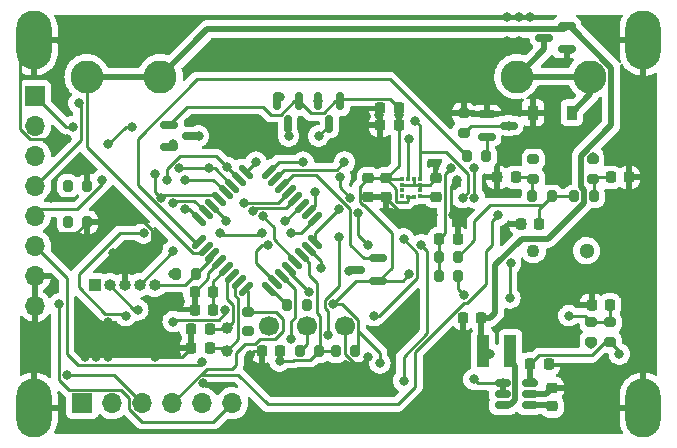
<source format=gbr>
%TF.GenerationSoftware,KiCad,Pcbnew,6.0.2-1.fc35*%
%TF.CreationDate,2022-04-20T21:26:53+02:00*%
%TF.ProjectId,LEDnode,4c45446e-6f64-4652-9e6b-696361645f70,rev?*%
%TF.SameCoordinates,Original*%
%TF.FileFunction,Copper,L2,Bot*%
%TF.FilePolarity,Positive*%
%FSLAX46Y46*%
G04 Gerber Fmt 4.6, Leading zero omitted, Abs format (unit mm)*
G04 Created by KiCad (PCBNEW 6.0.2-1.fc35) date 2022-04-20 21:26:53*
%MOMM*%
%LPD*%
G01*
G04 APERTURE LIST*
G04 Aperture macros list*
%AMRoundRect*
0 Rectangle with rounded corners*
0 $1 Rounding radius*
0 $2 $3 $4 $5 $6 $7 $8 $9 X,Y pos of 4 corners*
0 Add a 4 corners polygon primitive as box body*
4,1,4,$2,$3,$4,$5,$6,$7,$8,$9,$2,$3,0*
0 Add four circle primitives for the rounded corners*
1,1,$1+$1,$2,$3*
1,1,$1+$1,$4,$5*
1,1,$1+$1,$6,$7*
1,1,$1+$1,$8,$9*
0 Add four rect primitives between the rounded corners*
20,1,$1+$1,$2,$3,$4,$5,0*
20,1,$1+$1,$4,$5,$6,$7,0*
20,1,$1+$1,$6,$7,$8,$9,0*
20,1,$1+$1,$8,$9,$2,$3,0*%
G04 Aperture macros list end*
%TA.AperFunction,ComponentPad*%
%ADD10C,2.800000*%
%TD*%
%TA.AperFunction,WasherPad*%
%ADD11C,1.100000*%
%TD*%
%TA.AperFunction,WasherPad*%
%ADD12C,1.300000*%
%TD*%
%TA.AperFunction,ComponentPad*%
%ADD13RoundRect,1.500000X0.000000X-1.000000X0.000000X-1.000000X0.000000X1.000000X0.000000X1.000000X0*%
%TD*%
%TA.AperFunction,ComponentPad*%
%ADD14R,1.700000X1.700000*%
%TD*%
%TA.AperFunction,ComponentPad*%
%ADD15O,1.700000X1.700000*%
%TD*%
%TA.AperFunction,ComponentPad*%
%ADD16C,1.700000*%
%TD*%
%TA.AperFunction,ComponentPad*%
%ADD17C,1.000000*%
%TD*%
%TA.AperFunction,ComponentPad*%
%ADD18R,1.000000X1.000000*%
%TD*%
%TA.AperFunction,ComponentPad*%
%ADD19O,1.000000X1.000000*%
%TD*%
%TA.AperFunction,SMDPad,CuDef*%
%ADD20RoundRect,0.200000X0.275000X-0.200000X0.275000X0.200000X-0.275000X0.200000X-0.275000X-0.200000X0*%
%TD*%
%TA.AperFunction,SMDPad,CuDef*%
%ADD21RoundRect,0.225000X0.225000X0.250000X-0.225000X0.250000X-0.225000X-0.250000X0.225000X-0.250000X0*%
%TD*%
%TA.AperFunction,SMDPad,CuDef*%
%ADD22RoundRect,0.150000X0.587500X0.150000X-0.587500X0.150000X-0.587500X-0.150000X0.587500X-0.150000X0*%
%TD*%
%TA.AperFunction,SMDPad,CuDef*%
%ADD23RoundRect,0.150000X-0.587500X-0.150000X0.587500X-0.150000X0.587500X0.150000X-0.587500X0.150000X0*%
%TD*%
%TA.AperFunction,SMDPad,CuDef*%
%ADD24RoundRect,0.225000X-0.225000X-0.250000X0.225000X-0.250000X0.225000X0.250000X-0.225000X0.250000X0*%
%TD*%
%TA.AperFunction,SMDPad,CuDef*%
%ADD25RoundRect,0.150000X-0.150000X0.587500X-0.150000X-0.587500X0.150000X-0.587500X0.150000X0.587500X0*%
%TD*%
%TA.AperFunction,SMDPad,CuDef*%
%ADD26RoundRect,0.225000X0.250000X-0.225000X0.250000X0.225000X-0.250000X0.225000X-0.250000X-0.225000X0*%
%TD*%
%TA.AperFunction,SMDPad,CuDef*%
%ADD27RoundRect,0.200000X-0.200000X-0.275000X0.200000X-0.275000X0.200000X0.275000X-0.200000X0.275000X0*%
%TD*%
%TA.AperFunction,SMDPad,CuDef*%
%ADD28RoundRect,0.225000X-0.250000X0.225000X-0.250000X-0.225000X0.250000X-0.225000X0.250000X0.225000X0*%
%TD*%
%TA.AperFunction,SMDPad,CuDef*%
%ADD29RoundRect,0.200000X0.200000X0.275000X-0.200000X0.275000X-0.200000X-0.275000X0.200000X-0.275000X0*%
%TD*%
%TA.AperFunction,SMDPad,CuDef*%
%ADD30RoundRect,0.150000X0.512500X0.150000X-0.512500X0.150000X-0.512500X-0.150000X0.512500X-0.150000X0*%
%TD*%
%TA.AperFunction,SMDPad,CuDef*%
%ADD31R,0.375000X0.350000*%
%TD*%
%TA.AperFunction,SMDPad,CuDef*%
%ADD32R,0.350000X0.375000*%
%TD*%
%TA.AperFunction,SMDPad,CuDef*%
%ADD33R,0.900000X1.200000*%
%TD*%
%TA.AperFunction,SMDPad,CuDef*%
%ADD34R,1.000000X2.750000*%
%TD*%
%TA.AperFunction,SMDPad,CuDef*%
%ADD35RoundRect,0.125000X-0.353553X-0.530330X0.530330X0.353553X0.353553X0.530330X-0.530330X-0.353553X0*%
%TD*%
%TA.AperFunction,SMDPad,CuDef*%
%ADD36RoundRect,0.125000X0.353553X-0.530330X0.530330X-0.353553X-0.353553X0.530330X-0.530330X0.353553X0*%
%TD*%
%TA.AperFunction,ViaPad*%
%ADD37C,0.800000*%
%TD*%
%TA.AperFunction,Conductor*%
%ADD38C,0.250000*%
%TD*%
%TA.AperFunction,Conductor*%
%ADD39C,0.500000*%
%TD*%
G04 APERTURE END LIST*
D10*
%TO.P,J1,1,Pin_1*%
%TO.N,/INPUT*%
X82700000Y-74250000D03*
X88900000Y-74250000D03*
%TO.P,J1,2,Pin_2*%
%TO.N,Net-(D1-Pad1)*%
X119100000Y-74250000D03*
X125300000Y-74250000D03*
%TD*%
D11*
%TO.P,SW1,*%
%TO.N,*%
X120500000Y-89000000D03*
D12*
X125000000Y-89000000D03*
%TD*%
D13*
%TO.P,H4,1,1*%
%TO.N,GND*%
X78200000Y-71200000D03*
%TD*%
D14*
%TO.P,J3,1,Pin_1*%
%TO.N,+3V3*%
X82300000Y-101900000D03*
D15*
%TO.P,J3,2,Pin_2*%
%TO.N,/Tx*%
X84840000Y-101900000D03*
%TO.P,J3,3,Pin_3*%
%TO.N,/Rx*%
X87380000Y-101900000D03*
%TO.P,J3,4,Pin_4*%
%TO.N,/SDA*%
X89920000Y-101900000D03*
%TO.P,J3,5,Pin_5*%
%TO.N,/SCL*%
X92460000Y-101900000D03*
%TO.P,J3,6,Pin_6*%
%TO.N,/ADC*%
X95000000Y-101900000D03*
%TD*%
D13*
%TO.P,H3,1,1*%
%TO.N,GND*%
X129800000Y-102300000D03*
%TD*%
D16*
%TO.P,SW2,1,A*%
%TO.N,GND*%
X104541964Y-95361429D03*
%TO.P,SW2,2,B*%
%TO.N,Net-(R2-Pad1)*%
X101341964Y-95361429D03*
%TO.P,SW2,3,C*%
%TO.N,unconnected-(SW2-Pad3)*%
X98141964Y-95361429D03*
%TD*%
D13*
%TO.P,H1,1,1*%
%TO.N,GND*%
X129800000Y-71200000D03*
%TD*%
D14*
%TO.P,J4,1,Pin_1*%
%TO.N,/LED2*%
X78300000Y-75900000D03*
D15*
%TO.P,J4,2,Pin_2*%
%TO.N,/DISP_0*%
X78300000Y-78440000D03*
%TO.P,J4,3,Pin_3*%
%TO.N,/DISP_A*%
X78300000Y-80980000D03*
%TO.P,J4,4,Pin_4*%
%TO.N,/DISP_B*%
X78300000Y-83520000D03*
%TO.P,J4,5,Pin_5*%
%TO.N,/DISP_F*%
X78300000Y-86060000D03*
%TO.P,J4,6,Pin_6*%
%TO.N,/MODE*%
X78300000Y-88600000D03*
%TO.P,J4,7,Pin_7*%
%TO.N,GND*%
X78300000Y-91140000D03*
%TO.P,J4,8,Pin_8*%
X78300000Y-93680000D03*
%TD*%
D17*
%TO.P,Y1,1,1*%
%TO.N,Net-(C9-Pad1)*%
X94550000Y-95550000D03*
%TO.P,Y1,2,2*%
%TO.N,Net-(C8-Pad1)*%
X94550000Y-97450000D03*
%TD*%
D18*
%TO.P,J2,1,Pin_1*%
%TO.N,+3V3*%
X83350000Y-91900000D03*
D19*
%TO.P,J2,2,Pin_2*%
%TO.N,/SYS_SWDCLK*%
X84620000Y-91900000D03*
%TO.P,J2,3,Pin_3*%
%TO.N,GND*%
X85890000Y-91900000D03*
%TO.P,J2,4,Pin_4*%
%TO.N,/SYS_SWDIO*%
X87160000Y-91900000D03*
%TO.P,J2,5,Pin_5*%
%TO.N,/SYS_RST*%
X88430000Y-91900000D03*
%TD*%
D13*
%TO.P,H2,1,1*%
%TO.N,GND*%
X78200000Y-102300000D03*
%TD*%
D20*
%TO.P,R10,1*%
%TO.N,/ENC1*%
X125500000Y-82925000D03*
%TO.P,R10,2*%
%TO.N,Net-(R10-Pad2)*%
X125500000Y-81275000D03*
%TD*%
D21*
%TO.P,C7,1*%
%TO.N,+3V3*%
X93375000Y-94000000D03*
%TO.P,C7,2*%
%TO.N,GND*%
X91825000Y-94000000D03*
%TD*%
%TO.P,C8,1*%
%TO.N,Net-(C8-Pad1)*%
X93075000Y-97200000D03*
%TO.P,C8,2*%
%TO.N,GND*%
X91525000Y-97200000D03*
%TD*%
D22*
%TO.P,Q5,1,G*%
%TO.N,/INPUT*%
X123300000Y-70000000D03*
%TO.P,Q5,2,S*%
%TO.N,GND*%
X123300000Y-71900000D03*
%TO.P,Q5,3,D*%
%TO.N,Net-(D1-Pad1)*%
X121425000Y-70950000D03*
%TD*%
D21*
%TO.P,C6,1*%
%TO.N,+3V3*%
X93375000Y-92500000D03*
%TO.P,C6,2*%
%TO.N,GND*%
X91825000Y-92500000D03*
%TD*%
D23*
%TO.P,Q1,1,B*%
%TO.N,/DISP_0*%
X89662500Y-80250000D03*
%TO.P,Q1,2,E*%
%TO.N,+3V3*%
X89662500Y-78350000D03*
%TO.P,Q1,3,C*%
%TO.N,Net-(Q1-Pad3)*%
X91537500Y-79300000D03*
%TD*%
D24*
%TO.P,C17,1*%
%TO.N,/ENC1*%
X127025000Y-82800000D03*
%TO.P,C17,2*%
%TO.N,GND*%
X128575000Y-82800000D03*
%TD*%
D25*
%TO.P,Q2,1,B*%
%TO.N,/DISP_1*%
X98750000Y-76362500D03*
%TO.P,Q2,2,E*%
%TO.N,+3V3*%
X100650000Y-76362500D03*
%TO.P,Q2,3,C*%
%TO.N,Net-(Q2-Pad3)*%
X99700000Y-78237500D03*
%TD*%
D21*
%TO.P,C15,1*%
%TO.N,+3V3*%
X120975000Y-86700000D03*
%TO.P,C15,2*%
%TO.N,GND*%
X119425000Y-86700000D03*
%TD*%
D26*
%TO.P,C3,1*%
%TO.N,Net-(C3-Pad1)*%
X122100000Y-102175000D03*
%TO.P,C3,2*%
%TO.N,GND*%
X122100000Y-100625000D03*
%TD*%
D27*
%TO.P,R17,1*%
%TO.N,Net-(D3-Pad1)*%
X81075000Y-83500000D03*
%TO.P,R17,2*%
%TO.N,GND*%
X82725000Y-83500000D03*
%TD*%
D28*
%TO.P,C105,1*%
%TO.N,+3V3*%
X108025000Y-82875000D03*
%TO.P,C105,2*%
%TO.N,GND*%
X108025000Y-84425000D03*
%TD*%
D20*
%TO.P,R11,1*%
%TO.N,/ENC2*%
X120500000Y-82925000D03*
%TO.P,R11,2*%
%TO.N,Net-(R11-Pad2)*%
X120500000Y-81275000D03*
%TD*%
D24*
%TO.P,C19,1*%
%TO.N,/BUTTON2*%
X112525000Y-88000000D03*
%TO.P,C19,2*%
%TO.N,GND*%
X114075000Y-88000000D03*
%TD*%
D29*
%TO.P,R1,1*%
%TO.N,+3V3*%
X122050000Y-84400000D03*
%TO.P,R1,2*%
%TO.N,/ENC2*%
X120400000Y-84400000D03*
%TD*%
D20*
%TO.P,R15,1*%
%TO.N,+3V3*%
X127000000Y-96725000D03*
%TO.P,R15,2*%
%TO.N,/BUTTON1*%
X127000000Y-95075000D03*
%TD*%
D22*
%TO.P,Q4,1,B*%
%TO.N,/DISP_3*%
X107375000Y-89650000D03*
%TO.P,Q4,2,E*%
%TO.N,+3V3*%
X107375000Y-91550000D03*
%TO.P,Q4,3,C*%
%TO.N,Net-(Q4-Pad3)*%
X105500000Y-90600000D03*
%TD*%
D28*
%TO.P,C13,1*%
%TO.N,+3V3*%
X106525000Y-82875000D03*
%TO.P,C13,2*%
%TO.N,GND*%
X106525000Y-84425000D03*
%TD*%
D24*
%TO.P,C16,1*%
%TO.N,GND*%
X117450000Y-82800000D03*
%TO.P,C16,2*%
%TO.N,/ENC2*%
X119000000Y-82800000D03*
%TD*%
D29*
%TO.P,R6,1*%
%TO.N,Net-(R6-Pad1)*%
X114125000Y-91100000D03*
%TO.P,R6,2*%
%TO.N,/BUTTON2*%
X112475000Y-91100000D03*
%TD*%
D21*
%TO.P,C1,1*%
%TO.N,/INPUT*%
X116100000Y-94700000D03*
%TO.P,C1,2*%
%TO.N,GND*%
X114550000Y-94700000D03*
%TD*%
D30*
%TO.P,U4,1,FB*%
%TO.N,+3V3*%
X120175000Y-100200000D03*
%TO.P,U4,2,GND*%
%TO.N,GND*%
X120175000Y-101150000D03*
%TO.P,U4,3,REF*%
%TO.N,Net-(C3-Pad1)*%
X120175000Y-102100000D03*
%TO.P,U4,4,LX*%
%TO.N,Net-(L1-Pad2)*%
X117900000Y-102100000D03*
%TO.P,U4,5,OUT*%
%TO.N,+3V3*%
X117900000Y-101150000D03*
%TO.P,U4,6,SHDN*%
X117900000Y-100200000D03*
%TD*%
D27*
%TO.P,R7,1*%
%TO.N,+3V3*%
X123975000Y-84400000D03*
%TO.P,R7,2*%
%TO.N,/ENC1*%
X125625000Y-84400000D03*
%TD*%
D21*
%TO.P,C9,1*%
%TO.N,Net-(C9-Pad1)*%
X93075000Y-95600000D03*
%TO.P,C9,2*%
%TO.N,GND*%
X91525000Y-95600000D03*
%TD*%
%TO.P,C11,1*%
%TO.N,+3V3*%
X109087011Y-76875000D03*
%TO.P,C11,2*%
%TO.N,GND*%
X107537011Y-76875000D03*
%TD*%
D27*
%TO.P,R16,1*%
%TO.N,Net-(D2-Pad1)*%
X81075000Y-86600000D03*
%TO.P,R16,2*%
%TO.N,GND*%
X82725000Y-86600000D03*
%TD*%
D23*
%TO.P,Q6,1,G*%
%TO.N,Net-(Q6-Pad1)*%
X116525000Y-79350000D03*
%TO.P,Q6,2,S*%
%TO.N,GND*%
X116525000Y-77450000D03*
%TO.P,Q6,3,D*%
%TO.N,Net-(Q6-Pad3)*%
X118400000Y-78400000D03*
%TD*%
D31*
%TO.P,U6,1,SCL/SPC*%
%TO.N,/SCL*%
X110887500Y-82900000D03*
%TO.P,U6,2,RES*%
%TO.N,GND*%
X110887500Y-83400000D03*
%TO.P,U6,3,GND*%
X110887500Y-83900000D03*
%TO.P,U6,4,C1*%
%TO.N,Net-(C12-Pad1)*%
X110887500Y-84400000D03*
D32*
%TO.P,U6,5,Vdd*%
%TO.N,+3V3*%
X110375000Y-84412500D03*
%TO.P,U6,6,Vdd_IO*%
X109875000Y-84412500D03*
D31*
%TO.P,U6,7,INT*%
%TO.N,unconnected-(U6-Pad7)*%
X109362500Y-84400000D03*
%TO.P,U6,8,DRDY*%
%TO.N,unconnected-(U6-Pad8)*%
X109362500Y-83900000D03*
%TO.P,U6,9,SDO/SA1*%
%TO.N,GND*%
X109362500Y-83400000D03*
%TO.P,U6,10,CS*%
%TO.N,+3V3*%
X109362500Y-82900000D03*
D32*
%TO.P,U6,11,SDA/SDI/SDO*%
%TO.N,/SDA*%
X109875000Y-82887500D03*
%TO.P,U6,12,RES*%
%TO.N,GND*%
X110375000Y-82887500D03*
%TD*%
D21*
%TO.P,C20,1*%
%TO.N,/BUTTON1*%
X126975000Y-93600000D03*
%TO.P,C20,2*%
%TO.N,GND*%
X125425000Y-93600000D03*
%TD*%
D24*
%TO.P,C4,1*%
%TO.N,+3V3*%
X120250000Y-98600000D03*
%TO.P,C4,2*%
%TO.N,GND*%
X121800000Y-98600000D03*
%TD*%
D21*
%TO.P,C18,1*%
%TO.N,/MODE*%
X99075000Y-97500000D03*
%TO.P,C18,2*%
%TO.N,GND*%
X97525000Y-97500000D03*
%TD*%
D29*
%TO.P,R5,1*%
%TO.N,+3V3*%
X101325000Y-93600000D03*
%TO.P,R5,2*%
%TO.N,/SCL*%
X99675000Y-93600000D03*
%TD*%
D33*
%TO.P,D1,1,K*%
%TO.N,Net-(D1-Pad1)*%
X123750000Y-77300000D03*
%TO.P,D1,2,A*%
%TO.N,GND*%
X120450000Y-77300000D03*
%TD*%
D20*
%TO.P,R3,1*%
%TO.N,+3V3*%
X96300000Y-95825000D03*
%TO.P,R3,2*%
%TO.N,/SDA*%
X96300000Y-94175000D03*
%TD*%
D21*
%TO.P,C10,1*%
%TO.N,+3V3*%
X109087011Y-78375000D03*
%TO.P,C10,2*%
%TO.N,GND*%
X107537011Y-78375000D03*
%TD*%
D20*
%TO.P,R14,1*%
%TO.N,Net-(R14-Pad1)*%
X125400000Y-96725000D03*
%TO.P,R14,2*%
%TO.N,/BUTTON1*%
X125400000Y-95075000D03*
%TD*%
D25*
%TO.P,Q3,1,B*%
%TO.N,/DISP_2*%
X102250000Y-76362500D03*
%TO.P,Q3,2,E*%
%TO.N,+3V3*%
X104150000Y-76362500D03*
%TO.P,Q3,3,C*%
%TO.N,Net-(Q3-Pad3)*%
X103200000Y-78237500D03*
%TD*%
D26*
%TO.P,C12,1*%
%TO.N,Net-(C12-Pad1)*%
X112225000Y-84425000D03*
%TO.P,C12,2*%
%TO.N,GND*%
X112225000Y-82875000D03*
%TD*%
D27*
%TO.P,R4,1*%
%TO.N,+3V3*%
X90250000Y-91000000D03*
%TO.P,R4,2*%
%TO.N,/SYS_RST*%
X91900000Y-91000000D03*
%TD*%
D29*
%TO.P,R12,1*%
%TO.N,+3V3*%
X114125000Y-89500000D03*
%TO.P,R12,2*%
%TO.N,/BUTTON2*%
X112475000Y-89500000D03*
%TD*%
D20*
%TO.P,R13,1*%
%TO.N,Net-(Q6-Pad3)*%
X114600000Y-79025000D03*
%TO.P,R13,2*%
%TO.N,GND*%
X114600000Y-77375000D03*
%TD*%
D29*
%TO.P,R9,1*%
%TO.N,+3V3*%
X105425000Y-97500000D03*
%TO.P,R9,2*%
%TO.N,/MODE*%
X103775000Y-97500000D03*
%TD*%
D27*
%TO.P,R2,1*%
%TO.N,Net-(R2-Pad1)*%
X100700000Y-97500000D03*
%TO.P,R2,2*%
%TO.N,/MODE*%
X102350000Y-97500000D03*
%TD*%
D34*
%TO.P,L1,1,1*%
%TO.N,/INPUT*%
X116250000Y-97500000D03*
%TO.P,L1,2,2*%
%TO.N,Net-(L1-Pad2)*%
X118550000Y-97500000D03*
%TD*%
D35*
%TO.P,U1,1,PB9*%
%TO.N,/SDA*%
X96127728Y-92232070D03*
%TO.P,U1,2,OSC32_IN/PC14*%
%TO.N,Net-(C8-Pad1)*%
X95562043Y-91666384D03*
%TO.P,U1,3,OSC32_OUT/PC15*%
%TO.N,Net-(C9-Pad1)*%
X94996357Y-91100699D03*
%TO.P,U1,4,VDD/VDDA*%
%TO.N,+3V3*%
X94430672Y-90535014D03*
%TO.P,U1,5,VSS/VSSA*%
%TO.N,GND*%
X93864986Y-89969328D03*
%TO.P,U1,6,~{RST}/PF2*%
%TO.N,/SYS_RST*%
X93299301Y-89403643D03*
%TO.P,U1,7,PA0*%
%TO.N,/INPUT*%
X92733616Y-88837957D03*
%TO.P,U1,8,PA1*%
%TO.N,/ENCODER_ACTIVE*%
X92167930Y-88272272D03*
D36*
%TO.P,U1,9,PA2*%
%TO.N,/Tx*%
X92167930Y-86327728D03*
%TO.P,U1,10,PA3*%
%TO.N,/Rx*%
X92733616Y-85762043D03*
%TO.P,U1,11,PA4*%
%TO.N,/ADC*%
X93299301Y-85196357D03*
%TO.P,U1,12,PA5*%
%TO.N,/LED2*%
X93864986Y-84630672D03*
%TO.P,U1,13,PA6*%
%TO.N,/DISP_0*%
X94430672Y-84064986D03*
%TO.P,U1,14,PA7*%
%TO.N,/DISP_A*%
X94996357Y-83499301D03*
%TO.P,U1,15,PB0*%
%TO.N,/DISP_F*%
X95562043Y-82933616D03*
%TO.P,U1,16,PB1*%
%TO.N,/DISP_1*%
X96127728Y-82367930D03*
D35*
%TO.P,U1,17,PB2*%
%TO.N,/DISP_2*%
X98072272Y-82367930D03*
%TO.P,U1,18,PA8*%
%TO.N,/DISP_B*%
X98637957Y-82933616D03*
%TO.P,U1,19,PA9*%
%TO.N,/DISP_3*%
X99203643Y-83499301D03*
%TO.P,U1,20,PC6*%
%TO.N,/DISP_E*%
X99769328Y-84064986D03*
%TO.P,U1,21,PA10*%
%TO.N,/DISP_D*%
X100335014Y-84630672D03*
%TO.P,U1,22,PA11_[PA9]*%
%TO.N,/DISP_DP*%
X100900699Y-85196357D03*
%TO.P,U1,23,PA12_[PA10]*%
%TO.N,/DISP_C*%
X101466384Y-85762043D03*
%TO.P,U1,24,PA13*%
%TO.N,/SYS_SWDIO*%
X102032070Y-86327728D03*
D36*
%TO.P,U1,25,PA14/BOOT0*%
%TO.N,/SYS_SWDCLK*%
X102032070Y-88272272D03*
%TO.P,U1,26,PA15*%
%TO.N,/DISP_G*%
X101466384Y-88837957D03*
%TO.P,U1,27,PB3*%
%TO.N,/MODE*%
X100900699Y-89403643D03*
%TO.P,U1,28,PB4*%
%TO.N,/BUTTON2*%
X100335014Y-89969328D03*
%TO.P,U1,29,PB5*%
%TO.N,/BUTTON1*%
X99769328Y-90535014D03*
%TO.P,U1,30,PB6*%
%TO.N,/ENC2*%
X99203643Y-91100699D03*
%TO.P,U1,31,PB7*%
%TO.N,/ENC1*%
X98637957Y-91666384D03*
%TO.P,U1,32,PB8*%
%TO.N,/SCL*%
X98072272Y-92232070D03*
%TD*%
D27*
%TO.P,R8,1*%
%TO.N,/ENCODER_ACTIVE*%
X114850000Y-81000000D03*
%TO.P,R8,2*%
%TO.N,Net-(Q6-Pad1)*%
X116500000Y-81000000D03*
%TD*%
D37*
%TO.N,+3V3*%
X127770000Y-97740000D03*
%TO.N,GND*%
X113630000Y-101500000D03*
%TO.N,+3V3*%
X115470000Y-99880000D03*
%TO.N,/INPUT*%
X116860000Y-97710000D03*
%TO.N,GND*%
X87600000Y-89200000D03*
X82500000Y-98000000D03*
X79000000Y-96500000D03*
X84900000Y-89200000D03*
X107412011Y-77475000D03*
X113674500Y-86000000D03*
X119500000Y-86750000D03*
X79651000Y-87500000D03*
X96500000Y-97825500D03*
X83500000Y-98000000D03*
X119250000Y-71250000D03*
X88500000Y-98000000D03*
X86700000Y-89200000D03*
X84500000Y-98000000D03*
X114625000Y-96700500D03*
X79651000Y-84500000D03*
X83500000Y-97000000D03*
X83500000Y-96000000D03*
X117500000Y-82750000D03*
X83500000Y-95000000D03*
X118250000Y-71250000D03*
X84500000Y-97000000D03*
X119250000Y-69250000D03*
X112225000Y-82875000D03*
X123500000Y-72000000D03*
X84500000Y-96000000D03*
X106500000Y-98000000D03*
X81000000Y-79500000D03*
X118250000Y-69250000D03*
X108000000Y-81000000D03*
X84500000Y-95000000D03*
X85800000Y-89200000D03*
X80000000Y-79500000D03*
X82500000Y-97000000D03*
X92549694Y-100224194D03*
X82500000Y-95000000D03*
X112000000Y-86000000D03*
X114000000Y-83000000D03*
X120250000Y-69250000D03*
X82500000Y-96000000D03*
%TO.N,+3V3*%
X101325000Y-93600000D03*
X93375000Y-94000000D03*
X120400000Y-100100000D03*
X96300000Y-95825000D03*
X110000000Y-91000000D03*
X114125000Y-89500000D03*
X107500000Y-98500000D03*
X109087011Y-78375000D03*
X109087011Y-77500000D03*
X117900000Y-100200000D03*
X103500000Y-93500000D03*
X90000000Y-91000000D03*
%TO.N,/ENC2*%
X100000000Y-96500000D03*
X118565332Y-90065332D03*
X118500000Y-93000000D03*
X120400000Y-84400000D03*
%TO.N,/ENC1*%
X98000000Y-88500000D03*
X125625000Y-84400000D03*
%TO.N,/MODE*%
X99000000Y-98325500D03*
X92456408Y-98431887D03*
%TO.N,Net-(D2-Pad1)*%
X81100000Y-86575000D03*
%TO.N,/SDA*%
X110000000Y-79500000D03*
X115500000Y-84500000D03*
X115500000Y-82000000D03*
X117500000Y-86000000D03*
%TO.N,/LED2*%
X89000000Y-84500000D03*
X88500000Y-82500000D03*
X81500000Y-78500000D03*
%TO.N,/SCL*%
X114500000Y-84500000D03*
X110500000Y-78000000D03*
X99675000Y-93600000D03*
X109500000Y-100000000D03*
X111000000Y-88500000D03*
%TO.N,Net-(D3-Pad1)*%
X81100000Y-83475000D03*
%TO.N,/ADC*%
X80325500Y-93500000D03*
X94500000Y-86500000D03*
%TO.N,/SYS_SWDCLK*%
X107000000Y-94500000D03*
X109500000Y-88000000D03*
X104000000Y-85500000D03*
X105674500Y-85825500D03*
X106500000Y-88500000D03*
X87000000Y-94000000D03*
%TO.N,/SYS_SWDIO*%
X100000000Y-87500000D03*
X94000000Y-87500000D03*
X97500000Y-87500000D03*
X90000000Y-89000000D03*
%TO.N,/Tx*%
X86000000Y-94500000D03*
X91000000Y-85500000D03*
X87500000Y-87500000D03*
%TO.N,/Rx*%
X90000000Y-85000000D03*
X81000000Y-99500000D03*
%TO.N,/DISP_0*%
X91000000Y-83000000D03*
X90000000Y-80000000D03*
%TO.N,/BUTTON1*%
X101498758Y-92511079D03*
X123500000Y-94500000D03*
%TO.N,/BUTTON2*%
X97631385Y-86074020D03*
X113500000Y-82000000D03*
%TO.N,/DISP_D*%
X96762779Y-85674500D03*
%TO.N,/DISP_G*%
X102500000Y-90500000D03*
%TO.N,/DISP_1*%
X97000000Y-81500000D03*
X99000000Y-76000000D03*
%TO.N,Net-(Q1-Pad3)*%
X92150000Y-79285000D03*
%TO.N,/DISP_2*%
X101000000Y-81500000D03*
X102250000Y-76362500D03*
%TO.N,Net-(Q2-Pad3)*%
X99770000Y-79285000D03*
%TO.N,Net-(Q3-Pad3)*%
X102310000Y-79285000D03*
%TO.N,/DISP_A*%
X86500000Y-78500000D03*
X93000000Y-82000000D03*
X84500000Y-80000000D03*
X90500000Y-82000000D03*
%TO.N,Net-(Q4-Pad3)*%
X104850000Y-90715000D03*
%TO.N,Net-(Q6-Pad3)*%
X118400000Y-78400000D03*
%TO.N,Net-(R6-Pad1)*%
X114625000Y-92750000D03*
%TO.N,Net-(R10-Pad2)*%
X125541408Y-81041407D03*
%TO.N,Net-(R11-Pad2)*%
X120500000Y-81275000D03*
%TO.N,Net-(R14-Pad1)*%
X125408592Y-96908592D03*
%TO.N,/DISP_C*%
X90000000Y-95000000D03*
X104000000Y-87825500D03*
X105000000Y-84500000D03*
X94425980Y-94000000D03*
X102000000Y-84000000D03*
X104144204Y-82768962D03*
X103140975Y-96123791D03*
%TO.N,/DISP_E*%
X96000000Y-85000000D03*
%TO.N,/DISP_DP*%
X99500000Y-86500000D03*
%TO.N,/DISP_B*%
X82000000Y-76500000D03*
X104500000Y-81500000D03*
%TO.N,/DISP_F*%
X89500000Y-83000000D03*
X94564214Y-81935786D03*
X84000000Y-83000000D03*
%TD*%
D38*
%TO.N,+3V3*%
X127770000Y-97740000D02*
X127770000Y-97495000D01*
X127770000Y-97495000D02*
X127000000Y-96725000D01*
%TO.N,GND*%
X113630000Y-101500000D02*
X113630000Y-97695500D01*
X113630000Y-97695500D02*
X114625000Y-96700500D01*
%TO.N,+3V3*%
X115470000Y-99880000D02*
X115790000Y-100200000D01*
X115790000Y-100200000D02*
X117900000Y-100200000D01*
D39*
%TO.N,/INPUT*%
X116650000Y-97500000D02*
X116860000Y-97710000D01*
X116250000Y-97500000D02*
X116650000Y-97500000D01*
X123049520Y-70250480D02*
X123300000Y-70000000D01*
X117250000Y-94250000D02*
X117250000Y-90250000D01*
X124500000Y-83602151D02*
X124500000Y-80952150D01*
X82700000Y-74250000D02*
X88900000Y-74250000D01*
X116800000Y-94700000D02*
X117250000Y-94250000D01*
X127099511Y-73504617D02*
X123594894Y-70000000D01*
X119499521Y-88000479D02*
X121697370Y-88000479D01*
X92899520Y-70250480D02*
X123049520Y-70250480D01*
X124500000Y-80952150D02*
X127099511Y-78352640D01*
X127099511Y-78352640D02*
X127099511Y-73504617D01*
X117250000Y-90250000D02*
X119499521Y-88000479D01*
X88900000Y-74250000D02*
X92899520Y-70250480D01*
X116100000Y-94700000D02*
X116800000Y-94700000D01*
D38*
X92369452Y-89202121D02*
X91648890Y-89202121D01*
D39*
X121697370Y-88000479D02*
X124774520Y-84923329D01*
X116100000Y-97350000D02*
X116250000Y-97500000D01*
X124774520Y-83876671D02*
X124500000Y-83602151D01*
D38*
X82700000Y-80253231D02*
X82700000Y-74250000D01*
D39*
X124774520Y-84923329D02*
X124774520Y-83876671D01*
X116100000Y-94700000D02*
X116100000Y-97350000D01*
D38*
X92733616Y-88837957D02*
X92369452Y-89202121D01*
X91648890Y-89202121D02*
X82700000Y-80253231D01*
D39*
X123594894Y-70000000D02*
X123300000Y-70000000D01*
D38*
%TO.N,GND*%
X77000000Y-72400000D02*
X78200000Y-71200000D01*
X110375000Y-83299022D02*
X110375000Y-82887500D01*
X110274022Y-83400000D02*
X110375000Y-83299022D01*
X80000000Y-79500000D02*
X79935489Y-79564511D01*
X123400000Y-71900000D02*
X123500000Y-72000000D01*
X107537011Y-76875000D02*
X107537011Y-77350000D01*
X90725000Y-98000000D02*
X88500000Y-98000000D01*
X123300000Y-71900000D02*
X123400000Y-71900000D01*
X110887500Y-83400000D02*
X111700000Y-83400000D01*
X107412011Y-80224520D02*
X108000000Y-80812509D01*
X88174511Y-87220607D02*
X88174511Y-88625489D01*
X114550000Y-94700000D02*
X114550000Y-96625500D01*
X107412011Y-77475000D02*
X107412011Y-80224520D01*
X91525000Y-97200000D02*
X90725000Y-98000000D01*
X114550000Y-96625500D02*
X114625000Y-96700500D01*
X105278928Y-98500000D02*
X106000000Y-98500000D01*
X110887500Y-83400000D02*
X110274022Y-83400000D01*
X106000000Y-98500000D02*
X106500000Y-98000000D01*
X111700000Y-83400000D02*
X112225000Y-82875000D01*
X97525000Y-97500000D02*
X96825500Y-97500000D01*
X113500000Y-85825500D02*
X113500000Y-83500000D01*
X113500000Y-83500000D02*
X114000000Y-83000000D01*
X104541964Y-97763036D02*
X105278928Y-98500000D01*
X107537011Y-77600000D02*
X107412011Y-77475000D01*
X78300000Y-95800000D02*
X79000000Y-96500000D01*
X82725000Y-86600000D02*
X87553904Y-86600000D01*
X82725000Y-86600000D02*
X81825000Y-87500000D01*
X77000000Y-78730300D02*
X77000000Y-72400000D01*
X96825500Y-97500000D02*
X96500000Y-97825500D01*
X92975481Y-90858833D02*
X92975481Y-91349519D01*
X87553904Y-86600000D02*
X88174511Y-87220607D01*
X110887500Y-83900000D02*
X110887500Y-83400000D01*
X108025000Y-84425000D02*
X108025000Y-84539028D01*
X108000000Y-80812509D02*
X108000000Y-81000000D01*
X104541964Y-95361429D02*
X104541964Y-97763036D01*
X109362500Y-83400000D02*
X110274022Y-83400000D01*
X113674500Y-86000000D02*
X113500000Y-85825500D01*
D39*
X121575000Y-101150000D02*
X122100000Y-100625000D01*
D38*
X108025000Y-84539028D02*
X109485972Y-86000000D01*
X107537011Y-77350000D02*
X107412011Y-77475000D01*
X79935489Y-79564511D02*
X77834211Y-79564511D01*
X77834211Y-79564511D02*
X77000000Y-78730300D01*
X92975481Y-91349519D02*
X91825000Y-92500000D01*
D39*
X120175000Y-101150000D02*
X121575000Y-101150000D01*
D38*
X81825000Y-87500000D02*
X79651000Y-87500000D01*
X107537011Y-78375000D02*
X107537011Y-77600000D01*
X109485972Y-86000000D02*
X112000000Y-86000000D01*
X88174511Y-88625489D02*
X87600000Y-89200000D01*
X93864986Y-89969328D02*
X92975481Y-90858833D01*
X78300000Y-93680000D02*
X78300000Y-95800000D01*
D39*
%TO.N,Net-(C3-Pad1)*%
X120175000Y-102100000D02*
X122025000Y-102100000D01*
X122025000Y-102100000D02*
X122100000Y-102175000D01*
D38*
%TO.N,+3V3*%
X107375000Y-91550000D02*
X105450000Y-91550000D01*
X102725119Y-77374520D02*
X103737139Y-76362500D01*
X97600969Y-76825489D02*
X98249639Y-77474159D01*
X104150000Y-76362500D02*
X104387020Y-76125480D01*
X103737139Y-76362500D02*
X104150000Y-76362500D01*
X127000000Y-96725000D02*
X126546072Y-96725000D01*
X90250000Y-91000000D02*
X90000000Y-91000000D01*
D39*
X120250000Y-100125000D02*
X120175000Y-100200000D01*
D38*
X108500000Y-90425000D02*
X107375000Y-91550000D01*
X116850480Y-85149520D02*
X121300480Y-85149520D01*
X115500000Y-86500000D02*
X116850480Y-85149520D01*
X91187011Y-76825489D02*
X97600969Y-76825489D01*
X105666475Y-97258525D02*
X105666475Y-95833525D01*
X106525000Y-82875000D02*
X108025000Y-82875000D01*
X109362500Y-82900000D02*
X108050000Y-82900000D01*
D39*
X120175000Y-100200000D02*
X120300000Y-100200000D01*
D38*
X105775480Y-84856907D02*
X106068093Y-85149520D01*
X109824511Y-84849511D02*
X108900489Y-84849511D01*
X120999520Y-97850480D02*
X120250000Y-98600000D01*
X109875000Y-84412500D02*
X109875000Y-84799022D01*
X120975000Y-85475000D02*
X122050000Y-84400000D01*
X100650000Y-76362500D02*
X101662020Y-77374520D01*
X125420592Y-97850480D02*
X120999520Y-97850480D01*
X109875000Y-84799022D02*
X109824511Y-84849511D01*
X105450000Y-91550000D02*
X103500000Y-93500000D01*
X108025000Y-82875000D02*
X108900489Y-83750489D01*
X108500000Y-87500000D02*
X108500000Y-90425000D01*
X126546072Y-96725000D02*
X125420592Y-97850480D01*
X105666475Y-94895640D02*
X104270835Y-93500000D01*
X106149520Y-85149520D02*
X108500000Y-87500000D01*
X108900489Y-84849511D02*
X108900489Y-83750489D01*
X120975000Y-86700000D02*
X120975000Y-85475000D01*
X109087011Y-81812989D02*
X109087011Y-78375000D01*
X93375000Y-92500000D02*
X93375000Y-94000000D01*
X109450000Y-91550000D02*
X110000000Y-91000000D01*
X98249639Y-77474159D02*
X99125480Y-77474159D01*
X107375000Y-91550000D02*
X109450000Y-91550000D01*
D39*
X120250000Y-98600000D02*
X120250000Y-100125000D01*
D38*
X93375000Y-91590686D02*
X94430672Y-90535014D01*
X106068093Y-85149520D02*
X106149520Y-85149520D01*
X105775480Y-83624520D02*
X105775480Y-84856907D01*
X104270835Y-93500000D02*
X103500000Y-93500000D01*
X105666475Y-95833525D02*
X105666475Y-94895640D01*
X105425000Y-97500000D02*
X105666475Y-97258525D01*
X123975000Y-84400000D02*
X122050000Y-84400000D01*
X93375000Y-92500000D02*
X93375000Y-91590686D01*
X114125000Y-89500000D02*
X115500000Y-88125000D01*
X101662020Y-77374520D02*
X102725119Y-77374520D01*
X107500000Y-97667050D02*
X107500000Y-98500000D01*
X109875000Y-84412500D02*
X110375000Y-84412500D01*
X115500000Y-88125000D02*
X115500000Y-86500000D01*
X108025000Y-82875000D02*
X109087011Y-81812989D01*
D39*
X120300000Y-100200000D02*
X120400000Y-100100000D01*
X117900000Y-100200000D02*
X117900000Y-101150000D01*
D38*
X106525000Y-82875000D02*
X105775480Y-83624520D01*
X105666475Y-95833525D02*
X107500000Y-97667050D01*
X108337491Y-76125480D02*
X109087011Y-76875000D01*
X99125480Y-77474159D02*
X100237139Y-76362500D01*
X100237139Y-76362500D02*
X100650000Y-76362500D01*
X89662500Y-78350000D02*
X91187011Y-76825489D01*
X109087011Y-76875000D02*
X109087011Y-77500000D01*
X104387020Y-76125480D02*
X108337491Y-76125480D01*
X109087011Y-77500000D02*
X109087011Y-78375000D01*
%TO.N,Net-(C8-Pad1)*%
X94550000Y-97450000D02*
X95500000Y-96500000D01*
X95500000Y-93053231D02*
X95197879Y-92751110D01*
X93075000Y-97200000D02*
X94300000Y-97200000D01*
X95197879Y-92030548D02*
X95562043Y-91666384D01*
X95500000Y-96500000D02*
X95500000Y-93053231D01*
X95197879Y-92751110D02*
X95197879Y-92030548D01*
X94300000Y-97200000D02*
X94550000Y-97450000D01*
%TO.N,Net-(C9-Pad1)*%
X95100480Y-93600480D02*
X95100480Y-94999520D01*
X94550000Y-91547056D02*
X94550000Y-93050000D01*
X95100480Y-94999520D02*
X94550000Y-95550000D01*
X94550000Y-93050000D02*
X95100480Y-93600480D01*
X93075000Y-95600000D02*
X94500000Y-95600000D01*
X94996357Y-91100699D02*
X94550000Y-91547056D01*
X94500000Y-95600000D02*
X94550000Y-95550000D01*
%TO.N,Net-(C12-Pad1)*%
X110887500Y-84400000D02*
X112200000Y-84400000D01*
X112200000Y-84400000D02*
X112225000Y-84425000D01*
D39*
%TO.N,Net-(L1-Pad2)*%
X118962020Y-101637980D02*
X118500000Y-102100000D01*
X118550000Y-98375000D02*
X118962020Y-98787020D01*
X118962020Y-98787020D02*
X118962020Y-101637980D01*
X118550000Y-97500000D02*
X118550000Y-98375000D01*
X118500000Y-102100000D02*
X117900000Y-102100000D01*
D38*
%TO.N,/ENC2*%
X99203643Y-91100699D02*
X100349520Y-92246576D01*
X120400000Y-83025000D02*
X120500000Y-82925000D01*
X100349520Y-92246576D02*
X100349520Y-94650480D01*
X118500000Y-90130664D02*
X118565332Y-90065332D01*
X120400000Y-84400000D02*
X120400000Y-83025000D01*
X118500000Y-93000000D02*
X118500000Y-90130664D01*
X120375000Y-82800000D02*
X120500000Y-82925000D01*
X100000000Y-95000000D02*
X100000000Y-96500000D01*
X119000000Y-82800000D02*
X120375000Y-82800000D01*
X100349520Y-94650480D02*
X100000000Y-95000000D01*
%TO.N,/ENC1*%
X98273794Y-91273794D02*
X97000000Y-90000000D01*
X97500000Y-88500000D02*
X98000000Y-88500000D01*
X125625000Y-82800000D02*
X125500000Y-82925000D01*
X98637957Y-91666384D02*
X98273794Y-91302221D01*
X97000000Y-89000000D02*
X97000000Y-90000000D01*
X97000000Y-89000000D02*
X97500000Y-88500000D01*
X98273794Y-91302221D02*
X98273794Y-91273794D01*
X125625000Y-83050000D02*
X125500000Y-82925000D01*
X125625000Y-84400000D02*
X125625000Y-83050000D01*
X127025000Y-82800000D02*
X125625000Y-82800000D01*
%TO.N,/MODE*%
X100249520Y-98249520D02*
X101600480Y-98249520D01*
X92213784Y-98674511D02*
X81899531Y-98674511D01*
X100173540Y-98325500D02*
X100249520Y-98249520D01*
X81000011Y-97774991D02*
X81000011Y-91300011D01*
X81899531Y-98674511D02*
X81000011Y-97774991D01*
X99000000Y-98325500D02*
X100173540Y-98325500D01*
X102466475Y-97383525D02*
X102350000Y-97500000D01*
X102173269Y-91740319D02*
X102173269Y-94240319D01*
X101500000Y-90002944D02*
X101500000Y-91067050D01*
X81000011Y-91300011D02*
X78300000Y-88600000D01*
X101600480Y-98249520D02*
X102350000Y-97500000D01*
X102466475Y-94533525D02*
X102466475Y-97383525D01*
X100900699Y-89403643D02*
X101500000Y-90002944D01*
X102350000Y-97500000D02*
X103775000Y-97500000D01*
X92456408Y-98431887D02*
X92213784Y-98674511D01*
X102173269Y-94240319D02*
X102466475Y-94533525D01*
X101500000Y-91067050D02*
X102173269Y-91740319D01*
D39*
%TO.N,Net-(D1-Pad1)*%
X125300000Y-74250000D02*
X125300000Y-75750000D01*
X121425000Y-71925000D02*
X119100000Y-74250000D01*
X125300000Y-74250000D02*
X119100000Y-74250000D01*
X121425000Y-70950000D02*
X121425000Y-71925000D01*
X125300000Y-75750000D02*
X123750000Y-77300000D01*
D38*
%TO.N,Net-(D2-Pad1)*%
X81075000Y-86600000D02*
X81100000Y-86575000D01*
%TO.N,/SDA*%
X95500000Y-99500000D02*
X98000000Y-102000000D01*
X114644062Y-93424511D02*
X114904393Y-93424511D01*
X116500000Y-89000000D02*
X117000000Y-88500000D01*
X95324511Y-98675489D02*
X95324511Y-97675489D01*
X89920000Y-101900000D02*
X92820000Y-99000000D01*
X95324511Y-97675489D02*
X96078214Y-96921786D01*
X110500000Y-97568573D02*
X114644062Y-93424511D01*
X99266475Y-95827218D02*
X99266475Y-94766475D01*
X96300000Y-94175000D02*
X96300000Y-92404342D01*
X117000000Y-88500000D02*
X117000000Y-86500000D01*
X99266475Y-94766475D02*
X98675000Y-94175000D01*
X109875000Y-79625000D02*
X110000000Y-79500000D01*
X96921786Y-96921786D02*
X97357633Y-96485940D01*
X109875000Y-82887500D02*
X109875000Y-79625000D01*
X96078214Y-96921786D02*
X96921786Y-96921786D01*
X117000000Y-86500000D02*
X117500000Y-86000000D01*
X110500000Y-100500000D02*
X110500000Y-97568573D01*
X92820000Y-99000000D02*
X95000000Y-99000000D01*
X92320000Y-99500000D02*
X95500000Y-99500000D01*
X114904393Y-93424511D02*
X116500000Y-91828904D01*
X98675000Y-94175000D02*
X96300000Y-94175000D01*
X115500000Y-82000000D02*
X115500000Y-84500000D01*
X98607753Y-96485940D02*
X99266475Y-95827218D01*
X98000000Y-102000000D02*
X109000000Y-102000000D01*
X96300000Y-92404342D02*
X96127728Y-92232070D01*
X97357633Y-96485940D02*
X98607753Y-96485940D01*
X116500000Y-91828904D02*
X116500000Y-89000000D01*
X109000000Y-102000000D02*
X110500000Y-100500000D01*
X95000000Y-99000000D02*
X95324511Y-98675489D01*
%TO.N,/LED2*%
X88500000Y-84000000D02*
X89000000Y-84500000D01*
X80900000Y-78500000D02*
X81500000Y-78500000D01*
X78300000Y-75900000D02*
X80900000Y-78500000D01*
X89233492Y-84266508D02*
X89000000Y-84500000D01*
X93500822Y-84266508D02*
X89233492Y-84266508D01*
X88500000Y-82500000D02*
X88500000Y-84000000D01*
X93864986Y-84630672D02*
X93500822Y-84266508D01*
%TO.N,/SCL*%
X111500000Y-89000000D02*
X111000000Y-88500000D01*
X115000000Y-84000000D02*
X114500000Y-84500000D01*
X110887500Y-80612500D02*
X113066404Y-80612500D01*
X111500000Y-96000000D02*
X111500000Y-89000000D01*
X115000000Y-82546096D02*
X115000000Y-84000000D01*
X109500000Y-98000000D02*
X111500000Y-96000000D01*
X110887500Y-82900000D02*
X110887500Y-78387500D01*
X113066404Y-80612500D02*
X115000000Y-82546096D01*
X98072272Y-92232070D02*
X98307070Y-92232070D01*
X98307070Y-92232070D02*
X99675000Y-93600000D01*
X110887500Y-78387500D02*
X110500000Y-78000000D01*
X109500000Y-100000000D02*
X109500000Y-98000000D01*
%TO.N,Net-(D3-Pad1)*%
X81075000Y-83500000D02*
X81100000Y-83475000D01*
%TO.N,/ADC*%
X87389700Y-103500000D02*
X93400000Y-103500000D01*
X93400000Y-103500000D02*
X95000000Y-101900000D01*
X80325500Y-99925500D02*
X81175489Y-100775489D01*
X94500000Y-86500000D02*
X94500000Y-86397056D01*
X94500000Y-86397056D02*
X93299301Y-85196357D01*
X85596767Y-100775489D02*
X86255489Y-101434211D01*
X80325500Y-93500000D02*
X80325500Y-99925500D01*
X81175489Y-100775489D02*
X85596767Y-100775489D01*
X86255489Y-102365789D02*
X87389700Y-103500000D01*
X86255489Y-101434211D02*
X86255489Y-102365789D01*
%TO.N,/SYS_SWDCLK*%
X102032070Y-87467930D02*
X104000000Y-85500000D01*
X107000000Y-94500000D02*
X107453904Y-94500000D01*
X107453904Y-94500000D02*
X110674511Y-91279393D01*
X86720000Y-94000000D02*
X87000000Y-94000000D01*
X105674500Y-85825500D02*
X105674500Y-87674500D01*
X84620000Y-91900000D02*
X86720000Y-94000000D01*
X102032070Y-88272272D02*
X102032070Y-87467930D01*
X110674511Y-91279393D02*
X110674511Y-89174511D01*
X105674500Y-87674500D02*
X106500000Y-88500000D01*
X110674511Y-89174511D02*
X109500000Y-88000000D01*
%TO.N,/SYS_SWDIO*%
X94000000Y-87500000D02*
X94174511Y-87674511D01*
X94174511Y-87674511D02*
X97325489Y-87674511D01*
X87160000Y-91900000D02*
X90000000Y-89060000D01*
X100859798Y-87500000D02*
X102032070Y-86327728D01*
X90000000Y-89060000D02*
X90000000Y-89000000D01*
X97325489Y-87674511D02*
X97500000Y-87500000D01*
X100000000Y-87500000D02*
X100859798Y-87500000D01*
%TO.N,/SYS_RST*%
X91000000Y-91900000D02*
X91900000Y-91000000D01*
X93299301Y-89403643D02*
X93299301Y-89600699D01*
X93299301Y-89600699D02*
X91900000Y-91000000D01*
X88430000Y-91900000D02*
X91000000Y-91900000D01*
%TO.N,/Tx*%
X86000000Y-94500000D02*
X85825489Y-94325489D01*
X84226467Y-94325489D02*
X82000000Y-92099022D01*
X91000000Y-85500000D02*
X91340202Y-85500000D01*
X82000000Y-92099022D02*
X82000000Y-91000000D01*
X91340202Y-85500000D02*
X92167930Y-86327728D01*
X85500000Y-87500000D02*
X87500000Y-87500000D01*
X85825489Y-94325489D02*
X84226467Y-94325489D01*
X82000000Y-91000000D02*
X85500000Y-87500000D01*
%TO.N,/Rx*%
X90174511Y-84825489D02*
X90000000Y-85000000D01*
X84980000Y-99500000D02*
X87380000Y-101900000D01*
X91797062Y-84825489D02*
X90174511Y-84825489D01*
X92733616Y-85762043D02*
X91797062Y-84825489D01*
X81000000Y-99500000D02*
X84980000Y-99500000D01*
%TO.N,/DISP_0*%
X89662500Y-80250000D02*
X89750000Y-80250000D01*
X93365686Y-83000000D02*
X94430672Y-84064986D01*
X91000000Y-83000000D02*
X93365686Y-83000000D01*
X89750000Y-80250000D02*
X90000000Y-80000000D01*
%TO.N,/DISP_3*%
X100128913Y-82574031D02*
X102074031Y-82574031D01*
X99203643Y-83499301D02*
X100128913Y-82574031D01*
X102074031Y-82574031D02*
X105000000Y-85500000D01*
X105000000Y-85500000D02*
X105000000Y-88500000D01*
X106150000Y-89650000D02*
X107375000Y-89650000D01*
X105000000Y-88500000D02*
X106150000Y-89650000D01*
%TO.N,/BUTTON1*%
X126975000Y-93600000D02*
X126975000Y-95050000D01*
X124825000Y-94500000D02*
X125400000Y-95075000D01*
X99769328Y-90535014D02*
X99769328Y-90781649D01*
X125400000Y-95075000D02*
X127000000Y-95075000D01*
X123500000Y-94500000D02*
X124825000Y-94500000D01*
X126975000Y-95050000D02*
X127000000Y-95075000D01*
X99769328Y-90781649D02*
X101498758Y-92511079D01*
%TO.N,/BUTTON2*%
X113000000Y-82500000D02*
X113000000Y-87525000D01*
X112525000Y-88000000D02*
X112525000Y-89450000D01*
X98500000Y-88000000D02*
X100335014Y-89835014D01*
X112475000Y-91100000D02*
X112475000Y-89500000D01*
X98500000Y-88000000D02*
X98500000Y-87000000D01*
X113000000Y-87525000D02*
X112525000Y-88000000D01*
X97631385Y-86131385D02*
X97631385Y-86074020D01*
X100335014Y-89969328D02*
X100335014Y-89835014D01*
X113500000Y-82000000D02*
X113000000Y-82500000D01*
X112525000Y-89450000D02*
X112475000Y-89500000D01*
X98500000Y-87000000D02*
X97631385Y-86131385D01*
%TO.N,/DISP_D*%
X96762779Y-85674500D02*
X97037759Y-85399520D01*
X100335014Y-84630672D02*
X99566166Y-85399520D01*
X97037759Y-85399520D02*
X99566166Y-85399520D01*
%TO.N,/DISP_G*%
X102500000Y-90500000D02*
X102500000Y-89871573D01*
X102500000Y-89871573D02*
X101466384Y-88837957D01*
%TO.N,/DISP_1*%
X96995658Y-81500000D02*
X96127728Y-82367930D01*
X98750000Y-76250000D02*
X99000000Y-76000000D01*
X97000000Y-81500000D02*
X96995658Y-81500000D01*
X98750000Y-76362500D02*
X98750000Y-76250000D01*
%TO.N,Net-(Q1-Pad3)*%
X92135000Y-79300000D02*
X92150000Y-79285000D01*
X91537500Y-79300000D02*
X92135000Y-79300000D01*
%TO.N,/DISP_2*%
X98940202Y-81500000D02*
X101000000Y-81500000D01*
X98072272Y-82367930D02*
X98940202Y-81500000D01*
%TO.N,Net-(Q2-Pad3)*%
X99700000Y-78237500D02*
X99700000Y-79215000D01*
X99700000Y-79215000D02*
X99770000Y-79285000D01*
%TO.N,Net-(Q3-Pad3)*%
X103200000Y-78395000D02*
X102310000Y-79285000D01*
X103200000Y-78237500D02*
X103200000Y-78395000D01*
%TO.N,/DISP_A*%
X86000000Y-78500000D02*
X86500000Y-78500000D01*
X93497056Y-82000000D02*
X94996357Y-83499301D01*
X90500000Y-82000000D02*
X93000000Y-82000000D01*
X93000000Y-82000000D02*
X93497056Y-82000000D01*
X84500000Y-80000000D02*
X86000000Y-78500000D01*
%TO.N,Net-(Q4-Pad3)*%
X105500000Y-90600000D02*
X104965000Y-90600000D01*
X104965000Y-90600000D02*
X104850000Y-90715000D01*
%TO.N,Net-(Q6-Pad1)*%
X116525000Y-80975000D02*
X116500000Y-81000000D01*
X116525000Y-79350000D02*
X116525000Y-80975000D01*
%TO.N,Net-(Q6-Pad3)*%
X114600000Y-79025000D02*
X115225000Y-78400000D01*
X115225000Y-78400000D02*
X118400000Y-78400000D01*
%TO.N,Net-(R2-Pad1)*%
X101341964Y-96858036D02*
X100700000Y-97500000D01*
X101341964Y-95361429D02*
X101341964Y-96858036D01*
%TO.N,Net-(R6-Pad1)*%
X114125000Y-92250000D02*
X114625000Y-92750000D01*
X114125000Y-91100000D02*
X114125000Y-92250000D01*
%TO.N,/ENCODER_ACTIVE*%
X87000000Y-79500000D02*
X87000000Y-83453904D01*
X114850000Y-81000000D02*
X108350000Y-74500000D01*
X87000000Y-83453904D02*
X91818368Y-88272272D01*
X91818368Y-88272272D02*
X92167930Y-88272272D01*
X108350000Y-74500000D02*
X92000000Y-74500000D01*
X92000000Y-74500000D02*
X87000000Y-79500000D01*
%TO.N,Net-(R10-Pad2)*%
X125500000Y-81275000D02*
X125500000Y-81082815D01*
X125500000Y-81082815D02*
X125541408Y-81041407D01*
%TO.N,Net-(R14-Pad1)*%
X125400000Y-96725000D02*
X125400000Y-96900000D01*
X125400000Y-96900000D02*
X125408592Y-96908592D01*
%TO.N,/DISP_C*%
X94425980Y-94274980D02*
X94425980Y-94000000D01*
X93850480Y-94850480D02*
X94425980Y-94274980D01*
X102000000Y-85228427D02*
X102000000Y-84000000D01*
X103140975Y-94140975D02*
X103140975Y-96123791D01*
X102825489Y-93174511D02*
X102825489Y-93825489D01*
X104144204Y-83644204D02*
X105000000Y-84500000D01*
X102825489Y-93825489D02*
X103140975Y-94140975D01*
X90000000Y-95000000D02*
X90149520Y-94850480D01*
X102825489Y-93174511D02*
X104000000Y-92000000D01*
X101466384Y-85762043D02*
X102000000Y-85228427D01*
X104000000Y-87825500D02*
X104000000Y-92000000D01*
X104144204Y-82768962D02*
X104144204Y-83644204D01*
X90149520Y-94850480D02*
X93850480Y-94850480D01*
%TO.N,/DISP_E*%
X99769328Y-84064986D02*
X98834314Y-85000000D01*
X98834314Y-85000000D02*
X96000000Y-85000000D01*
%TO.N,/DISP_DP*%
X100900699Y-85196357D02*
X100803643Y-85196357D01*
X100803643Y-85196357D02*
X99500000Y-86500000D01*
%TO.N,/DISP_B*%
X99397062Y-82174511D02*
X98637957Y-82933616D01*
X78300000Y-83520000D02*
X82174511Y-79645489D01*
X104500000Y-81500000D02*
X103825489Y-82174511D01*
X103825489Y-82174511D02*
X99397062Y-82174511D01*
X82174511Y-79645489D02*
X82174511Y-76674511D01*
X82174511Y-76674511D02*
X82000000Y-76500000D01*
%TO.N,/DISP_F*%
X89500000Y-83000000D02*
X89500000Y-82046096D01*
X78860000Y-85500000D02*
X81871072Y-85500000D01*
X93628427Y-81000000D02*
X94564214Y-81935786D01*
X84000000Y-83371072D02*
X84000000Y-83000000D01*
X81871072Y-85500000D02*
X84000000Y-83371072D01*
X78300000Y-86060000D02*
X78860000Y-85500000D01*
X89500000Y-82046096D02*
X90546096Y-81000000D01*
X94564214Y-81935786D02*
X95562043Y-82933616D01*
X90546096Y-81000000D02*
X93628427Y-81000000D01*
%TD*%
%TA.AperFunction,Conductor*%
%TO.N,GND*%
G36*
X128015886Y-69028002D02*
G01*
X128062379Y-69081658D01*
X128072483Y-69151932D01*
X128053438Y-69202624D01*
X128041874Y-69220431D01*
X128037613Y-69228118D01*
X127922655Y-69474647D01*
X127919504Y-69482857D01*
X127839978Y-69742977D01*
X127837999Y-69751547D01*
X127795315Y-70021044D01*
X127794601Y-70028128D01*
X127792060Y-70086331D01*
X127792000Y-70089083D01*
X127792000Y-70927885D01*
X127796475Y-70943124D01*
X127797865Y-70944329D01*
X127805548Y-70946000D01*
X129928000Y-70946000D01*
X129996121Y-70966002D01*
X130042614Y-71019658D01*
X130054000Y-71072000D01*
X130054000Y-74174685D01*
X130057886Y-74187921D01*
X130072345Y-74189894D01*
X130248453Y-74162001D01*
X130257023Y-74160022D01*
X130517143Y-74080496D01*
X130525353Y-74077345D01*
X130771882Y-73962387D01*
X130779569Y-73958126D01*
X130797376Y-73946562D01*
X130865401Y-73926236D01*
X130933616Y-73945915D01*
X130980364Y-73999349D01*
X130992000Y-74052235D01*
X130992000Y-99447765D01*
X130971998Y-99515886D01*
X130918342Y-99562379D01*
X130848068Y-99572483D01*
X130797376Y-99553438D01*
X130779569Y-99541874D01*
X130771882Y-99537613D01*
X130525353Y-99422655D01*
X130517143Y-99419504D01*
X130257023Y-99339978D01*
X130248453Y-99337999D01*
X130071894Y-99310034D01*
X130058211Y-99311802D01*
X130054000Y-99325774D01*
X130054000Y-102428000D01*
X130033998Y-102496121D01*
X129980342Y-102542614D01*
X129928000Y-102554000D01*
X127810116Y-102554000D01*
X127794877Y-102558475D01*
X127793672Y-102559865D01*
X127792001Y-102567548D01*
X127792001Y-103410915D01*
X127792061Y-103413672D01*
X127794601Y-103471855D01*
X127795317Y-103478972D01*
X127837999Y-103748453D01*
X127839978Y-103757023D01*
X127919504Y-104017143D01*
X127922655Y-104025353D01*
X128037613Y-104271882D01*
X128041874Y-104279569D01*
X128053438Y-104297376D01*
X128073764Y-104365401D01*
X128054085Y-104433616D01*
X128000651Y-104480364D01*
X127947765Y-104492000D01*
X80052235Y-104492000D01*
X79984114Y-104471998D01*
X79937621Y-104418342D01*
X79927517Y-104348068D01*
X79946562Y-104297376D01*
X79958126Y-104279569D01*
X79962387Y-104271882D01*
X80077345Y-104025353D01*
X80080496Y-104017143D01*
X80160022Y-103757023D01*
X80162001Y-103748453D01*
X80204685Y-103478956D01*
X80205399Y-103471872D01*
X80207940Y-103413669D01*
X80208000Y-103410917D01*
X80208000Y-102572115D01*
X80203525Y-102556876D01*
X80202135Y-102555671D01*
X80194452Y-102554000D01*
X78072000Y-102554000D01*
X78003879Y-102533998D01*
X77957386Y-102480342D01*
X77946000Y-102428000D01*
X77946000Y-99325315D01*
X77942114Y-99312079D01*
X77927655Y-99310106D01*
X77751547Y-99337999D01*
X77742977Y-99339978D01*
X77482857Y-99419504D01*
X77474647Y-99422655D01*
X77228118Y-99537613D01*
X77220431Y-99541874D01*
X77202624Y-99553438D01*
X77134599Y-99573764D01*
X77066384Y-99554085D01*
X77019636Y-99500651D01*
X77008000Y-99447765D01*
X77008000Y-94600588D01*
X77028002Y-94532467D01*
X77081658Y-94485974D01*
X77151932Y-94475870D01*
X77216512Y-94505364D01*
X77229237Y-94518090D01*
X77343218Y-94649673D01*
X77350580Y-94656883D01*
X77514434Y-94792916D01*
X77522881Y-94798831D01*
X77706756Y-94906279D01*
X77716042Y-94910729D01*
X77915001Y-94986703D01*
X77924899Y-94989579D01*
X78028250Y-95010606D01*
X78042299Y-95009410D01*
X78046000Y-94999065D01*
X78046000Y-91012000D01*
X78066002Y-90943879D01*
X78119658Y-90897386D01*
X78172000Y-90886000D01*
X79636459Y-90886000D01*
X79636459Y-90890775D01*
X79673133Y-90890792D01*
X79726673Y-90922577D01*
X80329606Y-91525510D01*
X80363632Y-91587822D01*
X80366511Y-91614605D01*
X80366511Y-92465500D01*
X80346509Y-92533621D01*
X80292853Y-92580114D01*
X80240511Y-92591500D01*
X80230013Y-92591500D01*
X80223561Y-92592872D01*
X80223556Y-92592872D01*
X80156348Y-92607158D01*
X80043212Y-92631206D01*
X80037182Y-92633891D01*
X80037181Y-92633891D01*
X79874778Y-92706197D01*
X79874776Y-92706198D01*
X79868748Y-92708882D01*
X79863407Y-92712762D01*
X79863406Y-92712763D01*
X79818984Y-92745038D01*
X79714247Y-92821134D01*
X79619263Y-92926625D01*
X79558818Y-92963863D01*
X79487834Y-92962511D01*
X79428850Y-92922997D01*
X79419835Y-92910752D01*
X79382424Y-92852923D01*
X79376136Y-92844757D01*
X79232806Y-92687240D01*
X79225273Y-92680215D01*
X79058139Y-92548222D01*
X79049552Y-92542517D01*
X79012116Y-92521851D01*
X78962146Y-92471419D01*
X78947374Y-92401976D01*
X78972490Y-92335571D01*
X78999842Y-92308964D01*
X79175327Y-92183792D01*
X79183200Y-92177139D01*
X79334052Y-92026812D01*
X79340730Y-92018965D01*
X79465003Y-91846020D01*
X79470313Y-91837183D01*
X79564670Y-91646267D01*
X79568469Y-91636672D01*
X79630377Y-91432910D01*
X79632555Y-91422837D01*
X79633986Y-91411962D01*
X79631775Y-91397778D01*
X79618617Y-91394000D01*
X78572115Y-91394000D01*
X78556876Y-91398475D01*
X78555671Y-91399865D01*
X78554000Y-91407548D01*
X78554000Y-94998517D01*
X78558064Y-95012359D01*
X78571478Y-95014393D01*
X78578184Y-95013534D01*
X78588262Y-95011392D01*
X78792255Y-94950191D01*
X78801842Y-94946433D01*
X78993095Y-94852739D01*
X79001945Y-94847464D01*
X79175328Y-94723792D01*
X79183200Y-94717139D01*
X79334052Y-94566812D01*
X79340723Y-94558972D01*
X79463677Y-94387864D01*
X79519672Y-94344216D01*
X79590375Y-94337770D01*
X79653340Y-94370573D01*
X79688574Y-94432209D01*
X79692000Y-94461390D01*
X79692000Y-99659869D01*
X79671998Y-99727990D01*
X79618342Y-99774483D01*
X79548068Y-99784587D01*
X79483336Y-99754962D01*
X79414719Y-99695314D01*
X79407700Y-99690024D01*
X79179572Y-99541876D01*
X79171882Y-99537613D01*
X78925353Y-99422655D01*
X78917143Y-99419504D01*
X78657023Y-99339978D01*
X78648453Y-99337999D01*
X78471894Y-99310034D01*
X78458211Y-99311802D01*
X78454000Y-99325774D01*
X78454000Y-102027885D01*
X78458475Y-102043124D01*
X78459865Y-102044329D01*
X78467548Y-102046000D01*
X80189884Y-102046000D01*
X80205123Y-102041525D01*
X80206328Y-102040135D01*
X80207999Y-102032452D01*
X80207999Y-101189086D01*
X80207939Y-101186328D01*
X80205399Y-101128145D01*
X80204683Y-101121028D01*
X80186223Y-101004478D01*
X80195323Y-100934067D01*
X80241044Y-100879753D01*
X80308873Y-100858780D01*
X80377272Y-100877807D01*
X80399767Y-100895672D01*
X80671837Y-101167742D01*
X80679377Y-101176028D01*
X80683489Y-101182507D01*
X80689266Y-101187932D01*
X80733140Y-101229132D01*
X80735982Y-101231887D01*
X80755719Y-101251624D01*
X80758916Y-101254104D01*
X80767936Y-101261807D01*
X80800168Y-101292075D01*
X80807114Y-101295894D01*
X80807117Y-101295896D01*
X80817923Y-101301837D01*
X80834442Y-101312688D01*
X80850448Y-101325103D01*
X80865540Y-101331634D01*
X80920114Y-101377043D01*
X80941500Y-101447271D01*
X80941500Y-102798134D01*
X80948255Y-102860316D01*
X80999385Y-102996705D01*
X81086739Y-103113261D01*
X81203295Y-103200615D01*
X81339684Y-103251745D01*
X81401866Y-103258500D01*
X83198134Y-103258500D01*
X83260316Y-103251745D01*
X83396705Y-103200615D01*
X83513261Y-103113261D01*
X83600615Y-102996705D01*
X83628341Y-102922746D01*
X83644598Y-102879382D01*
X83687240Y-102822618D01*
X83753802Y-102797918D01*
X83823150Y-102813126D01*
X83857817Y-102841114D01*
X83886250Y-102873938D01*
X84058126Y-103016632D01*
X84251000Y-103129338D01*
X84255825Y-103131180D01*
X84255826Y-103131181D01*
X84261040Y-103133172D01*
X84459692Y-103209030D01*
X84464760Y-103210061D01*
X84464763Y-103210062D01*
X84572017Y-103231883D01*
X84678597Y-103253567D01*
X84683772Y-103253757D01*
X84683774Y-103253757D01*
X84896673Y-103261564D01*
X84896677Y-103261564D01*
X84901837Y-103261753D01*
X84906957Y-103261097D01*
X84906959Y-103261097D01*
X85118288Y-103234025D01*
X85118289Y-103234025D01*
X85123416Y-103233368D01*
X85128366Y-103231883D01*
X85332429Y-103170661D01*
X85332434Y-103170659D01*
X85337384Y-103169174D01*
X85537994Y-103070896D01*
X85719860Y-102941173D01*
X85723517Y-102937529D01*
X85723522Y-102937525D01*
X85738505Y-102922593D01*
X85800875Y-102888675D01*
X85871682Y-102893861D01*
X85916542Y-102922746D01*
X86886043Y-103892247D01*
X86893587Y-103900537D01*
X86897700Y-103907018D01*
X86903477Y-103912443D01*
X86947367Y-103953658D01*
X86950209Y-103956413D01*
X86969931Y-103976135D01*
X86973055Y-103978558D01*
X86973059Y-103978562D01*
X86973124Y-103978612D01*
X86982145Y-103986317D01*
X87014379Y-104016586D01*
X87021327Y-104020405D01*
X87021329Y-104020407D01*
X87032132Y-104026346D01*
X87048659Y-104037202D01*
X87058398Y-104044757D01*
X87058400Y-104044758D01*
X87064660Y-104049614D01*
X87105240Y-104067174D01*
X87115888Y-104072391D01*
X87140676Y-104086018D01*
X87154640Y-104093695D01*
X87162316Y-104095666D01*
X87162319Y-104095667D01*
X87174262Y-104098733D01*
X87192967Y-104105137D01*
X87211555Y-104113181D01*
X87219378Y-104114420D01*
X87219388Y-104114423D01*
X87255224Y-104120099D01*
X87266844Y-104122505D01*
X87298659Y-104130673D01*
X87309670Y-104133500D01*
X87329924Y-104133500D01*
X87349634Y-104135051D01*
X87369643Y-104138220D01*
X87377535Y-104137474D01*
X87396280Y-104135702D01*
X87413662Y-104134059D01*
X87425519Y-104133500D01*
X93321233Y-104133500D01*
X93332416Y-104134027D01*
X93339909Y-104135702D01*
X93347835Y-104135453D01*
X93347836Y-104135453D01*
X93407986Y-104133562D01*
X93411945Y-104133500D01*
X93439856Y-104133500D01*
X93443791Y-104133003D01*
X93443856Y-104132995D01*
X93455693Y-104132062D01*
X93487951Y-104131048D01*
X93491970Y-104130922D01*
X93499889Y-104130673D01*
X93519343Y-104125021D01*
X93538700Y-104121013D01*
X93550930Y-104119468D01*
X93550931Y-104119468D01*
X93558797Y-104118474D01*
X93566168Y-104115555D01*
X93566170Y-104115555D01*
X93599912Y-104102196D01*
X93611142Y-104098351D01*
X93645983Y-104088229D01*
X93645984Y-104088229D01*
X93653593Y-104086018D01*
X93660412Y-104081985D01*
X93660417Y-104081983D01*
X93671028Y-104075707D01*
X93688776Y-104067012D01*
X93707617Y-104059552D01*
X93743387Y-104033564D01*
X93753307Y-104027048D01*
X93784535Y-104008580D01*
X93784538Y-104008578D01*
X93791362Y-104004542D01*
X93805683Y-103990221D01*
X93820717Y-103977380D01*
X93822431Y-103976135D01*
X93837107Y-103965472D01*
X93865298Y-103931395D01*
X93873288Y-103922616D01*
X94544549Y-103251355D01*
X94606861Y-103217329D01*
X94658762Y-103216979D01*
X94838597Y-103253567D01*
X94843772Y-103253757D01*
X94843774Y-103253757D01*
X95056673Y-103261564D01*
X95056677Y-103261564D01*
X95061837Y-103261753D01*
X95066957Y-103261097D01*
X95066959Y-103261097D01*
X95278288Y-103234025D01*
X95278289Y-103234025D01*
X95283416Y-103233368D01*
X95288366Y-103231883D01*
X95492429Y-103170661D01*
X95492434Y-103170659D01*
X95497384Y-103169174D01*
X95697994Y-103070896D01*
X95879860Y-102941173D01*
X95912648Y-102908500D01*
X95986539Y-102834866D01*
X96038096Y-102783489D01*
X96041688Y-102778491D01*
X96165435Y-102606277D01*
X96168453Y-102602077D01*
X96171622Y-102595666D01*
X96265136Y-102406453D01*
X96265137Y-102406451D01*
X96267430Y-102401811D01*
X96332370Y-102188069D01*
X96361529Y-101966590D01*
X96363156Y-101900000D01*
X96344852Y-101677361D01*
X96309458Y-101536452D01*
X96312262Y-101465512D01*
X96352975Y-101407348D01*
X96418670Y-101380429D01*
X96488490Y-101393300D01*
X96520757Y-101416662D01*
X97496348Y-102392253D01*
X97503888Y-102400539D01*
X97508000Y-102407018D01*
X97513777Y-102412443D01*
X97557651Y-102453643D01*
X97560493Y-102456398D01*
X97580230Y-102476135D01*
X97583427Y-102478615D01*
X97592447Y-102486318D01*
X97624679Y-102516586D01*
X97631625Y-102520405D01*
X97631628Y-102520407D01*
X97642434Y-102526348D01*
X97658953Y-102537199D01*
X97674959Y-102549614D01*
X97682228Y-102552759D01*
X97682232Y-102552762D01*
X97715537Y-102567174D01*
X97726187Y-102572391D01*
X97764940Y-102593695D01*
X97772615Y-102595666D01*
X97772616Y-102595666D01*
X97784562Y-102598733D01*
X97803266Y-102605137D01*
X97807558Y-102606994D01*
X97821855Y-102613181D01*
X97829678Y-102614420D01*
X97829688Y-102614423D01*
X97865524Y-102620099D01*
X97877144Y-102622505D01*
X97908959Y-102630673D01*
X97919970Y-102633500D01*
X97940224Y-102633500D01*
X97959934Y-102635051D01*
X97979943Y-102638220D01*
X97987835Y-102637474D01*
X98006580Y-102635702D01*
X98023962Y-102634059D01*
X98035819Y-102633500D01*
X108921233Y-102633500D01*
X108932416Y-102634027D01*
X108939909Y-102635702D01*
X108947835Y-102635453D01*
X108947836Y-102635453D01*
X109007986Y-102633562D01*
X109011945Y-102633500D01*
X109039856Y-102633500D01*
X109043791Y-102633003D01*
X109043856Y-102632995D01*
X109055693Y-102632062D01*
X109087951Y-102631048D01*
X109091970Y-102630922D01*
X109099889Y-102630673D01*
X109119343Y-102625021D01*
X109138700Y-102621013D01*
X109150930Y-102619468D01*
X109150931Y-102619468D01*
X109158797Y-102618474D01*
X109166168Y-102615555D01*
X109166170Y-102615555D01*
X109199912Y-102602196D01*
X109211142Y-102598351D01*
X109245983Y-102588229D01*
X109245984Y-102588229D01*
X109253593Y-102586018D01*
X109260412Y-102581985D01*
X109260417Y-102581983D01*
X109271028Y-102575707D01*
X109288776Y-102567012D01*
X109307617Y-102559552D01*
X109324034Y-102547625D01*
X109343387Y-102533564D01*
X109353307Y-102527048D01*
X109384535Y-102508580D01*
X109384538Y-102508578D01*
X109391362Y-102504542D01*
X109405683Y-102490221D01*
X109420717Y-102477380D01*
X109430694Y-102470131D01*
X109437107Y-102465472D01*
X109465298Y-102431395D01*
X109473288Y-102422616D01*
X110892247Y-101003657D01*
X110900537Y-100996113D01*
X110907018Y-100992000D01*
X110953659Y-100942332D01*
X110956413Y-100939491D01*
X110976134Y-100919770D01*
X110978612Y-100916575D01*
X110986318Y-100907553D01*
X110997475Y-100895672D01*
X111016586Y-100875321D01*
X111025560Y-100858998D01*
X111026346Y-100857568D01*
X111037199Y-100841045D01*
X111044753Y-100831306D01*
X111049613Y-100825041D01*
X111067176Y-100784457D01*
X111072383Y-100773827D01*
X111093695Y-100735060D01*
X111095666Y-100727383D01*
X111095668Y-100727378D01*
X111098732Y-100715442D01*
X111105138Y-100696730D01*
X111110034Y-100685417D01*
X111113181Y-100678145D01*
X111116588Y-100656638D01*
X111120097Y-100634481D01*
X111122504Y-100622860D01*
X111131528Y-100587711D01*
X111131528Y-100587710D01*
X111133500Y-100580030D01*
X111133500Y-100559769D01*
X111135051Y-100540058D01*
X111136979Y-100527885D01*
X111138219Y-100520057D01*
X111134059Y-100476046D01*
X111133500Y-100464189D01*
X111133500Y-97883167D01*
X111153502Y-97815046D01*
X111170405Y-97794072D01*
X113562989Y-95401488D01*
X113625301Y-95367462D01*
X113696116Y-95372527D01*
X113746136Y-95408908D01*
X113746642Y-95408401D01*
X113749874Y-95411627D01*
X113750836Y-95412327D01*
X113751825Y-95413575D01*
X113862429Y-95523986D01*
X113873840Y-95532998D01*
X114006880Y-95615004D01*
X114020061Y-95621151D01*
X114168814Y-95670491D01*
X114182190Y-95673358D01*
X114273097Y-95682672D01*
X114278126Y-95682929D01*
X114293124Y-95678525D01*
X114294329Y-95677135D01*
X114296000Y-95669452D01*
X114296000Y-94720667D01*
X114316002Y-94652546D01*
X114332905Y-94631572D01*
X114481572Y-94482905D01*
X114543884Y-94448879D01*
X114570667Y-94446000D01*
X114678000Y-94446000D01*
X114746121Y-94466002D01*
X114792614Y-94519658D01*
X114804000Y-94572000D01*
X114804000Y-95664885D01*
X114808475Y-95680124D01*
X114809865Y-95681329D01*
X114817548Y-95683000D01*
X114820438Y-95683000D01*
X114826953Y-95682663D01*
X114919057Y-95673106D01*
X114932456Y-95670212D01*
X115081107Y-95620619D01*
X115094285Y-95614445D01*
X115149197Y-95580465D01*
X115217649Y-95561627D01*
X115285418Y-95582788D01*
X115330990Y-95637229D01*
X115341500Y-95687609D01*
X115341500Y-95780126D01*
X115321498Y-95848247D01*
X115316339Y-95855673D01*
X115299385Y-95878295D01*
X115248255Y-96014684D01*
X115241500Y-96076866D01*
X115241500Y-98905432D01*
X115221498Y-98973553D01*
X115166749Y-99020539D01*
X115019278Y-99086197D01*
X115019276Y-99086198D01*
X115013248Y-99088882D01*
X115007907Y-99092762D01*
X115007906Y-99092763D01*
X114979644Y-99113297D01*
X114858747Y-99201134D01*
X114854326Y-99206044D01*
X114854325Y-99206045D01*
X114762226Y-99308332D01*
X114730960Y-99343056D01*
X114701586Y-99393933D01*
X114658377Y-99468774D01*
X114635473Y-99508444D01*
X114576458Y-99690072D01*
X114556496Y-99880000D01*
X114557186Y-99886565D01*
X114563451Y-99946169D01*
X114576458Y-100069928D01*
X114635473Y-100251556D01*
X114730960Y-100416944D01*
X114735378Y-100421851D01*
X114735379Y-100421852D01*
X114847838Y-100546750D01*
X114858747Y-100558866D01*
X114957843Y-100630864D01*
X114996758Y-100659137D01*
X115013248Y-100671118D01*
X115019276Y-100673802D01*
X115019278Y-100673803D01*
X115177209Y-100744118D01*
X115187712Y-100748794D01*
X115262064Y-100764598D01*
X115368056Y-100787128D01*
X115368061Y-100787128D01*
X115374513Y-100788500D01*
X115520482Y-100788500D01*
X115554601Y-100795009D01*
X115554938Y-100793695D01*
X115574558Y-100798732D01*
X115593266Y-100805137D01*
X115611855Y-100813181D01*
X115619680Y-100814420D01*
X115619682Y-100814421D01*
X115655519Y-100820097D01*
X115667140Y-100822504D01*
X115702289Y-100831528D01*
X115709970Y-100833500D01*
X115730231Y-100833500D01*
X115749940Y-100835051D01*
X115769943Y-100838219D01*
X115777835Y-100837473D01*
X115783062Y-100836979D01*
X115813954Y-100834059D01*
X115825811Y-100833500D01*
X116603000Y-100833500D01*
X116671121Y-100853502D01*
X116717614Y-100907158D01*
X116729000Y-100959500D01*
X116729000Y-101366502D01*
X116729193Y-101368950D01*
X116729193Y-101368958D01*
X116729830Y-101377043D01*
X116731938Y-101403831D01*
X116778355Y-101563601D01*
X116782387Y-101570419D01*
X116784353Y-101574962D01*
X116793049Y-101645424D01*
X116784353Y-101675038D01*
X116782387Y-101679581D01*
X116778355Y-101686399D01*
X116731938Y-101846169D01*
X116729000Y-101883498D01*
X116729000Y-102316502D01*
X116731938Y-102353831D01*
X116747226Y-102406453D01*
X116773277Y-102496121D01*
X116778355Y-102513601D01*
X116782392Y-102520427D01*
X116859009Y-102649980D01*
X116859011Y-102649983D01*
X116863047Y-102656807D01*
X116980693Y-102774453D01*
X116987517Y-102778489D01*
X116987520Y-102778491D01*
X117093412Y-102841115D01*
X117123899Y-102859145D01*
X117131510Y-102861356D01*
X117131512Y-102861357D01*
X117174817Y-102873938D01*
X117283669Y-102905562D01*
X117290074Y-102906066D01*
X117290079Y-102906067D01*
X117318542Y-102908307D01*
X117318550Y-102908307D01*
X117320998Y-102908500D01*
X118479002Y-102908500D01*
X118481450Y-102908307D01*
X118481458Y-102908307D01*
X118509921Y-102906067D01*
X118509926Y-102906066D01*
X118516331Y-102905562D01*
X118625183Y-102873938D01*
X118668488Y-102861357D01*
X118668490Y-102861356D01*
X118676101Y-102859145D01*
X118717154Y-102834866D01*
X118734593Y-102824553D01*
X118759900Y-102813140D01*
X118795735Y-102801531D01*
X118817899Y-102794351D01*
X118824161Y-102790551D01*
X118829641Y-102788042D01*
X118835055Y-102785331D01*
X118841937Y-102782833D01*
X118902976Y-102742814D01*
X118906680Y-102740477D01*
X118969107Y-102702595D01*
X118977484Y-102695197D01*
X118977507Y-102695224D01*
X118980502Y-102692569D01*
X118983732Y-102689869D01*
X118989852Y-102685856D01*
X118994883Y-102680545D01*
X118997365Y-102678470D01*
X119062455Y-102650121D01*
X119132540Y-102661462D01*
X119167280Y-102686040D01*
X119255693Y-102774453D01*
X119262517Y-102778489D01*
X119262520Y-102778491D01*
X119368412Y-102841115D01*
X119398899Y-102859145D01*
X119406510Y-102861356D01*
X119406512Y-102861357D01*
X119449817Y-102873938D01*
X119558669Y-102905562D01*
X119565074Y-102906066D01*
X119565079Y-102906067D01*
X119593542Y-102908307D01*
X119593550Y-102908307D01*
X119595998Y-102908500D01*
X120754002Y-102908500D01*
X120756450Y-102908307D01*
X120756458Y-102908307D01*
X120784921Y-102906067D01*
X120784926Y-102906066D01*
X120791331Y-102905562D01*
X120797507Y-102903768D01*
X120797511Y-102903767D01*
X120936102Y-102863503D01*
X120971254Y-102858500D01*
X121218908Y-102858500D01*
X121287029Y-102878502D01*
X121307926Y-102895327D01*
X121392298Y-102979552D01*
X121398528Y-102983392D01*
X121398529Y-102983393D01*
X121452453Y-103016632D01*
X121537899Y-103069302D01*
X121700243Y-103123149D01*
X121707080Y-103123849D01*
X121707082Y-103123850D01*
X121748401Y-103128083D01*
X121801268Y-103133500D01*
X122398732Y-103133500D01*
X122401978Y-103133163D01*
X122401982Y-103133163D01*
X122438845Y-103129338D01*
X122501019Y-103122887D01*
X122551392Y-103106081D01*
X122656324Y-103071073D01*
X122656326Y-103071072D01*
X122663268Y-103068756D01*
X122808713Y-102978752D01*
X122846227Y-102941173D01*
X122924381Y-102862882D01*
X122929552Y-102857702D01*
X122936458Y-102846498D01*
X123015462Y-102718331D01*
X123015463Y-102718329D01*
X123019302Y-102712101D01*
X123073149Y-102549757D01*
X123075059Y-102531121D01*
X123078357Y-102498931D01*
X123083500Y-102448732D01*
X123083500Y-102027885D01*
X127792000Y-102027885D01*
X127796475Y-102043124D01*
X127797865Y-102044329D01*
X127805548Y-102046000D01*
X129527885Y-102046000D01*
X129543124Y-102041525D01*
X129544329Y-102040135D01*
X129546000Y-102032452D01*
X129546000Y-99325315D01*
X129542114Y-99312079D01*
X129527655Y-99310106D01*
X129351547Y-99337999D01*
X129342977Y-99339978D01*
X129082857Y-99419504D01*
X129074647Y-99422655D01*
X128828118Y-99537613D01*
X128820428Y-99541876D01*
X128592300Y-99690024D01*
X128585281Y-99695314D01*
X128379976Y-99873783D01*
X128373783Y-99879976D01*
X128195314Y-100085281D01*
X128190024Y-100092300D01*
X128041876Y-100320428D01*
X128037613Y-100328118D01*
X127922655Y-100574647D01*
X127919504Y-100582857D01*
X127839978Y-100842977D01*
X127837999Y-100851547D01*
X127795315Y-101121044D01*
X127794601Y-101128128D01*
X127792060Y-101186331D01*
X127792000Y-101189083D01*
X127792000Y-102027885D01*
X123083500Y-102027885D01*
X123083500Y-101901268D01*
X123083021Y-101896646D01*
X123073598Y-101805837D01*
X123072887Y-101798981D01*
X123037865Y-101694008D01*
X123021073Y-101643676D01*
X123021072Y-101643674D01*
X123018756Y-101636732D01*
X122928752Y-101491287D01*
X122923570Y-101486114D01*
X122919023Y-101480377D01*
X122920830Y-101478945D01*
X122892098Y-101426425D01*
X122897108Y-101355605D01*
X122920499Y-101319147D01*
X122919448Y-101318317D01*
X122932998Y-101301160D01*
X123015004Y-101168120D01*
X123021151Y-101154939D01*
X123070491Y-101006186D01*
X123073358Y-100992810D01*
X123082672Y-100901903D01*
X123082929Y-100896874D01*
X123078525Y-100881876D01*
X123077135Y-100880671D01*
X123069452Y-100879000D01*
X121972000Y-100879000D01*
X121903879Y-100858998D01*
X121857386Y-100805342D01*
X121846000Y-100753000D01*
X121846000Y-100497000D01*
X121866002Y-100428879D01*
X121919658Y-100382386D01*
X121972000Y-100371000D01*
X123064885Y-100371000D01*
X123080124Y-100366525D01*
X123081329Y-100365135D01*
X123083000Y-100357452D01*
X123083000Y-100354562D01*
X123082663Y-100348047D01*
X123073106Y-100255943D01*
X123070212Y-100242544D01*
X123020619Y-100093893D01*
X123014445Y-100080714D01*
X122932212Y-99947827D01*
X122923176Y-99936426D01*
X122812571Y-99826014D01*
X122801160Y-99817002D01*
X122668120Y-99734996D01*
X122654939Y-99728849D01*
X122506182Y-99679508D01*
X122493916Y-99676878D01*
X122431502Y-99643040D01*
X122397291Y-99580829D01*
X122402144Y-99509999D01*
X122444521Y-99453036D01*
X122454030Y-99446533D01*
X122477172Y-99432213D01*
X122488574Y-99423176D01*
X122598986Y-99312571D01*
X122607998Y-99301160D01*
X122690004Y-99168120D01*
X122696151Y-99154939D01*
X122745491Y-99006186D01*
X122748358Y-98992810D01*
X122757672Y-98901903D01*
X122758000Y-98895487D01*
X122758000Y-98872115D01*
X122753525Y-98856876D01*
X122752135Y-98855671D01*
X122744452Y-98854000D01*
X121672000Y-98854000D01*
X121603879Y-98833998D01*
X121557386Y-98780342D01*
X121546000Y-98728000D01*
X121546000Y-98609980D01*
X121566002Y-98541859D01*
X121619658Y-98495366D01*
X121672000Y-98483980D01*
X125341825Y-98483980D01*
X125353008Y-98484507D01*
X125360501Y-98486182D01*
X125368427Y-98485933D01*
X125368428Y-98485933D01*
X125428578Y-98484042D01*
X125432537Y-98483980D01*
X125460448Y-98483980D01*
X125464383Y-98483483D01*
X125464448Y-98483475D01*
X125476285Y-98482542D01*
X125508543Y-98481528D01*
X125512562Y-98481402D01*
X125520481Y-98481153D01*
X125539935Y-98475501D01*
X125559292Y-98471493D01*
X125571522Y-98469948D01*
X125571523Y-98469948D01*
X125579389Y-98468954D01*
X125586760Y-98466035D01*
X125586762Y-98466035D01*
X125620504Y-98452676D01*
X125631734Y-98448831D01*
X125666575Y-98438709D01*
X125666576Y-98438709D01*
X125674185Y-98436498D01*
X125681004Y-98432465D01*
X125681009Y-98432463D01*
X125691620Y-98426187D01*
X125709368Y-98417492D01*
X125728209Y-98410032D01*
X125763979Y-98384044D01*
X125773899Y-98377528D01*
X125805127Y-98359060D01*
X125805130Y-98359058D01*
X125811954Y-98355022D01*
X125826275Y-98340701D01*
X125841309Y-98327860D01*
X125851286Y-98320611D01*
X125857699Y-98315952D01*
X125862749Y-98309848D01*
X125862754Y-98309843D01*
X125885885Y-98281882D01*
X125893875Y-98273101D01*
X126503047Y-97663930D01*
X126565359Y-97629905D01*
X126603668Y-97627555D01*
X126668365Y-97633500D01*
X126731851Y-97633500D01*
X126799972Y-97653502D01*
X126846465Y-97707158D01*
X126857161Y-97746329D01*
X126873845Y-97905062D01*
X126876458Y-97929928D01*
X126935473Y-98111556D01*
X127030960Y-98276944D01*
X127035378Y-98281851D01*
X127035379Y-98281852D01*
X127101262Y-98355022D01*
X127158747Y-98418866D01*
X127238421Y-98476753D01*
X127291653Y-98515428D01*
X127313248Y-98531118D01*
X127319276Y-98533802D01*
X127319278Y-98533803D01*
X127481681Y-98606109D01*
X127487712Y-98608794D01*
X127581112Y-98628647D01*
X127668056Y-98647128D01*
X127668061Y-98647128D01*
X127674513Y-98648500D01*
X127865487Y-98648500D01*
X127871939Y-98647128D01*
X127871944Y-98647128D01*
X127958888Y-98628647D01*
X128052288Y-98608794D01*
X128058319Y-98606109D01*
X128220722Y-98533803D01*
X128220724Y-98533802D01*
X128226752Y-98531118D01*
X128248348Y-98515428D01*
X128301579Y-98476753D01*
X128381253Y-98418866D01*
X128438738Y-98355022D01*
X128504621Y-98281852D01*
X128504622Y-98281851D01*
X128509040Y-98276944D01*
X128604527Y-98111556D01*
X128663542Y-97929928D01*
X128666156Y-97905062D01*
X128682814Y-97746565D01*
X128683504Y-97740000D01*
X128671933Y-97629905D01*
X128664232Y-97556635D01*
X128664232Y-97556633D01*
X128663542Y-97550072D01*
X128604527Y-97368444D01*
X128599325Y-97359433D01*
X128512341Y-97208774D01*
X128509040Y-97203056D01*
X128381253Y-97061134D01*
X128226752Y-96948882D01*
X128220724Y-96946198D01*
X128220722Y-96946197D01*
X128058251Y-96873861D01*
X128004156Y-96827881D01*
X127983500Y-96758754D01*
X127983499Y-96471249D01*
X127983499Y-96468366D01*
X127983234Y-96465474D01*
X127977364Y-96401592D01*
X127976753Y-96394938D01*
X127953053Y-96319311D01*
X127927744Y-96238550D01*
X127927743Y-96238548D01*
X127925472Y-96231301D01*
X127836639Y-96084619D01*
X127741115Y-95989095D01*
X127707089Y-95926783D01*
X127712154Y-95855968D01*
X127741115Y-95810905D01*
X127836639Y-95715381D01*
X127925472Y-95568699D01*
X127928939Y-95557638D01*
X127952021Y-95483980D01*
X127976753Y-95405062D01*
X127983500Y-95331635D01*
X127983499Y-94818366D01*
X127982993Y-94812851D01*
X127978535Y-94764337D01*
X127976753Y-94744938D01*
X127974754Y-94738559D01*
X127927744Y-94588550D01*
X127927743Y-94588548D01*
X127925472Y-94581301D01*
X127836639Y-94434619D01*
X127823350Y-94421330D01*
X127789324Y-94359018D01*
X127794389Y-94288203D01*
X127805185Y-94266120D01*
X127865460Y-94168335D01*
X127865462Y-94168330D01*
X127869302Y-94162101D01*
X127923149Y-93999757D01*
X127923914Y-93992298D01*
X127932579Y-93907718D01*
X127933500Y-93898732D01*
X127933500Y-93301268D01*
X127922887Y-93198981D01*
X127899354Y-93128444D01*
X127871073Y-93043676D01*
X127871072Y-93043674D01*
X127868756Y-93036732D01*
X127861798Y-93025487D01*
X127782606Y-92897515D01*
X127778752Y-92891287D01*
X127657702Y-92770448D01*
X127631444Y-92754262D01*
X127518331Y-92684538D01*
X127518329Y-92684537D01*
X127512101Y-92680698D01*
X127349757Y-92626851D01*
X127342920Y-92626151D01*
X127342918Y-92626150D01*
X127301599Y-92621917D01*
X127248732Y-92616500D01*
X126701268Y-92616500D01*
X126698022Y-92616837D01*
X126698018Y-92616837D01*
X126668730Y-92619876D01*
X126598981Y-92627113D01*
X126590963Y-92629788D01*
X126443676Y-92678927D01*
X126443674Y-92678928D01*
X126436732Y-92681244D01*
X126430508Y-92685096D01*
X126430507Y-92685096D01*
X126316336Y-92755747D01*
X126291287Y-92771248D01*
X126286114Y-92776430D01*
X126280377Y-92780977D01*
X126278945Y-92779170D01*
X126226425Y-92807902D01*
X126155605Y-92802892D01*
X126119147Y-92779501D01*
X126118317Y-92780552D01*
X126101160Y-92767002D01*
X125968120Y-92684996D01*
X125954939Y-92678849D01*
X125806186Y-92629509D01*
X125792810Y-92626642D01*
X125701903Y-92617328D01*
X125696874Y-92617071D01*
X125681876Y-92621475D01*
X125680671Y-92622865D01*
X125679000Y-92630548D01*
X125679000Y-93728000D01*
X125658998Y-93796121D01*
X125605342Y-93842614D01*
X125553000Y-93854000D01*
X124485115Y-93854000D01*
X124459927Y-93861396D01*
X124424429Y-93866500D01*
X124208200Y-93866500D01*
X124140079Y-93846498D01*
X124120853Y-93830157D01*
X124120580Y-93830460D01*
X124115668Y-93826037D01*
X124111253Y-93821134D01*
X124035192Y-93765872D01*
X123962094Y-93712763D01*
X123962093Y-93712762D01*
X123956752Y-93708882D01*
X123950724Y-93706198D01*
X123950722Y-93706197D01*
X123788319Y-93633891D01*
X123788318Y-93633891D01*
X123782288Y-93631206D01*
X123682621Y-93610021D01*
X123601944Y-93592872D01*
X123601939Y-93592872D01*
X123595487Y-93591500D01*
X123404513Y-93591500D01*
X123398061Y-93592872D01*
X123398056Y-93592872D01*
X123317379Y-93610021D01*
X123217712Y-93631206D01*
X123211682Y-93633891D01*
X123211681Y-93633891D01*
X123049278Y-93706197D01*
X123049276Y-93706198D01*
X123043248Y-93708882D01*
X123037907Y-93712762D01*
X123037906Y-93712763D01*
X123018516Y-93726851D01*
X122888747Y-93821134D01*
X122884326Y-93826044D01*
X122884325Y-93826045D01*
X122810787Y-93907718D01*
X122760960Y-93963056D01*
X122729385Y-94017745D01*
X122686011Y-94092872D01*
X122665473Y-94128444D01*
X122606458Y-94310072D01*
X122605768Y-94316633D01*
X122605768Y-94316635D01*
X122593933Y-94429243D01*
X122586496Y-94500000D01*
X122587186Y-94506565D01*
X122605341Y-94679297D01*
X122606458Y-94689928D01*
X122665473Y-94871556D01*
X122668776Y-94877278D01*
X122668777Y-94877279D01*
X122686139Y-94907350D01*
X122760960Y-95036944D01*
X122765378Y-95041851D01*
X122765379Y-95041852D01*
X122781316Y-95059552D01*
X122888747Y-95178866D01*
X122968680Y-95236941D01*
X123036006Y-95285856D01*
X123043248Y-95291118D01*
X123049276Y-95293802D01*
X123049278Y-95293803D01*
X123201686Y-95361659D01*
X123217712Y-95368794D01*
X123305251Y-95387401D01*
X123398056Y-95407128D01*
X123398061Y-95407128D01*
X123404513Y-95408500D01*
X123595487Y-95408500D01*
X123601939Y-95407128D01*
X123601944Y-95407128D01*
X123694749Y-95387401D01*
X123782288Y-95368794D01*
X123798314Y-95361659D01*
X123950722Y-95293803D01*
X123950724Y-95293802D01*
X123956752Y-95291118D01*
X123963995Y-95285856D01*
X124105061Y-95183365D01*
X124111253Y-95178866D01*
X124115668Y-95173963D01*
X124120580Y-95169540D01*
X124121705Y-95170789D01*
X124175014Y-95137949D01*
X124208200Y-95133500D01*
X124290501Y-95133500D01*
X124358622Y-95153502D01*
X124405115Y-95207158D01*
X124416501Y-95259500D01*
X124416501Y-95331634D01*
X124416764Y-95334492D01*
X124416764Y-95334501D01*
X124417528Y-95342814D01*
X124423247Y-95405062D01*
X124425246Y-95411440D01*
X124425246Y-95411441D01*
X124471062Y-95557638D01*
X124474528Y-95568699D01*
X124563361Y-95715381D01*
X124658885Y-95810905D01*
X124692911Y-95873217D01*
X124687846Y-95944032D01*
X124658885Y-95989095D01*
X124563361Y-96084619D01*
X124474528Y-96231301D01*
X124423247Y-96394938D01*
X124416500Y-96468365D01*
X124416501Y-96981634D01*
X124423247Y-97055062D01*
X124425248Y-97061446D01*
X124426207Y-97066236D01*
X124419971Y-97136959D01*
X124376491Y-97193083D01*
X124302660Y-97216980D01*
X121078283Y-97216980D01*
X121067099Y-97216453D01*
X121059611Y-97214779D01*
X121051688Y-97215028D01*
X120991553Y-97216918D01*
X120987595Y-97216980D01*
X120959664Y-97216980D01*
X120955749Y-97217475D01*
X120955745Y-97217475D01*
X120955687Y-97217483D01*
X120955658Y-97217486D01*
X120943816Y-97218419D01*
X120899630Y-97219807D01*
X120882264Y-97224852D01*
X120880178Y-97225458D01*
X120860826Y-97229466D01*
X120857051Y-97229943D01*
X120840723Y-97232006D01*
X120833354Y-97234923D01*
X120833352Y-97234924D01*
X120799617Y-97248280D01*
X120788389Y-97252125D01*
X120745927Y-97264462D01*
X120739105Y-97268496D01*
X120739099Y-97268499D01*
X120728488Y-97274774D01*
X120710738Y-97283470D01*
X120699276Y-97288008D01*
X120699271Y-97288011D01*
X120691903Y-97290928D01*
X120685488Y-97295589D01*
X120656145Y-97316907D01*
X120646227Y-97323423D01*
X120627539Y-97334475D01*
X120608157Y-97345938D01*
X120593833Y-97360262D01*
X120578801Y-97373101D01*
X120562413Y-97385008D01*
X120538878Y-97413457D01*
X120534232Y-97419073D01*
X120526242Y-97427853D01*
X120374500Y-97579595D01*
X120312188Y-97613621D01*
X120285405Y-97616500D01*
X119976268Y-97616500D01*
X119973022Y-97616837D01*
X119973018Y-97616837D01*
X119938917Y-97620375D01*
X119873981Y-97627113D01*
X119724375Y-97677026D01*
X119653427Y-97679610D01*
X119592343Y-97643427D01*
X119560518Y-97579962D01*
X119558500Y-97557502D01*
X119558500Y-96076866D01*
X119551745Y-96014684D01*
X119500615Y-95878295D01*
X119413261Y-95761739D01*
X119296705Y-95674385D01*
X119160316Y-95623255D01*
X119098134Y-95616500D01*
X118001866Y-95616500D01*
X117939684Y-95623255D01*
X117803295Y-95674385D01*
X117686739Y-95761739D01*
X117599385Y-95878295D01*
X117548255Y-96014684D01*
X117541500Y-96076866D01*
X117541500Y-96834882D01*
X117521498Y-96903003D01*
X117467842Y-96949496D01*
X117397568Y-96959600D01*
X117341439Y-96936818D01*
X117322094Y-96922763D01*
X117322093Y-96922762D01*
X117316752Y-96918882D01*
X117317346Y-96918064D01*
X117272505Y-96871035D01*
X117258500Y-96813301D01*
X117258500Y-96076866D01*
X117251745Y-96014684D01*
X117200615Y-95878295D01*
X117113261Y-95761739D01*
X116996705Y-95674385D01*
X116988297Y-95671233D01*
X116980425Y-95666923D01*
X116981707Y-95664581D01*
X116936053Y-95630278D01*
X116911360Y-95563714D01*
X116926575Y-95494367D01*
X116976866Y-95444254D01*
X116994061Y-95436510D01*
X117044309Y-95418271D01*
X117048455Y-95416848D01*
X117110936Y-95396607D01*
X117110938Y-95396606D01*
X117117899Y-95394351D01*
X117124154Y-95390555D01*
X117129628Y-95388049D01*
X117135058Y-95385330D01*
X117141937Y-95382833D01*
X117163350Y-95368794D01*
X117202976Y-95342814D01*
X117206680Y-95340477D01*
X117269107Y-95302595D01*
X117277484Y-95295197D01*
X117277508Y-95295224D01*
X117280500Y-95292571D01*
X117283733Y-95289868D01*
X117289852Y-95285856D01*
X117343128Y-95229617D01*
X117345506Y-95227175D01*
X117738911Y-94833770D01*
X117753323Y-94821384D01*
X117764918Y-94812851D01*
X117764923Y-94812846D01*
X117770818Y-94808508D01*
X117775557Y-94802930D01*
X117775560Y-94802927D01*
X117805035Y-94768232D01*
X117811965Y-94760716D01*
X117817660Y-94755021D01*
X117825637Y-94744938D01*
X117835281Y-94732749D01*
X117838072Y-94729345D01*
X117880591Y-94679297D01*
X117880592Y-94679295D01*
X117885333Y-94673715D01*
X117888661Y-94667199D01*
X117892028Y-94662150D01*
X117895195Y-94657021D01*
X117899734Y-94651284D01*
X117930655Y-94585125D01*
X117932561Y-94581225D01*
X117935840Y-94574804D01*
X117965769Y-94516192D01*
X117967508Y-94509084D01*
X117969607Y-94503441D01*
X117971524Y-94497678D01*
X117974622Y-94491050D01*
X117977780Y-94475870D01*
X117989486Y-94419588D01*
X117990457Y-94415299D01*
X118001430Y-94370455D01*
X118007808Y-94344390D01*
X118008500Y-94333236D01*
X118008536Y-94333238D01*
X118008775Y-94329245D01*
X118009149Y-94325053D01*
X118010640Y-94317885D01*
X118008546Y-94240479D01*
X118008500Y-94237072D01*
X118008500Y-93969670D01*
X118028502Y-93901549D01*
X118082158Y-93855056D01*
X118152432Y-93844952D01*
X118185748Y-93854563D01*
X118217712Y-93868794D01*
X118311113Y-93888647D01*
X118398056Y-93907128D01*
X118398061Y-93907128D01*
X118404513Y-93908500D01*
X118595487Y-93908500D01*
X118601939Y-93907128D01*
X118601944Y-93907128D01*
X118688887Y-93888647D01*
X118782288Y-93868794D01*
X118798042Y-93861780D01*
X118950722Y-93793803D01*
X118950724Y-93793802D01*
X118956752Y-93791118D01*
X118970343Y-93781244D01*
X119037498Y-93732452D01*
X119111253Y-93678866D01*
X119132505Y-93655263D01*
X119234621Y-93541852D01*
X119234622Y-93541851D01*
X119239040Y-93536944D01*
X119317787Y-93400551D01*
X119331223Y-93377279D01*
X119331224Y-93377278D01*
X119334527Y-93371556D01*
X119348717Y-93327885D01*
X124467000Y-93327885D01*
X124471475Y-93343124D01*
X124472865Y-93344329D01*
X124480548Y-93346000D01*
X125152885Y-93346000D01*
X125168124Y-93341525D01*
X125169329Y-93340135D01*
X125171000Y-93332452D01*
X125171000Y-92635115D01*
X125166525Y-92619876D01*
X125165135Y-92618671D01*
X125157452Y-92617000D01*
X125154562Y-92617000D01*
X125148047Y-92617337D01*
X125055943Y-92626894D01*
X125042544Y-92629788D01*
X124893893Y-92679381D01*
X124880714Y-92685555D01*
X124747827Y-92767788D01*
X124736426Y-92776824D01*
X124626014Y-92887429D01*
X124617002Y-92898840D01*
X124534996Y-93031880D01*
X124528849Y-93045061D01*
X124479509Y-93193814D01*
X124476642Y-93207190D01*
X124467328Y-93298097D01*
X124467000Y-93304514D01*
X124467000Y-93327885D01*
X119348717Y-93327885D01*
X119393542Y-93189928D01*
X119398988Y-93138117D01*
X119412814Y-93006565D01*
X119413504Y-93000000D01*
X119407190Y-92939928D01*
X119394232Y-92816635D01*
X119394232Y-92816633D01*
X119393542Y-92810072D01*
X119334527Y-92628444D01*
X119330504Y-92621475D01*
X119260375Y-92500010D01*
X119239040Y-92463056D01*
X119165863Y-92381785D01*
X119135147Y-92317779D01*
X119133500Y-92297476D01*
X119133500Y-90838162D01*
X119153502Y-90770041D01*
X119173663Y-90746321D01*
X119176585Y-90744198D01*
X119253353Y-90658938D01*
X119299953Y-90607184D01*
X119299954Y-90607183D01*
X119304372Y-90602276D01*
X119381275Y-90469077D01*
X119396555Y-90442611D01*
X119396556Y-90442610D01*
X119399859Y-90436888D01*
X119458874Y-90255260D01*
X119461861Y-90226846D01*
X119478146Y-90071897D01*
X119478836Y-90065332D01*
X119474331Y-90022471D01*
X119459564Y-89881967D01*
X119459564Y-89881965D01*
X119458874Y-89875404D01*
X119408309Y-89719782D01*
X119406281Y-89648816D01*
X119442944Y-89588018D01*
X119506656Y-89556693D01*
X119577190Y-89564785D01*
X119626886Y-89602581D01*
X119734894Y-89738854D01*
X119739581Y-89742843D01*
X119739584Y-89742846D01*
X119887573Y-89868794D01*
X119892976Y-89873392D01*
X120074180Y-89974664D01*
X120271603Y-90038810D01*
X120477725Y-90063389D01*
X120483860Y-90062917D01*
X120483862Y-90062917D01*
X120678555Y-90047936D01*
X120678560Y-90047935D01*
X120684696Y-90047463D01*
X120690626Y-90045807D01*
X120690628Y-90045807D01*
X120826087Y-90007986D01*
X120884632Y-89991640D01*
X120890132Y-89988862D01*
X121064416Y-89900825D01*
X121064418Y-89900824D01*
X121069917Y-89898046D01*
X121220200Y-89780632D01*
X121228634Y-89774043D01*
X121228635Y-89774042D01*
X121233495Y-89770245D01*
X121369133Y-89613106D01*
X121375112Y-89602582D01*
X121423010Y-89518266D01*
X121471667Y-89432614D01*
X121537190Y-89235644D01*
X121563207Y-89029698D01*
X121563622Y-89000000D01*
X121560636Y-88969544D01*
X123836936Y-88969544D01*
X123850861Y-89182006D01*
X123852282Y-89187602D01*
X123852283Y-89187607D01*
X123898648Y-89370166D01*
X123903272Y-89388372D01*
X123905689Y-89393615D01*
X123945693Y-89480390D01*
X123992411Y-89581731D01*
X124115296Y-89755609D01*
X124137236Y-89776982D01*
X124261874Y-89898399D01*
X124267809Y-89904181D01*
X124272605Y-89907386D01*
X124272608Y-89907388D01*
X124375324Y-89976020D01*
X124444843Y-90022471D01*
X124450146Y-90024749D01*
X124450149Y-90024751D01*
X124620893Y-90098108D01*
X124640470Y-90106519D01*
X124697127Y-90119339D01*
X124842501Y-90152234D01*
X124842506Y-90152235D01*
X124848138Y-90153509D01*
X124853909Y-90153736D01*
X124853911Y-90153736D01*
X124915252Y-90156146D01*
X125060891Y-90161869D01*
X125066600Y-90161041D01*
X125066604Y-90161041D01*
X125265890Y-90132145D01*
X125265894Y-90132144D01*
X125271605Y-90131316D01*
X125473223Y-90062876D01*
X125658993Y-89958840D01*
X125822693Y-89822693D01*
X125958840Y-89658993D01*
X126062876Y-89473223D01*
X126131316Y-89271605D01*
X126133372Y-89257429D01*
X126161337Y-89064561D01*
X126161337Y-89064559D01*
X126161869Y-89060891D01*
X126163463Y-89000000D01*
X126149957Y-88853016D01*
X126144510Y-88793730D01*
X126144509Y-88793727D01*
X126143981Y-88787976D01*
X126134875Y-88755690D01*
X126087754Y-88588611D01*
X126087753Y-88588609D01*
X126086186Y-88583052D01*
X126081983Y-88574528D01*
X125994570Y-88397273D01*
X125992015Y-88392092D01*
X125984089Y-88381477D01*
X125868074Y-88226114D01*
X125864622Y-88221491D01*
X125708271Y-88076963D01*
X125528201Y-87963347D01*
X125330441Y-87884449D01*
X125324781Y-87883323D01*
X125324777Y-87883322D01*
X125127282Y-87844038D01*
X125127280Y-87844038D01*
X125121615Y-87842911D01*
X125115840Y-87842835D01*
X125115836Y-87842835D01*
X125009161Y-87841439D01*
X124908716Y-87840124D01*
X124903019Y-87841103D01*
X124903018Y-87841103D01*
X124704564Y-87875203D01*
X124704561Y-87875204D01*
X124698874Y-87876181D01*
X124499116Y-87949875D01*
X124316134Y-88058739D01*
X124156054Y-88199125D01*
X124024238Y-88366333D01*
X124021549Y-88371444D01*
X124021547Y-88371447D01*
X123986197Y-88438636D01*
X123925100Y-88554762D01*
X123923386Y-88560283D01*
X123923384Y-88560287D01*
X123880907Y-88697086D01*
X123861961Y-88758102D01*
X123836936Y-88969544D01*
X121560636Y-88969544D01*
X121553964Y-88901503D01*
X121567223Y-88831756D01*
X121616086Y-88780249D01*
X121670948Y-88766499D01*
X121670719Y-88763678D01*
X121723388Y-88759394D01*
X121733603Y-88758979D01*
X121741663Y-88758979D01*
X121754953Y-88757430D01*
X121769877Y-88755690D01*
X121774252Y-88755257D01*
X121839709Y-88749933D01*
X121839712Y-88749932D01*
X121847007Y-88749339D01*
X121853971Y-88747083D01*
X121859930Y-88745892D01*
X121865785Y-88744508D01*
X121873051Y-88743661D01*
X121941697Y-88718744D01*
X121945825Y-88717327D01*
X122008306Y-88697086D01*
X122008308Y-88697085D01*
X122015269Y-88694830D01*
X122021524Y-88691034D01*
X122026998Y-88688528D01*
X122032428Y-88685809D01*
X122039307Y-88683312D01*
X122047188Y-88678145D01*
X122100346Y-88643293D01*
X122104050Y-88640956D01*
X122166477Y-88603074D01*
X122174854Y-88595676D01*
X122174878Y-88595703D01*
X122177870Y-88593050D01*
X122181103Y-88590347D01*
X122187222Y-88586335D01*
X122240498Y-88530096D01*
X122242876Y-88527654D01*
X125263431Y-85507099D01*
X125277843Y-85494713D01*
X125289438Y-85486180D01*
X125289443Y-85486175D01*
X125295338Y-85481837D01*
X125300077Y-85476259D01*
X125300080Y-85476256D01*
X125329555Y-85441561D01*
X125336485Y-85434045D01*
X125342180Y-85428350D01*
X125344284Y-85425690D01*
X125404473Y-85388139D01*
X125438348Y-85383500D01*
X125858387Y-85383499D01*
X125881634Y-85383499D01*
X125884492Y-85383236D01*
X125884501Y-85383236D01*
X125924247Y-85379584D01*
X125955062Y-85376753D01*
X125961441Y-85374754D01*
X126111450Y-85327744D01*
X126111452Y-85327743D01*
X126118699Y-85325472D01*
X126265381Y-85236639D01*
X126386639Y-85115381D01*
X126475472Y-84968699D01*
X126526753Y-84805062D01*
X126533500Y-84731635D01*
X126533500Y-84454218D01*
X126534190Y-84441049D01*
X126537814Y-84406566D01*
X126538504Y-84400000D01*
X126535691Y-84373232D01*
X126534189Y-84358947D01*
X126533499Y-84345776D01*
X126533499Y-84068366D01*
X126533234Y-84065474D01*
X126528767Y-84016857D01*
X126526753Y-83994938D01*
X126514907Y-83957137D01*
X126507701Y-83934143D01*
X126506417Y-83863158D01*
X126543714Y-83802748D01*
X126607750Y-83772091D01*
X126650242Y-83773160D01*
X126650243Y-83773149D01*
X126657080Y-83773849D01*
X126657082Y-83773850D01*
X126698401Y-83778083D01*
X126751268Y-83783500D01*
X127298732Y-83783500D01*
X127301978Y-83783163D01*
X127301982Y-83783163D01*
X127345755Y-83778621D01*
X127401019Y-83772887D01*
X127480116Y-83746498D01*
X127556324Y-83721073D01*
X127556326Y-83721072D01*
X127563268Y-83718756D01*
X127612973Y-83687998D01*
X127702485Y-83632606D01*
X127708713Y-83628752D01*
X127713886Y-83623570D01*
X127719623Y-83619023D01*
X127721055Y-83620830D01*
X127773575Y-83592098D01*
X127844395Y-83597108D01*
X127880853Y-83620499D01*
X127881683Y-83619448D01*
X127898840Y-83632998D01*
X128031880Y-83715004D01*
X128045061Y-83721151D01*
X128193814Y-83770491D01*
X128207190Y-83773358D01*
X128298097Y-83782672D01*
X128303126Y-83782929D01*
X128318124Y-83778525D01*
X128319329Y-83777135D01*
X128321000Y-83769452D01*
X128321000Y-83764885D01*
X128829000Y-83764885D01*
X128833475Y-83780124D01*
X128834865Y-83781329D01*
X128842548Y-83783000D01*
X128845438Y-83783000D01*
X128851953Y-83782663D01*
X128944057Y-83773106D01*
X128957456Y-83770212D01*
X129106107Y-83720619D01*
X129119286Y-83714445D01*
X129252173Y-83632212D01*
X129263574Y-83623176D01*
X129373986Y-83512571D01*
X129382998Y-83501160D01*
X129465004Y-83368120D01*
X129471151Y-83354939D01*
X129520491Y-83206186D01*
X129523358Y-83192810D01*
X129532672Y-83101903D01*
X129533000Y-83095487D01*
X129533000Y-83072115D01*
X129528525Y-83056876D01*
X129527135Y-83055671D01*
X129519452Y-83054000D01*
X128847115Y-83054000D01*
X128831876Y-83058475D01*
X128830671Y-83059865D01*
X128829000Y-83067548D01*
X128829000Y-83764885D01*
X128321000Y-83764885D01*
X128321000Y-82527885D01*
X128829000Y-82527885D01*
X128833475Y-82543124D01*
X128834865Y-82544329D01*
X128842548Y-82546000D01*
X129514885Y-82546000D01*
X129530124Y-82541525D01*
X129531329Y-82540135D01*
X129533000Y-82532452D01*
X129533000Y-82504562D01*
X129532663Y-82498047D01*
X129523106Y-82405943D01*
X129520212Y-82392544D01*
X129470619Y-82243893D01*
X129464445Y-82230714D01*
X129382212Y-82097827D01*
X129373176Y-82086426D01*
X129262571Y-81976014D01*
X129251160Y-81967002D01*
X129118120Y-81884996D01*
X129104939Y-81878849D01*
X128956186Y-81829509D01*
X128942810Y-81826642D01*
X128851903Y-81817328D01*
X128846874Y-81817071D01*
X128831876Y-81821475D01*
X128830671Y-81822865D01*
X128829000Y-81830548D01*
X128829000Y-82527885D01*
X128321000Y-82527885D01*
X128321000Y-81835115D01*
X128316525Y-81819876D01*
X128315135Y-81818671D01*
X128307452Y-81817000D01*
X128304562Y-81817000D01*
X128298047Y-81817337D01*
X128205943Y-81826894D01*
X128192544Y-81829788D01*
X128043893Y-81879381D01*
X128030714Y-81885555D01*
X127897827Y-81967788D01*
X127880689Y-81981371D01*
X127879159Y-81979441D01*
X127827120Y-82007903D01*
X127756301Y-82002887D01*
X127719383Y-81979201D01*
X127718628Y-81980157D01*
X127712882Y-81975619D01*
X127707702Y-81970448D01*
X127657951Y-81939781D01*
X127568331Y-81884538D01*
X127568329Y-81884537D01*
X127562101Y-81880698D01*
X127399757Y-81826851D01*
X127392920Y-81826151D01*
X127392918Y-81826150D01*
X127351599Y-81821917D01*
X127298732Y-81816500D01*
X126751268Y-81816500D01*
X126748022Y-81816837D01*
X126748018Y-81816837D01*
X126718730Y-81819876D01*
X126648981Y-81827113D01*
X126642445Y-81829294D01*
X126642443Y-81829294D01*
X126612752Y-81839200D01*
X126541803Y-81841784D01*
X126480719Y-81805600D01*
X126448895Y-81742135D01*
X126452643Y-81681997D01*
X126457236Y-81667339D01*
X126476753Y-81605062D01*
X126483500Y-81531635D01*
X126483499Y-81018366D01*
X126483234Y-81015474D01*
X126479326Y-80972947D01*
X126476753Y-80944938D01*
X126473010Y-80932994D01*
X126427744Y-80788550D01*
X126427743Y-80788548D01*
X126425472Y-80781301D01*
X126414100Y-80762522D01*
X126404276Y-80746301D01*
X126392219Y-80719967D01*
X126377976Y-80676132D01*
X126377976Y-80676131D01*
X126375935Y-80669851D01*
X126280448Y-80504463D01*
X126276029Y-80499555D01*
X126237230Y-80456464D01*
X126206513Y-80392456D01*
X126215278Y-80322003D01*
X126241772Y-80283059D01*
X126889316Y-79635516D01*
X127588422Y-78936410D01*
X127602834Y-78924024D01*
X127614429Y-78915491D01*
X127614434Y-78915486D01*
X127620329Y-78911148D01*
X127625068Y-78905570D01*
X127625071Y-78905567D01*
X127654546Y-78870872D01*
X127661476Y-78863356D01*
X127667171Y-78857661D01*
X127684792Y-78835389D01*
X127687583Y-78831985D01*
X127730102Y-78781937D01*
X127730103Y-78781935D01*
X127734844Y-78776355D01*
X127738172Y-78769839D01*
X127741539Y-78764790D01*
X127744706Y-78759661D01*
X127749245Y-78753924D01*
X127780166Y-78687765D01*
X127782072Y-78683865D01*
X127815280Y-78618832D01*
X127817019Y-78611724D01*
X127819118Y-78606081D01*
X127821035Y-78600318D01*
X127824133Y-78593690D01*
X127829705Y-78566904D01*
X127838997Y-78522228D01*
X127839968Y-78517939D01*
X127846399Y-78491656D01*
X127857319Y-78447030D01*
X127858011Y-78435876D01*
X127858045Y-78435878D01*
X127858287Y-78431877D01*
X127858661Y-78427691D01*
X127860151Y-78420525D01*
X127858057Y-78343119D01*
X127858011Y-78339712D01*
X127858011Y-73571687D01*
X127859444Y-73552737D01*
X127861610Y-73538502D01*
X127861610Y-73538498D01*
X127862710Y-73531268D01*
X127858426Y-73478599D01*
X127858011Y-73468384D01*
X127858011Y-73460324D01*
X127854720Y-73432097D01*
X127854289Y-73427738D01*
X127853484Y-73417842D01*
X127848371Y-73354981D01*
X127846116Y-73348020D01*
X127844929Y-73342080D01*
X127843540Y-73336205D01*
X127842693Y-73328936D01*
X127840195Y-73322054D01*
X127838748Y-73315933D01*
X127842543Y-73245038D01*
X127884065Y-73187449D01*
X127950130Y-73161450D01*
X128019763Y-73175296D01*
X128067041Y-73218323D01*
X128190024Y-73407700D01*
X128195314Y-73414719D01*
X128373783Y-73620024D01*
X128379976Y-73626217D01*
X128585281Y-73804686D01*
X128592300Y-73809976D01*
X128820428Y-73958124D01*
X128828118Y-73962387D01*
X129074647Y-74077345D01*
X129082857Y-74080496D01*
X129342977Y-74160022D01*
X129351547Y-74162001D01*
X129528106Y-74189966D01*
X129541789Y-74188198D01*
X129546000Y-74174226D01*
X129546000Y-71472115D01*
X129541525Y-71456876D01*
X129540135Y-71455671D01*
X129532452Y-71454000D01*
X127810116Y-71454000D01*
X127794877Y-71458475D01*
X127793672Y-71459865D01*
X127792001Y-71467548D01*
X127792001Y-72310915D01*
X127792061Y-72313672D01*
X127794601Y-72371855D01*
X127795317Y-72378972D01*
X127837999Y-72648453D01*
X127839975Y-72657014D01*
X127920271Y-72919652D01*
X127921059Y-72990644D01*
X127883341Y-73050792D01*
X127819091Y-73081001D01*
X127748709Y-73071678D01*
X127702865Y-73034840D01*
X127702106Y-73035510D01*
X127694708Y-73027133D01*
X127694735Y-73027109D01*
X127692082Y-73024117D01*
X127689379Y-73020884D01*
X127685367Y-73014765D01*
X127629128Y-72961489D01*
X127626686Y-72959111D01*
X124582905Y-69915330D01*
X124548879Y-69853018D01*
X124546000Y-69826235D01*
X124546000Y-69783498D01*
X124543062Y-69746169D01*
X124496645Y-69586399D01*
X124449865Y-69507298D01*
X124415991Y-69450020D01*
X124415989Y-69450017D01*
X124411953Y-69443193D01*
X124294307Y-69325547D01*
X124287483Y-69321511D01*
X124287480Y-69321509D01*
X124153803Y-69242453D01*
X124105350Y-69190561D01*
X124092645Y-69120710D01*
X124119720Y-69055079D01*
X124177981Y-69014505D01*
X124217942Y-69008000D01*
X127947765Y-69008000D01*
X128015886Y-69028002D01*
G37*
%TD.AperFunction*%
%TA.AperFunction,Conductor*%
G36*
X110784533Y-92169443D02*
G01*
X110841368Y-92211990D01*
X110866179Y-92278510D01*
X110866500Y-92287499D01*
X110866500Y-95685406D01*
X110846498Y-95753527D01*
X110829595Y-95774501D01*
X109966196Y-96637899D01*
X109107747Y-97496348D01*
X109099461Y-97503888D01*
X109092982Y-97508000D01*
X109087557Y-97513777D01*
X109046357Y-97557651D01*
X109043602Y-97560493D01*
X109023865Y-97580230D01*
X109021385Y-97583427D01*
X109013682Y-97592447D01*
X108983414Y-97624679D01*
X108979595Y-97631625D01*
X108979593Y-97631628D01*
X108973652Y-97642434D01*
X108962801Y-97658953D01*
X108950386Y-97674959D01*
X108947241Y-97682228D01*
X108947238Y-97682232D01*
X108932826Y-97715537D01*
X108927609Y-97726187D01*
X108906305Y-97764940D01*
X108904334Y-97772615D01*
X108904334Y-97772616D01*
X108901267Y-97784562D01*
X108894863Y-97803266D01*
X108886819Y-97821855D01*
X108885580Y-97829678D01*
X108885577Y-97829688D01*
X108879901Y-97865524D01*
X108877495Y-97877144D01*
X108868472Y-97912289D01*
X108866500Y-97919970D01*
X108866500Y-97940224D01*
X108864949Y-97959934D01*
X108861780Y-97979943D01*
X108862526Y-97987835D01*
X108865941Y-98023961D01*
X108866500Y-98035819D01*
X108866500Y-99297476D01*
X108846498Y-99365597D01*
X108834142Y-99381779D01*
X108760960Y-99463056D01*
X108665473Y-99628444D01*
X108606458Y-99810072D01*
X108605768Y-99816633D01*
X108605768Y-99816635D01*
X108590137Y-99965356D01*
X108586496Y-100000000D01*
X108587186Y-100006565D01*
X108602630Y-100153502D01*
X108606458Y-100189928D01*
X108665473Y-100371556D01*
X108668776Y-100377278D01*
X108668777Y-100377279D01*
X108702686Y-100436010D01*
X108760960Y-100536944D01*
X108765378Y-100541851D01*
X108765379Y-100541852D01*
X108867179Y-100654912D01*
X108888747Y-100678866D01*
X109043248Y-100791118D01*
X109056225Y-100796896D01*
X109062404Y-100799647D01*
X109116498Y-100845629D01*
X109137146Y-100913556D01*
X109117792Y-100981864D01*
X109100247Y-101003848D01*
X108774500Y-101329595D01*
X108712188Y-101363621D01*
X108685405Y-101366500D01*
X98314594Y-101366500D01*
X98246473Y-101346498D01*
X98225499Y-101329595D01*
X97129022Y-100233117D01*
X96003652Y-99107747D01*
X95996112Y-99099461D01*
X95992000Y-99092982D01*
X95984775Y-99086197D01*
X95947195Y-99050907D01*
X95911229Y-98989694D01*
X95916195Y-98914207D01*
X95918206Y-98910549D01*
X95923244Y-98890926D01*
X95929648Y-98872223D01*
X95934544Y-98860909D01*
X95934544Y-98860908D01*
X95937692Y-98853634D01*
X95938931Y-98845811D01*
X95938934Y-98845801D01*
X95944610Y-98809965D01*
X95947016Y-98798345D01*
X95956039Y-98763200D01*
X95956039Y-98763199D01*
X95958011Y-98755519D01*
X95958011Y-98735265D01*
X95959562Y-98715554D01*
X95961491Y-98703375D01*
X95962731Y-98695546D01*
X95958570Y-98651527D01*
X95958011Y-98639670D01*
X95958011Y-97990084D01*
X95978013Y-97921963D01*
X95994916Y-97900988D01*
X96303715Y-97592190D01*
X96366027Y-97558165D01*
X96392810Y-97555286D01*
X96441000Y-97555286D01*
X96509121Y-97575288D01*
X96555614Y-97628944D01*
X96567000Y-97681286D01*
X96567000Y-97795438D01*
X96567337Y-97801953D01*
X96576894Y-97894057D01*
X96579788Y-97907456D01*
X96629381Y-98056107D01*
X96635555Y-98069286D01*
X96717788Y-98202173D01*
X96726824Y-98213574D01*
X96837429Y-98323986D01*
X96848840Y-98332998D01*
X96981880Y-98415004D01*
X96995061Y-98421151D01*
X97143814Y-98470491D01*
X97157190Y-98473358D01*
X97248097Y-98482672D01*
X97253126Y-98482929D01*
X97268124Y-98478525D01*
X97269329Y-98477135D01*
X97271000Y-98469452D01*
X97271000Y-97519490D01*
X97291002Y-97451369D01*
X97313550Y-97426730D01*
X97313148Y-97426328D01*
X97327469Y-97412007D01*
X97342503Y-97399166D01*
X97352479Y-97391918D01*
X97358893Y-97387258D01*
X97387079Y-97353187D01*
X97395068Y-97344408D01*
X97456571Y-97282905D01*
X97518883Y-97248879D01*
X97545666Y-97246000D01*
X97653000Y-97246000D01*
X97721121Y-97266002D01*
X97767614Y-97319658D01*
X97779000Y-97372000D01*
X97779000Y-98464885D01*
X97783475Y-98480124D01*
X97784865Y-98481329D01*
X97792548Y-98483000D01*
X97795438Y-98483000D01*
X97801953Y-98482663D01*
X97894057Y-98473106D01*
X97907456Y-98470212D01*
X97953275Y-98454926D01*
X98024225Y-98452342D01*
X98085309Y-98488526D01*
X98112984Y-98535513D01*
X98165473Y-98697056D01*
X98168776Y-98702778D01*
X98168777Y-98702779D01*
X98186068Y-98732727D01*
X98260960Y-98862444D01*
X98265378Y-98867351D01*
X98265379Y-98867352D01*
X98347452Y-98958503D01*
X98388747Y-99004366D01*
X98433587Y-99036944D01*
X98522443Y-99101502D01*
X98543248Y-99116618D01*
X98549276Y-99119302D01*
X98549278Y-99119303D01*
X98683060Y-99178866D01*
X98717712Y-99194294D01*
X98811113Y-99214147D01*
X98898056Y-99232628D01*
X98898061Y-99232628D01*
X98904513Y-99234000D01*
X99095487Y-99234000D01*
X99101939Y-99232628D01*
X99101944Y-99232628D01*
X99188888Y-99214147D01*
X99282288Y-99194294D01*
X99316940Y-99178866D01*
X99450722Y-99119303D01*
X99450724Y-99119302D01*
X99456752Y-99116618D01*
X99477558Y-99101502D01*
X99601839Y-99011206D01*
X99611253Y-99004366D01*
X99615668Y-98999463D01*
X99620580Y-98995040D01*
X99621705Y-98996289D01*
X99675014Y-98963449D01*
X99708200Y-98959000D01*
X100094773Y-98959000D01*
X100105956Y-98959527D01*
X100113449Y-98961202D01*
X100121375Y-98960953D01*
X100121376Y-98960953D01*
X100181526Y-98959062D01*
X100185485Y-98959000D01*
X100213396Y-98959000D01*
X100217331Y-98958503D01*
X100217396Y-98958495D01*
X100229233Y-98957562D01*
X100261491Y-98956548D01*
X100265510Y-98956422D01*
X100273429Y-98956173D01*
X100292883Y-98950521D01*
X100312240Y-98946513D01*
X100324470Y-98944968D01*
X100324471Y-98944968D01*
X100332337Y-98943974D01*
X100339708Y-98941055D01*
X100339710Y-98941055D01*
X100373452Y-98927696D01*
X100384682Y-98923851D01*
X100419523Y-98913729D01*
X100419524Y-98913729D01*
X100427133Y-98911518D01*
X100433952Y-98907485D01*
X100433957Y-98907483D01*
X100444568Y-98901207D01*
X100462316Y-98892512D01*
X100463946Y-98891866D01*
X100510323Y-98883020D01*
X101521713Y-98883020D01*
X101532896Y-98883547D01*
X101540389Y-98885222D01*
X101548315Y-98884973D01*
X101548316Y-98884973D01*
X101608466Y-98883082D01*
X101612425Y-98883020D01*
X101640336Y-98883020D01*
X101644271Y-98882523D01*
X101644336Y-98882515D01*
X101656173Y-98881582D01*
X101688431Y-98880568D01*
X101692450Y-98880442D01*
X101700369Y-98880193D01*
X101719823Y-98874541D01*
X101739180Y-98870533D01*
X101751410Y-98868988D01*
X101751411Y-98868988D01*
X101759277Y-98867994D01*
X101766648Y-98865075D01*
X101766650Y-98865075D01*
X101800392Y-98851716D01*
X101811622Y-98847871D01*
X101846463Y-98837749D01*
X101846464Y-98837749D01*
X101854073Y-98835538D01*
X101860892Y-98831505D01*
X101860897Y-98831503D01*
X101871508Y-98825227D01*
X101889256Y-98816532D01*
X101908097Y-98809072D01*
X101914941Y-98804100D01*
X101943867Y-98783084D01*
X101953787Y-98776568D01*
X101985015Y-98758100D01*
X101985018Y-98758098D01*
X101991842Y-98754062D01*
X102006163Y-98739741D01*
X102021197Y-98726900D01*
X102037587Y-98714992D01*
X102065778Y-98680915D01*
X102073768Y-98672136D01*
X102225499Y-98520405D01*
X102287811Y-98486379D01*
X102314594Y-98483500D01*
X102588614Y-98483499D01*
X102606634Y-98483499D01*
X102609492Y-98483236D01*
X102609501Y-98483236D01*
X102645004Y-98479974D01*
X102680062Y-98476753D01*
X102686447Y-98474752D01*
X102836450Y-98427744D01*
X102836452Y-98427743D01*
X102843699Y-98425472D01*
X102990381Y-98336639D01*
X102990874Y-98337453D01*
X103050697Y-98313599D01*
X103120392Y-98327132D01*
X103133601Y-98335621D01*
X103134619Y-98336639D01*
X103281301Y-98425472D01*
X103288548Y-98427743D01*
X103288550Y-98427744D01*
X103323540Y-98438709D01*
X103444938Y-98476753D01*
X103518365Y-98483500D01*
X103521263Y-98483500D01*
X103775665Y-98483499D01*
X104031634Y-98483499D01*
X104034492Y-98483236D01*
X104034501Y-98483236D01*
X104070004Y-98479974D01*
X104105062Y-98476753D01*
X104111447Y-98474752D01*
X104261450Y-98427744D01*
X104261452Y-98427743D01*
X104268699Y-98425472D01*
X104415381Y-98336639D01*
X104510905Y-98241115D01*
X104573217Y-98207089D01*
X104644032Y-98212154D01*
X104689095Y-98241115D01*
X104784619Y-98336639D01*
X104931301Y-98425472D01*
X104938548Y-98427743D01*
X104938550Y-98427744D01*
X104973540Y-98438709D01*
X105094938Y-98476753D01*
X105168365Y-98483500D01*
X105171263Y-98483500D01*
X105425665Y-98483499D01*
X105681634Y-98483499D01*
X105684492Y-98483236D01*
X105684501Y-98483236D01*
X105720004Y-98479974D01*
X105755062Y-98476753D01*
X105761447Y-98474752D01*
X105911450Y-98427744D01*
X105911452Y-98427743D01*
X105918699Y-98425472D01*
X106065381Y-98336639D01*
X106186639Y-98215381D01*
X106275472Y-98068699D01*
X106326753Y-97905062D01*
X106333500Y-97831635D01*
X106333500Y-97700645D01*
X106353502Y-97632524D01*
X106407158Y-97586031D01*
X106477432Y-97575927D01*
X106542012Y-97605421D01*
X106548595Y-97611550D01*
X106743911Y-97806866D01*
X106777937Y-97869178D01*
X106772872Y-97939993D01*
X106760603Y-97962850D01*
X106760960Y-97963056D01*
X106678764Y-98105424D01*
X106665473Y-98128444D01*
X106606458Y-98310072D01*
X106605768Y-98316633D01*
X106605768Y-98316635D01*
X106594783Y-98421151D01*
X106586496Y-98500000D01*
X106587186Y-98506565D01*
X106605031Y-98676347D01*
X106606458Y-98689928D01*
X106665473Y-98871556D01*
X106668776Y-98877278D01*
X106668777Y-98877279D01*
X106702686Y-98936010D01*
X106760960Y-99036944D01*
X106765378Y-99041851D01*
X106765379Y-99041852D01*
X106819088Y-99101502D01*
X106888747Y-99178866D01*
X107043248Y-99291118D01*
X107049276Y-99293802D01*
X107049278Y-99293803D01*
X107172746Y-99348774D01*
X107217712Y-99368794D01*
X107311113Y-99388647D01*
X107398056Y-99407128D01*
X107398061Y-99407128D01*
X107404513Y-99408500D01*
X107595487Y-99408500D01*
X107601939Y-99407128D01*
X107601944Y-99407128D01*
X107688887Y-99388647D01*
X107782288Y-99368794D01*
X107827254Y-99348774D01*
X107950722Y-99293803D01*
X107950724Y-99293802D01*
X107956752Y-99291118D01*
X108111253Y-99178866D01*
X108180912Y-99101502D01*
X108234621Y-99041852D01*
X108234622Y-99041851D01*
X108239040Y-99036944D01*
X108297314Y-98936010D01*
X108331223Y-98877279D01*
X108331224Y-98877278D01*
X108334527Y-98871556D01*
X108393542Y-98689928D01*
X108394970Y-98676347D01*
X108412814Y-98506565D01*
X108413504Y-98500000D01*
X108405217Y-98421151D01*
X108394232Y-98316635D01*
X108394232Y-98316633D01*
X108393542Y-98310072D01*
X108334527Y-98128444D01*
X108309019Y-98084262D01*
X108277618Y-98029875D01*
X108239040Y-97963056D01*
X108165863Y-97881785D01*
X108135147Y-97817779D01*
X108133500Y-97797476D01*
X108133500Y-97745817D01*
X108134027Y-97734634D01*
X108135702Y-97727141D01*
X108133562Y-97659050D01*
X108133500Y-97655093D01*
X108133500Y-97627194D01*
X108132996Y-97623203D01*
X108132063Y-97611361D01*
X108131941Y-97607456D01*
X108130674Y-97567161D01*
X108128462Y-97559547D01*
X108128461Y-97559542D01*
X108125023Y-97547709D01*
X108121012Y-97528345D01*
X108119894Y-97519490D01*
X108118474Y-97508253D01*
X108115557Y-97500886D01*
X108115556Y-97500881D01*
X108102198Y-97467142D01*
X108098354Y-97455915D01*
X108094489Y-97442614D01*
X108086018Y-97413457D01*
X108075962Y-97396454D01*
X108075707Y-97396022D01*
X108067012Y-97378274D01*
X108059552Y-97359433D01*
X108053821Y-97351544D01*
X108033564Y-97323663D01*
X108027048Y-97313743D01*
X108008580Y-97282515D01*
X108008578Y-97282512D01*
X108004542Y-97275688D01*
X107990221Y-97261367D01*
X107977380Y-97246333D01*
X107970131Y-97236356D01*
X107965472Y-97229943D01*
X107931395Y-97201752D01*
X107922616Y-97193762D01*
X106336880Y-95608025D01*
X106302854Y-95545713D01*
X106299975Y-95518930D01*
X106299975Y-95361659D01*
X106319977Y-95293538D01*
X106373633Y-95247045D01*
X106443907Y-95236941D01*
X106500036Y-95259722D01*
X106543248Y-95291118D01*
X106549276Y-95293802D01*
X106549278Y-95293803D01*
X106701686Y-95361659D01*
X106717712Y-95368794D01*
X106805251Y-95387401D01*
X106898056Y-95407128D01*
X106898061Y-95407128D01*
X106904513Y-95408500D01*
X107095487Y-95408500D01*
X107101939Y-95407128D01*
X107101944Y-95407128D01*
X107194749Y-95387401D01*
X107282288Y-95368794D01*
X107298314Y-95361659D01*
X107450722Y-95293803D01*
X107450724Y-95293802D01*
X107456752Y-95291118D01*
X107463995Y-95285856D01*
X107605061Y-95183365D01*
X107611253Y-95178866D01*
X107615664Y-95173967D01*
X107615673Y-95173959D01*
X107669998Y-95113624D01*
X107707770Y-95086482D01*
X107707496Y-95086019D01*
X107712689Y-95082948D01*
X107712694Y-95082945D01*
X107714317Y-95081985D01*
X107714323Y-95081982D01*
X107724932Y-95075707D01*
X107742680Y-95067012D01*
X107761521Y-95059552D01*
X107797291Y-95033564D01*
X107807211Y-95027048D01*
X107838439Y-95008580D01*
X107838442Y-95008578D01*
X107845266Y-95004542D01*
X107859587Y-94990221D01*
X107874621Y-94977380D01*
X107884598Y-94970131D01*
X107891011Y-94965472D01*
X107919202Y-94931395D01*
X107927192Y-94922616D01*
X110651405Y-92198404D01*
X110713717Y-92164378D01*
X110784533Y-92169443D01*
G37*
%TD.AperFunction*%
%TA.AperFunction,Conductor*%
G36*
X95253527Y-100153502D02*
G01*
X95274501Y-100170405D01*
X95477913Y-100373817D01*
X95511939Y-100436129D01*
X95506874Y-100506944D01*
X95464327Y-100563780D01*
X95397807Y-100588591D01*
X95356635Y-100584733D01*
X95353092Y-100583797D01*
X95348212Y-100582069D01*
X95239750Y-100562749D01*
X95133373Y-100543800D01*
X95133367Y-100543799D01*
X95128284Y-100542894D01*
X95054452Y-100541992D01*
X94910081Y-100540228D01*
X94910079Y-100540228D01*
X94904911Y-100540165D01*
X94684091Y-100573955D01*
X94471756Y-100643357D01*
X94273607Y-100746507D01*
X94269474Y-100749610D01*
X94269471Y-100749612D01*
X94099100Y-100877530D01*
X94094965Y-100880635D01*
X94091393Y-100884373D01*
X93974986Y-101006186D01*
X93940629Y-101042138D01*
X93833201Y-101199621D01*
X93778293Y-101244621D01*
X93707768Y-101252792D01*
X93644021Y-101221538D01*
X93623324Y-101197054D01*
X93542822Y-101072617D01*
X93542820Y-101072614D01*
X93540014Y-101068277D01*
X93389670Y-100903051D01*
X93385619Y-100899852D01*
X93385615Y-100899848D01*
X93218414Y-100767800D01*
X93218410Y-100767798D01*
X93214359Y-100764598D01*
X93188216Y-100750166D01*
X93146935Y-100727378D01*
X93018789Y-100656638D01*
X93013920Y-100654914D01*
X93013916Y-100654912D01*
X92813087Y-100583795D01*
X92813083Y-100583794D01*
X92808212Y-100582069D01*
X92803119Y-100581162D01*
X92803116Y-100581161D01*
X92593373Y-100543800D01*
X92593367Y-100543799D01*
X92588284Y-100542894D01*
X92477009Y-100541535D01*
X92409140Y-100520702D01*
X92363306Y-100466483D01*
X92354061Y-100396091D01*
X92384340Y-100331875D01*
X92389455Y-100326449D01*
X92545499Y-100170405D01*
X92607811Y-100136379D01*
X92634594Y-100133500D01*
X95185406Y-100133500D01*
X95253527Y-100153502D01*
G37*
%TD.AperFunction*%
%TA.AperFunction,Conductor*%
G36*
X92021121Y-92266002D02*
G01*
X92067614Y-92319658D01*
X92079000Y-92372000D01*
X92079000Y-94090980D01*
X92058998Y-94159101D01*
X92005342Y-94205594D01*
X91953000Y-94216980D01*
X90501723Y-94216980D01*
X90450474Y-94206087D01*
X90443640Y-94203044D01*
X90282288Y-94131206D01*
X90188887Y-94111353D01*
X90101944Y-94092872D01*
X90101939Y-94092872D01*
X90095487Y-94091500D01*
X89904513Y-94091500D01*
X89898061Y-94092872D01*
X89898056Y-94092872D01*
X89811113Y-94111353D01*
X89717712Y-94131206D01*
X89711682Y-94133891D01*
X89711681Y-94133891D01*
X89549278Y-94206197D01*
X89549276Y-94206198D01*
X89543248Y-94208882D01*
X89388747Y-94321134D01*
X89384326Y-94326044D01*
X89384325Y-94326045D01*
X89293194Y-94427257D01*
X89260960Y-94463056D01*
X89165473Y-94628444D01*
X89106458Y-94810072D01*
X89105768Y-94816633D01*
X89105768Y-94816635D01*
X89096346Y-94906279D01*
X89086496Y-95000000D01*
X89087186Y-95006565D01*
X89104780Y-95173959D01*
X89106458Y-95189928D01*
X89165473Y-95371556D01*
X89168776Y-95377278D01*
X89168777Y-95377279D01*
X89188608Y-95411627D01*
X89260960Y-95536944D01*
X89265378Y-95541851D01*
X89265379Y-95541852D01*
X89384325Y-95673955D01*
X89388747Y-95678866D01*
X89543248Y-95791118D01*
X89549276Y-95793802D01*
X89549278Y-95793803D01*
X89612837Y-95822101D01*
X89717712Y-95868794D01*
X89801967Y-95886703D01*
X89898056Y-95907128D01*
X89898061Y-95907128D01*
X89904513Y-95908500D01*
X90095487Y-95908500D01*
X90101939Y-95907128D01*
X90101944Y-95907128D01*
X90198033Y-95886703D01*
X90282288Y-95868794D01*
X90392809Y-95819587D01*
X90463176Y-95810153D01*
X90527473Y-95840259D01*
X90565287Y-95900348D01*
X90569385Y-95921689D01*
X90576894Y-95994057D01*
X90579788Y-96007456D01*
X90629381Y-96156107D01*
X90635555Y-96169286D01*
X90717788Y-96302173D01*
X90731371Y-96319311D01*
X90729548Y-96320756D01*
X90758249Y-96373195D01*
X90753254Y-96444016D01*
X90729586Y-96480920D01*
X90730552Y-96481683D01*
X90717002Y-96498840D01*
X90634996Y-96631880D01*
X90628849Y-96645061D01*
X90579509Y-96793814D01*
X90576642Y-96807190D01*
X90567328Y-96898097D01*
X90567000Y-96904514D01*
X90567000Y-96927885D01*
X90571475Y-96943124D01*
X90572865Y-96944329D01*
X90580548Y-96946000D01*
X91252885Y-96946000D01*
X91268124Y-96941525D01*
X91269329Y-96940135D01*
X91271000Y-96932452D01*
X91271000Y-95609980D01*
X91291002Y-95541859D01*
X91344658Y-95495366D01*
X91397000Y-95483980D01*
X91653000Y-95483980D01*
X91721121Y-95503982D01*
X91767614Y-95557638D01*
X91779000Y-95609980D01*
X91779000Y-97328000D01*
X91758998Y-97396121D01*
X91705342Y-97442614D01*
X91653000Y-97454000D01*
X90585115Y-97454000D01*
X90569876Y-97458475D01*
X90568671Y-97459865D01*
X90567000Y-97467548D01*
X90567000Y-97495438D01*
X90567337Y-97501953D01*
X90576894Y-97594057D01*
X90579788Y-97607456D01*
X90629381Y-97756107D01*
X90635555Y-97769285D01*
X90684703Y-97848708D01*
X90703541Y-97917160D01*
X90682380Y-97984929D01*
X90627939Y-98030501D01*
X90577559Y-98041011D01*
X82214126Y-98041011D01*
X82146005Y-98021009D01*
X82125031Y-98004106D01*
X81670416Y-97549491D01*
X81636390Y-97487179D01*
X81633511Y-97460396D01*
X81633511Y-92932627D01*
X81653513Y-92864506D01*
X81707169Y-92818013D01*
X81777443Y-92807909D01*
X81842023Y-92837403D01*
X81848605Y-92843531D01*
X82786317Y-93781244D01*
X83722815Y-94717742D01*
X83730355Y-94726028D01*
X83734467Y-94732507D01*
X83740244Y-94737932D01*
X83784118Y-94779132D01*
X83786960Y-94781887D01*
X83806697Y-94801624D01*
X83809894Y-94804104D01*
X83818914Y-94811807D01*
X83851146Y-94842075D01*
X83858092Y-94845894D01*
X83858095Y-94845896D01*
X83868901Y-94851837D01*
X83885420Y-94862688D01*
X83901426Y-94875103D01*
X83908695Y-94878248D01*
X83908699Y-94878251D01*
X83942004Y-94892663D01*
X83952654Y-94897880D01*
X83991407Y-94919184D01*
X83999082Y-94921155D01*
X83999083Y-94921155D01*
X84011029Y-94924222D01*
X84029734Y-94930626D01*
X84048322Y-94938670D01*
X84056145Y-94939909D01*
X84056155Y-94939912D01*
X84091991Y-94945588D01*
X84103611Y-94947994D01*
X84138756Y-94957017D01*
X84146437Y-94958989D01*
X84166691Y-94958989D01*
X84186401Y-94960540D01*
X84206410Y-94963709D01*
X84214302Y-94962963D01*
X84250428Y-94959548D01*
X84262286Y-94958989D01*
X85143207Y-94958989D01*
X85211328Y-94978991D01*
X85252325Y-95021988D01*
X85260960Y-95036944D01*
X85265378Y-95041851D01*
X85265379Y-95041852D01*
X85281316Y-95059552D01*
X85388747Y-95178866D01*
X85468680Y-95236941D01*
X85536006Y-95285856D01*
X85543248Y-95291118D01*
X85549276Y-95293802D01*
X85549278Y-95293803D01*
X85701686Y-95361659D01*
X85717712Y-95368794D01*
X85805251Y-95387401D01*
X85898056Y-95407128D01*
X85898061Y-95407128D01*
X85904513Y-95408500D01*
X86095487Y-95408500D01*
X86101939Y-95407128D01*
X86101944Y-95407128D01*
X86194749Y-95387401D01*
X86282288Y-95368794D01*
X86298314Y-95361659D01*
X86450722Y-95293803D01*
X86450724Y-95293802D01*
X86456752Y-95291118D01*
X86463995Y-95285856D01*
X86531320Y-95236941D01*
X86611253Y-95178866D01*
X86718684Y-95059552D01*
X86734621Y-95041852D01*
X86734622Y-95041851D01*
X86739040Y-95036944D01*
X86777888Y-94969658D01*
X86829270Y-94920666D01*
X86899606Y-94907457D01*
X86904513Y-94908500D01*
X87095487Y-94908500D01*
X87101939Y-94907128D01*
X87101944Y-94907128D01*
X87188888Y-94888647D01*
X87282288Y-94868794D01*
X87290201Y-94865271D01*
X87450722Y-94793803D01*
X87450724Y-94793802D01*
X87456752Y-94791118D01*
X87469458Y-94781887D01*
X87520313Y-94744938D01*
X87611253Y-94678866D01*
X87636088Y-94651284D01*
X87734621Y-94541852D01*
X87734622Y-94541851D01*
X87739040Y-94536944D01*
X87834527Y-94371556D01*
X87893542Y-94189928D01*
X87895812Y-94168335D01*
X87912814Y-94006565D01*
X87913504Y-94000000D01*
X87902868Y-93898801D01*
X87894232Y-93816635D01*
X87894232Y-93816633D01*
X87893542Y-93810072D01*
X87834527Y-93628444D01*
X87823891Y-93610021D01*
X87778398Y-93531226D01*
X87739040Y-93463056D01*
X87704638Y-93424848D01*
X87615675Y-93326045D01*
X87615674Y-93326044D01*
X87611253Y-93321134D01*
X87456752Y-93208882D01*
X87450726Y-93206199D01*
X87450719Y-93206195D01*
X87297811Y-93138117D01*
X87243715Y-93092137D01*
X87223065Y-93024210D01*
X87242417Y-92955902D01*
X87295628Y-92908900D01*
X87327174Y-92898925D01*
X87329830Y-92898457D01*
X87335972Y-92897984D01*
X87341909Y-92896326D01*
X87341911Y-92896326D01*
X87386478Y-92883883D01*
X87526463Y-92844798D01*
X87531967Y-92842018D01*
X87531969Y-92842017D01*
X87697493Y-92758405D01*
X87697495Y-92758404D01*
X87702996Y-92755625D01*
X87707850Y-92751833D01*
X87707859Y-92751827D01*
X87716548Y-92745038D01*
X87782542Y-92718860D01*
X87855592Y-92734339D01*
X88024294Y-92828624D01*
X88212392Y-92889740D01*
X88408777Y-92913158D01*
X88414912Y-92912686D01*
X88414914Y-92912686D01*
X88599830Y-92898457D01*
X88599834Y-92898456D01*
X88605972Y-92897984D01*
X88796463Y-92844798D01*
X88801967Y-92842018D01*
X88801969Y-92842017D01*
X88967495Y-92758404D01*
X88967497Y-92758403D01*
X88972996Y-92755625D01*
X89100916Y-92655683D01*
X89123986Y-92637659D01*
X89123987Y-92637658D01*
X89128847Y-92633861D01*
X89177782Y-92577169D01*
X89237435Y-92538672D01*
X89273164Y-92533500D01*
X90741000Y-92533500D01*
X90809121Y-92553502D01*
X90855614Y-92607158D01*
X90867000Y-92659500D01*
X90867000Y-92795438D01*
X90867337Y-92801953D01*
X90876894Y-92894057D01*
X90879788Y-92907456D01*
X90929381Y-93056107D01*
X90935555Y-93069285D01*
X91006296Y-93183602D01*
X91025134Y-93252054D01*
X91006412Y-93316021D01*
X90934996Y-93431880D01*
X90928849Y-93445061D01*
X90879509Y-93593814D01*
X90876642Y-93607190D01*
X90867328Y-93698097D01*
X90867000Y-93704514D01*
X90867000Y-93727885D01*
X90871475Y-93743124D01*
X90872865Y-93744329D01*
X90880548Y-93746000D01*
X91552885Y-93746000D01*
X91568124Y-93741525D01*
X91569329Y-93740135D01*
X91571000Y-93732452D01*
X91571000Y-92372000D01*
X91591002Y-92303879D01*
X91644658Y-92257386D01*
X91697000Y-92246000D01*
X91953000Y-92246000D01*
X92021121Y-92266002D01*
G37*
%TD.AperFunction*%
%TA.AperFunction,Conductor*%
G36*
X88484731Y-86954855D02*
G01*
X88537177Y-86986312D01*
X89564897Y-88014032D01*
X89598923Y-88076344D01*
X89593858Y-88147159D01*
X89551311Y-88203995D01*
X89545260Y-88207986D01*
X89543248Y-88208882D01*
X89388747Y-88321134D01*
X89384326Y-88326044D01*
X89384325Y-88326045D01*
X89272680Y-88450040D01*
X89260960Y-88463056D01*
X89165473Y-88628444D01*
X89106458Y-88810072D01*
X89105768Y-88816633D01*
X89105768Y-88816635D01*
X89098922Y-88881774D01*
X89086496Y-89000000D01*
X89087186Y-89006565D01*
X89087186Y-89006574D01*
X89087594Y-89010458D01*
X89087186Y-89012688D01*
X89087186Y-89013170D01*
X89087098Y-89013170D01*
X89074819Y-89080296D01*
X89051379Y-89112717D01*
X87309450Y-90854645D01*
X87247138Y-90888671D01*
X87207187Y-90890860D01*
X87173207Y-90887289D01*
X87173202Y-90887289D01*
X87167075Y-90886645D01*
X87084576Y-90894153D01*
X86976251Y-90904011D01*
X86976248Y-90904012D01*
X86970112Y-90904570D01*
X86964206Y-90906308D01*
X86964202Y-90906309D01*
X86887954Y-90928750D01*
X86780381Y-90960410D01*
X86774923Y-90963263D01*
X86774919Y-90963265D01*
X86704653Y-91000000D01*
X86605110Y-91052040D01*
X86600310Y-91055900D01*
X86595153Y-91059274D01*
X86593849Y-91057281D01*
X86537977Y-91080354D01*
X86468122Y-91067674D01*
X86454186Y-91059522D01*
X86450980Y-91057360D01*
X86287924Y-90969196D01*
X86276619Y-90964444D01*
X86161308Y-90928750D01*
X86147205Y-90928544D01*
X86144000Y-90935299D01*
X86144000Y-92028000D01*
X86123998Y-92096121D01*
X86070342Y-92142614D01*
X86018000Y-92154000D01*
X85822095Y-92154000D01*
X85753974Y-92133998D01*
X85733000Y-92117095D01*
X85672905Y-92057000D01*
X85638879Y-91994688D01*
X85636000Y-91967905D01*
X85636000Y-90942076D01*
X85632027Y-90928545D01*
X85624232Y-90927425D01*
X85516479Y-90959138D01*
X85505111Y-90963731D01*
X85340846Y-91049607D01*
X85325426Y-91059697D01*
X85324003Y-91057522D01*
X85268864Y-91080314D01*
X85199005Y-91067657D01*
X85189055Y-91061839D01*
X85186675Y-91059870D01*
X85012701Y-90965802D01*
X84823768Y-90907318D01*
X84817643Y-90906674D01*
X84817642Y-90906674D01*
X84633204Y-90887289D01*
X84633202Y-90887289D01*
X84627075Y-90886645D01*
X84544576Y-90894153D01*
X84436251Y-90904011D01*
X84436248Y-90904012D01*
X84430112Y-90904570D01*
X84424206Y-90906308D01*
X84424202Y-90906309D01*
X84296549Y-90943879D01*
X84240381Y-90960410D01*
X84234797Y-90963329D01*
X84234727Y-90963343D01*
X84229209Y-90965573D01*
X84228785Y-90964524D01*
X84165164Y-90977165D01*
X84112846Y-90957096D01*
X84111760Y-90959079D01*
X84103892Y-90954771D01*
X84096705Y-90949385D01*
X83960316Y-90898255D01*
X83898134Y-90891500D01*
X83308594Y-90891500D01*
X83240473Y-90871498D01*
X83193980Y-90817842D01*
X83183876Y-90747568D01*
X83213370Y-90682988D01*
X83219499Y-90676405D01*
X85725499Y-88170405D01*
X85787811Y-88136379D01*
X85814594Y-88133500D01*
X86791800Y-88133500D01*
X86859921Y-88153502D01*
X86879147Y-88169843D01*
X86879420Y-88169540D01*
X86884332Y-88173963D01*
X86888747Y-88178866D01*
X86910329Y-88194546D01*
X86992160Y-88254000D01*
X87043248Y-88291118D01*
X87049276Y-88293802D01*
X87049278Y-88293803D01*
X87211681Y-88366109D01*
X87217712Y-88368794D01*
X87305552Y-88387465D01*
X87398056Y-88407128D01*
X87398061Y-88407128D01*
X87404513Y-88408500D01*
X87595487Y-88408500D01*
X87601939Y-88407128D01*
X87601944Y-88407128D01*
X87694448Y-88387465D01*
X87782288Y-88368794D01*
X87788319Y-88366109D01*
X87950722Y-88293803D01*
X87950724Y-88293802D01*
X87956752Y-88291118D01*
X88111253Y-88178866D01*
X88144280Y-88142186D01*
X88234621Y-88041852D01*
X88234622Y-88041851D01*
X88239040Y-88036944D01*
X88302701Y-87926680D01*
X88331223Y-87877279D01*
X88331224Y-87877278D01*
X88334527Y-87871556D01*
X88393542Y-87689928D01*
X88396784Y-87659087D01*
X88412814Y-87506565D01*
X88413504Y-87500000D01*
X88398436Y-87356638D01*
X88394232Y-87316635D01*
X88394232Y-87316633D01*
X88393542Y-87310072D01*
X88367170Y-87228909D01*
X88336568Y-87134724D01*
X88336566Y-87134720D01*
X88334527Y-87128444D01*
X88332818Y-87125484D01*
X88323541Y-87056288D01*
X88353648Y-86991991D01*
X88413737Y-86954178D01*
X88484731Y-86954855D01*
G37*
%TD.AperFunction*%
%TA.AperFunction,Conductor*%
G36*
X84971604Y-83421998D02*
G01*
X84982810Y-83431945D01*
X88022199Y-86471334D01*
X88056225Y-86533646D01*
X88051160Y-86604461D01*
X88008613Y-86661297D01*
X87942093Y-86686108D01*
X87881855Y-86675536D01*
X87788319Y-86633891D01*
X87788318Y-86633891D01*
X87782288Y-86631206D01*
X87687057Y-86610964D01*
X87601944Y-86592872D01*
X87601939Y-86592872D01*
X87595487Y-86591500D01*
X87404513Y-86591500D01*
X87398061Y-86592872D01*
X87398056Y-86592872D01*
X87312943Y-86610964D01*
X87217712Y-86631206D01*
X87211682Y-86633891D01*
X87211681Y-86633891D01*
X87049278Y-86706197D01*
X87049276Y-86706198D01*
X87043248Y-86708882D01*
X87037907Y-86712762D01*
X87037906Y-86712763D01*
X86964251Y-86766277D01*
X86888747Y-86821134D01*
X86884332Y-86826037D01*
X86879420Y-86830460D01*
X86878295Y-86829211D01*
X86824986Y-86862051D01*
X86791800Y-86866500D01*
X85578763Y-86866500D01*
X85567579Y-86865973D01*
X85560091Y-86864299D01*
X85552168Y-86864548D01*
X85492033Y-86866438D01*
X85488075Y-86866500D01*
X85460144Y-86866500D01*
X85456229Y-86866995D01*
X85456225Y-86866995D01*
X85456167Y-86867003D01*
X85456138Y-86867006D01*
X85444296Y-86867939D01*
X85400110Y-86869327D01*
X85382744Y-86874372D01*
X85380658Y-86874978D01*
X85361306Y-86878986D01*
X85349068Y-86880532D01*
X85349066Y-86880533D01*
X85341203Y-86881526D01*
X85300086Y-86897806D01*
X85288885Y-86901641D01*
X85246406Y-86913982D01*
X85239587Y-86918015D01*
X85239582Y-86918017D01*
X85228971Y-86924293D01*
X85211221Y-86932990D01*
X85192383Y-86940448D01*
X85185967Y-86945109D01*
X85185966Y-86945110D01*
X85156625Y-86966428D01*
X85146701Y-86972947D01*
X85115460Y-86991422D01*
X85115455Y-86991426D01*
X85108637Y-86995458D01*
X85094313Y-87009782D01*
X85079281Y-87022621D01*
X85062893Y-87034528D01*
X85034712Y-87068593D01*
X85026722Y-87077373D01*
X81607747Y-90496348D01*
X81599461Y-90503888D01*
X81592982Y-90508000D01*
X81587557Y-90513777D01*
X81546357Y-90557651D01*
X81543602Y-90560493D01*
X81523865Y-90580230D01*
X81521385Y-90583427D01*
X81513682Y-90592447D01*
X81483414Y-90624679D01*
X81479595Y-90631625D01*
X81479593Y-90631628D01*
X81473652Y-90642434D01*
X81462815Y-90658935D01*
X81459572Y-90663116D01*
X81402026Y-90704691D01*
X81331135Y-90708555D01*
X81270906Y-90675001D01*
X79651218Y-89055313D01*
X79617192Y-88993001D01*
X79619755Y-88929589D01*
X79620269Y-88927899D01*
X79632370Y-88888069D01*
X79661529Y-88666590D01*
X79661952Y-88649275D01*
X79663074Y-88603365D01*
X79663074Y-88603361D01*
X79663156Y-88600000D01*
X79644852Y-88377361D01*
X79590431Y-88160702D01*
X79501354Y-87955840D01*
X79461906Y-87894862D01*
X79382822Y-87772617D01*
X79382820Y-87772614D01*
X79380014Y-87768277D01*
X79229670Y-87603051D01*
X79225619Y-87599852D01*
X79225615Y-87599848D01*
X79058414Y-87467800D01*
X79058410Y-87467798D01*
X79054359Y-87464598D01*
X79013053Y-87441796D01*
X78963084Y-87391364D01*
X78948312Y-87321921D01*
X78973428Y-87255516D01*
X79000780Y-87228909D01*
X79044603Y-87197650D01*
X79179860Y-87101173D01*
X79338096Y-86943489D01*
X79344555Y-86934501D01*
X79465435Y-86766277D01*
X79468453Y-86762077D01*
X79492826Y-86712763D01*
X79565136Y-86566453D01*
X79565137Y-86566451D01*
X79567430Y-86561811D01*
X79608116Y-86427899D01*
X79630865Y-86353023D01*
X79630865Y-86353021D01*
X79632370Y-86348069D01*
X79646196Y-86243053D01*
X79674919Y-86178126D01*
X79734184Y-86139035D01*
X79771118Y-86133500D01*
X80040907Y-86133500D01*
X80109028Y-86153502D01*
X80155521Y-86207158D01*
X80166774Y-86265279D01*
X80166764Y-86265487D01*
X80166500Y-86268365D01*
X80166501Y-86931634D01*
X80166764Y-86934492D01*
X80166764Y-86934501D01*
X80169913Y-86968771D01*
X80173247Y-87005062D01*
X80175246Y-87011440D01*
X80175246Y-87011441D01*
X80219235Y-87151808D01*
X80224528Y-87168699D01*
X80313361Y-87315381D01*
X80434619Y-87436639D01*
X80581301Y-87525472D01*
X80588548Y-87527743D01*
X80588550Y-87527744D01*
X80643796Y-87545057D01*
X80744938Y-87576753D01*
X80818365Y-87583500D01*
X80821263Y-87583500D01*
X81075665Y-87583499D01*
X81331634Y-87583499D01*
X81334492Y-87583236D01*
X81334501Y-87583236D01*
X81370004Y-87579974D01*
X81405062Y-87576753D01*
X81421831Y-87571498D01*
X81561450Y-87527744D01*
X81561452Y-87527743D01*
X81568699Y-87525472D01*
X81715381Y-87436639D01*
X81811259Y-87340761D01*
X81873571Y-87306735D01*
X81944386Y-87311800D01*
X81989449Y-87340761D01*
X82079557Y-87430869D01*
X82091426Y-87440176D01*
X82225012Y-87521079D01*
X82238757Y-87527285D01*
X82388644Y-87574256D01*
X82401694Y-87576869D01*
X82456586Y-87581913D01*
X82468124Y-87578525D01*
X82469329Y-87577135D01*
X82471000Y-87569452D01*
X82471000Y-87564884D01*
X82979000Y-87564884D01*
X82983475Y-87580123D01*
X82984865Y-87581328D01*
X82989294Y-87582291D01*
X83048315Y-87576868D01*
X83061351Y-87574257D01*
X83211243Y-87527285D01*
X83224988Y-87521079D01*
X83358574Y-87440176D01*
X83370443Y-87430869D01*
X83480869Y-87320443D01*
X83490176Y-87308574D01*
X83571079Y-87174988D01*
X83577285Y-87161243D01*
X83624256Y-87011356D01*
X83626869Y-86998306D01*
X83632734Y-86934479D01*
X83633000Y-86928691D01*
X83633000Y-86872115D01*
X83628525Y-86856876D01*
X83627135Y-86855671D01*
X83619452Y-86854000D01*
X82997115Y-86854000D01*
X82981876Y-86858475D01*
X82980671Y-86859865D01*
X82979000Y-86867548D01*
X82979000Y-87564884D01*
X82471000Y-87564884D01*
X82471000Y-86472000D01*
X82491002Y-86403879D01*
X82544658Y-86357386D01*
X82597000Y-86346000D01*
X83614884Y-86346000D01*
X83630123Y-86341525D01*
X83631328Y-86340135D01*
X83632999Y-86332452D01*
X83632999Y-86271295D01*
X83632736Y-86265546D01*
X83626868Y-86201685D01*
X83624257Y-86188649D01*
X83577285Y-86038757D01*
X83571079Y-86025012D01*
X83490176Y-85891426D01*
X83480869Y-85879557D01*
X83370443Y-85769131D01*
X83358574Y-85759824D01*
X83224988Y-85678921D01*
X83211243Y-85672715D01*
X83061356Y-85625744D01*
X83048306Y-85623131D01*
X82984479Y-85617266D01*
X82978691Y-85617000D01*
X82954167Y-85617000D01*
X82886046Y-85596998D01*
X82839553Y-85543342D01*
X82829449Y-85473068D01*
X82858943Y-85408488D01*
X82865072Y-85401905D01*
X84392253Y-83874724D01*
X84400539Y-83867184D01*
X84407018Y-83863072D01*
X84453644Y-83813420D01*
X84456398Y-83810579D01*
X84476135Y-83790842D01*
X84478615Y-83787645D01*
X84486322Y-83778621D01*
X84504733Y-83759016D01*
X84522520Y-83743335D01*
X84576819Y-83703884D01*
X84611253Y-83678866D01*
X84652906Y-83632606D01*
X84734621Y-83541852D01*
X84734622Y-83541851D01*
X84739040Y-83536944D01*
X84784596Y-83458039D01*
X84835979Y-83409046D01*
X84905693Y-83395611D01*
X84971604Y-83421998D01*
G37*
%TD.AperFunction*%
%TA.AperFunction,Conductor*%
G36*
X118467981Y-86440097D02*
G01*
X118472865Y-86444329D01*
X118480548Y-86446000D01*
X119553000Y-86446000D01*
X119621121Y-86466002D01*
X119667614Y-86519658D01*
X119679000Y-86572000D01*
X119679000Y-86828000D01*
X119658998Y-86896121D01*
X119605342Y-86942614D01*
X119553000Y-86954000D01*
X118485115Y-86954000D01*
X118469876Y-86958475D01*
X118468671Y-86959865D01*
X118467000Y-86967548D01*
X118467000Y-86995438D01*
X118467337Y-87001953D01*
X118476894Y-87094057D01*
X118479788Y-87107456D01*
X118529381Y-87256107D01*
X118535555Y-87269286D01*
X118617788Y-87402173D01*
X118626824Y-87413574D01*
X118731203Y-87517771D01*
X118765282Y-87580053D01*
X118760279Y-87650873D01*
X118731280Y-87696039D01*
X117850793Y-88576526D01*
X117788481Y-88610552D01*
X117717666Y-88605487D01*
X117660830Y-88562940D01*
X117636257Y-88499290D01*
X117634059Y-88476040D01*
X117633500Y-88464181D01*
X117633500Y-87002453D01*
X117653502Y-86934332D01*
X117707158Y-86887839D01*
X117733302Y-86879206D01*
X117782288Y-86868794D01*
X117805465Y-86858475D01*
X117950722Y-86793803D01*
X117950724Y-86793802D01*
X117956752Y-86791118D01*
X118111253Y-86678866D01*
X118172392Y-86610964D01*
X118234621Y-86541852D01*
X118234622Y-86541851D01*
X118239040Y-86536944D01*
X118276350Y-86472321D01*
X118327733Y-86423328D01*
X118397447Y-86409893D01*
X118467981Y-86440097D01*
G37*
%TD.AperFunction*%
%TA.AperFunction,Conductor*%
G36*
X113842012Y-85128402D02*
G01*
X113853136Y-85139316D01*
X113888747Y-85178866D01*
X113968501Y-85236811D01*
X114006345Y-85264306D01*
X114043248Y-85291118D01*
X114049276Y-85293802D01*
X114049278Y-85293803D01*
X114207937Y-85364442D01*
X114217712Y-85368794D01*
X114308723Y-85388139D01*
X114398056Y-85407128D01*
X114398061Y-85407128D01*
X114404513Y-85408500D01*
X114595487Y-85408500D01*
X114601939Y-85407128D01*
X114601944Y-85407128D01*
X114691277Y-85388139D01*
X114782288Y-85368794D01*
X114795163Y-85363062D01*
X114879591Y-85325472D01*
X114948752Y-85294680D01*
X115019118Y-85285246D01*
X115051247Y-85294680D01*
X115120409Y-85325472D01*
X115204838Y-85363062D01*
X115217712Y-85368794D01*
X115404513Y-85408500D01*
X115407170Y-85408500D01*
X115471474Y-85434952D01*
X115512107Y-85493171D01*
X115514814Y-85564116D01*
X115481747Y-85622348D01*
X115107747Y-85996348D01*
X115099461Y-86003888D01*
X115092982Y-86008000D01*
X115087557Y-86013777D01*
X115046357Y-86057651D01*
X115043602Y-86060493D01*
X115023865Y-86080230D01*
X115021385Y-86083427D01*
X115013682Y-86092447D01*
X114983414Y-86124679D01*
X114979595Y-86131625D01*
X114979593Y-86131628D01*
X114973652Y-86142434D01*
X114962801Y-86158953D01*
X114950386Y-86174959D01*
X114947241Y-86182228D01*
X114947238Y-86182232D01*
X114932826Y-86215537D01*
X114927609Y-86226187D01*
X114906305Y-86264940D01*
X114904334Y-86272615D01*
X114904334Y-86272616D01*
X114901267Y-86284562D01*
X114894863Y-86303266D01*
X114886819Y-86321855D01*
X114885580Y-86329678D01*
X114885577Y-86329688D01*
X114879901Y-86365524D01*
X114877495Y-86377144D01*
X114870631Y-86403879D01*
X114866500Y-86419970D01*
X114866500Y-86440224D01*
X114864949Y-86459934D01*
X114861780Y-86479943D01*
X114862526Y-86487835D01*
X114865941Y-86523961D01*
X114866500Y-86535819D01*
X114866500Y-87012417D01*
X114846498Y-87080538D01*
X114792842Y-87127031D01*
X114722568Y-87137135D01*
X114674384Y-87119677D01*
X114618120Y-87084996D01*
X114604939Y-87078849D01*
X114456186Y-87029509D01*
X114442810Y-87026642D01*
X114351903Y-87017328D01*
X114346874Y-87017071D01*
X114331876Y-87021475D01*
X114330671Y-87022865D01*
X114329000Y-87030548D01*
X114329000Y-88128000D01*
X114308998Y-88196121D01*
X114255342Y-88242614D01*
X114203000Y-88254000D01*
X113947000Y-88254000D01*
X113878879Y-88233998D01*
X113832386Y-88180342D01*
X113821000Y-88128000D01*
X113821000Y-87035115D01*
X113816525Y-87019876D01*
X113815135Y-87018671D01*
X113807452Y-87017000D01*
X113804562Y-87017000D01*
X113798040Y-87017337D01*
X113772502Y-87019987D01*
X113702681Y-87007122D01*
X113650900Y-86958550D01*
X113633500Y-86894660D01*
X113633500Y-85223626D01*
X113653502Y-85155505D01*
X113707158Y-85109012D01*
X113777432Y-85098908D01*
X113842012Y-85128402D01*
G37*
%TD.AperFunction*%
%TA.AperFunction,Conductor*%
G36*
X108209110Y-84191002D02*
G01*
X108255603Y-84244658D01*
X108266989Y-84297000D01*
X108266989Y-84777718D01*
X108264757Y-84801327D01*
X108263214Y-84809417D01*
X108263712Y-84817328D01*
X108266740Y-84865462D01*
X108266989Y-84873373D01*
X108266989Y-84889367D01*
X108268995Y-84905241D01*
X108269737Y-84913101D01*
X108273264Y-84969161D01*
X108275714Y-84976702D01*
X108276769Y-84982233D01*
X108279000Y-85005840D01*
X108279000Y-85364885D01*
X108283475Y-85380124D01*
X108284865Y-85381329D01*
X108292548Y-85383000D01*
X108320438Y-85383000D01*
X108326953Y-85382663D01*
X108419057Y-85373106D01*
X108432458Y-85370211D01*
X108440324Y-85367587D01*
X108511274Y-85365000D01*
X108547716Y-85380722D01*
X108552235Y-85383590D01*
X108558345Y-85388644D01*
X108573062Y-85395569D01*
X108609165Y-85412558D01*
X108616197Y-85416140D01*
X108665429Y-85443206D01*
X108673104Y-85445176D01*
X108673110Y-85445179D01*
X108673408Y-85445255D01*
X108695717Y-85453287D01*
X108695992Y-85453417D01*
X108696000Y-85453420D01*
X108703171Y-85456794D01*
X108758338Y-85467317D01*
X108766047Y-85469040D01*
X108794151Y-85476256D01*
X108812782Y-85481040D01*
X108812783Y-85481040D01*
X108820459Y-85483011D01*
X108828696Y-85483011D01*
X108852305Y-85485243D01*
X108852608Y-85485301D01*
X108852612Y-85485301D01*
X108860395Y-85486786D01*
X108916440Y-85483260D01*
X108924351Y-85483011D01*
X109745744Y-85483011D01*
X109756927Y-85483538D01*
X109764420Y-85485213D01*
X109772346Y-85484964D01*
X109772347Y-85484964D01*
X109832497Y-85483073D01*
X109836456Y-85483011D01*
X109864367Y-85483011D01*
X109868302Y-85482514D01*
X109868367Y-85482506D01*
X109880204Y-85481573D01*
X109912462Y-85480559D01*
X109916481Y-85480433D01*
X109924400Y-85480184D01*
X109943854Y-85474532D01*
X109963211Y-85470524D01*
X109975441Y-85468979D01*
X109975442Y-85468979D01*
X109983308Y-85467985D01*
X109990679Y-85465066D01*
X109990681Y-85465066D01*
X110024423Y-85451707D01*
X110035653Y-85447862D01*
X110070494Y-85437740D01*
X110070495Y-85437740D01*
X110078104Y-85435529D01*
X110084923Y-85431496D01*
X110084928Y-85431494D01*
X110095539Y-85425218D01*
X110113287Y-85416523D01*
X110132128Y-85409063D01*
X110167898Y-85383075D01*
X110177818Y-85376559D01*
X110209046Y-85358091D01*
X110209049Y-85358089D01*
X110215873Y-85354053D01*
X110230194Y-85339732D01*
X110245228Y-85326891D01*
X110255204Y-85319643D01*
X110261618Y-85314983D01*
X110275978Y-85297625D01*
X110282307Y-85291294D01*
X110282018Y-85291022D01*
X110291606Y-85280812D01*
X110328659Y-85241354D01*
X110331413Y-85238513D01*
X110351134Y-85218792D01*
X110353612Y-85215597D01*
X110361318Y-85206575D01*
X110386158Y-85180123D01*
X110391586Y-85174343D01*
X110395406Y-85167394D01*
X110400064Y-85160983D01*
X110402775Y-85162952D01*
X110442306Y-85123699D01*
X110502300Y-85108500D01*
X110598134Y-85108500D01*
X110660316Y-85101745D01*
X110687596Y-85091518D01*
X110731826Y-85083500D01*
X111123134Y-85083500D01*
X111126531Y-85083131D01*
X111177466Y-85077598D01*
X111177468Y-85077598D01*
X111185316Y-85076745D01*
X111243561Y-85054910D01*
X111314366Y-85049727D01*
X111376735Y-85083648D01*
X111387405Y-85097100D01*
X111387847Y-85096750D01*
X111392399Y-85102493D01*
X111396248Y-85108713D01*
X111517298Y-85229552D01*
X111523528Y-85233392D01*
X111523529Y-85233393D01*
X111622955Y-85294680D01*
X111662899Y-85319302D01*
X111825243Y-85373149D01*
X111832080Y-85373849D01*
X111832082Y-85373850D01*
X111865512Y-85377275D01*
X111926268Y-85383500D01*
X112240500Y-85383500D01*
X112308621Y-85403502D01*
X112355114Y-85457158D01*
X112366500Y-85509500D01*
X112366500Y-86891057D01*
X112346498Y-86959178D01*
X112292842Y-87005671D01*
X112251202Y-87015866D01*
X112251268Y-87016500D01*
X112148981Y-87027113D01*
X112140235Y-87030031D01*
X111993676Y-87078927D01*
X111993674Y-87078928D01*
X111986732Y-87081244D01*
X111980508Y-87085096D01*
X111980507Y-87085096D01*
X111908213Y-87129833D01*
X111841287Y-87171248D01*
X111720448Y-87292298D01*
X111716608Y-87298528D01*
X111716607Y-87298529D01*
X111634789Y-87431263D01*
X111630698Y-87437899D01*
X111601050Y-87527285D01*
X111582493Y-87583234D01*
X111576851Y-87600243D01*
X111576508Y-87600129D01*
X111544544Y-87659087D01*
X111482335Y-87693299D01*
X111411504Y-87688446D01*
X111403944Y-87685370D01*
X111306835Y-87642135D01*
X111288319Y-87633891D01*
X111288318Y-87633891D01*
X111282288Y-87631206D01*
X111167797Y-87606870D01*
X111101944Y-87592872D01*
X111101939Y-87592872D01*
X111095487Y-87591500D01*
X110904513Y-87591500D01*
X110898061Y-87592872D01*
X110898056Y-87592872D01*
X110832203Y-87606870D01*
X110717712Y-87631206D01*
X110711682Y-87633891D01*
X110711681Y-87633891D01*
X110549278Y-87706197D01*
X110549276Y-87706198D01*
X110543248Y-87708882D01*
X110535842Y-87714263D01*
X110534445Y-87714762D01*
X110532189Y-87716064D01*
X110531951Y-87715652D01*
X110468976Y-87738125D01*
X110399823Y-87722048D01*
X110350341Y-87671137D01*
X110341943Y-87651269D01*
X110334527Y-87628444D01*
X110317136Y-87598321D01*
X110270630Y-87517771D01*
X110239040Y-87463056D01*
X110219899Y-87441797D01*
X110115675Y-87326045D01*
X110115674Y-87326044D01*
X110111253Y-87321134D01*
X109984317Y-87228909D01*
X109962094Y-87212763D01*
X109962093Y-87212762D01*
X109956752Y-87208882D01*
X109950724Y-87206198D01*
X109950722Y-87206197D01*
X109788319Y-87133891D01*
X109788318Y-87133891D01*
X109782288Y-87131206D01*
X109670554Y-87107456D01*
X109601944Y-87092872D01*
X109601939Y-87092872D01*
X109595487Y-87091500D01*
X109404513Y-87091500D01*
X109398061Y-87092872D01*
X109398056Y-87092872D01*
X109278368Y-87118313D01*
X109217712Y-87131206D01*
X109161593Y-87156191D01*
X109091229Y-87165625D01*
X109026932Y-87135519D01*
X109010790Y-87118313D01*
X109008576Y-87115459D01*
X109004542Y-87108638D01*
X108990221Y-87094317D01*
X108977380Y-87079283D01*
X108975992Y-87077373D01*
X108965472Y-87062893D01*
X108931395Y-87034702D01*
X108922616Y-87026712D01*
X107467655Y-85571750D01*
X107433629Y-85509438D01*
X107438694Y-85438622D01*
X107481241Y-85381787D01*
X107547761Y-85356976D01*
X107596419Y-85363062D01*
X107618817Y-85370491D01*
X107632190Y-85373358D01*
X107723097Y-85382672D01*
X107729513Y-85383000D01*
X107752885Y-85383000D01*
X107768124Y-85378525D01*
X107769329Y-85377135D01*
X107771000Y-85369452D01*
X107771000Y-84697115D01*
X107766525Y-84681876D01*
X107765135Y-84680671D01*
X107757452Y-84679000D01*
X106623783Y-84679000D01*
X106555662Y-84658998D01*
X106537529Y-84644849D01*
X106530620Y-84638361D01*
X106524841Y-84632934D01*
X106517895Y-84629115D01*
X106517892Y-84629113D01*
X106507086Y-84623172D01*
X106490567Y-84612321D01*
X106480827Y-84604766D01*
X106480826Y-84604765D01*
X106474561Y-84599906D01*
X106469958Y-84597914D01*
X106422389Y-84546970D01*
X106408980Y-84490407D01*
X106408980Y-84297000D01*
X106428982Y-84228879D01*
X106482638Y-84182386D01*
X106534980Y-84171000D01*
X108140989Y-84171000D01*
X108209110Y-84191002D01*
G37*
%TD.AperFunction*%
%TA.AperFunction,Conductor*%
G36*
X82175406Y-80644666D02*
G01*
X82222225Y-80680231D01*
X82224444Y-80678148D01*
X82229868Y-80683924D01*
X82234528Y-80690338D01*
X82253698Y-80706197D01*
X82268605Y-80718529D01*
X82277384Y-80726519D01*
X83564897Y-82014032D01*
X83598923Y-82076344D01*
X83593858Y-82147159D01*
X83551311Y-82203995D01*
X83545260Y-82207986D01*
X83543248Y-82208882D01*
X83388747Y-82321134D01*
X83384326Y-82326044D01*
X83384325Y-82326045D01*
X83353728Y-82360027D01*
X83260960Y-82463056D01*
X83250203Y-82481688D01*
X83198821Y-82530681D01*
X83129108Y-82544118D01*
X83103404Y-82538922D01*
X83061352Y-82525743D01*
X83048306Y-82523131D01*
X82993414Y-82518087D01*
X82981876Y-82521475D01*
X82980671Y-82522865D01*
X82979000Y-82530548D01*
X82979000Y-83443978D01*
X82958998Y-83512099D01*
X82942095Y-83533073D01*
X82758073Y-83717095D01*
X82695761Y-83751121D01*
X82668978Y-83754000D01*
X82597000Y-83754000D01*
X82528879Y-83733998D01*
X82482386Y-83680342D01*
X82471000Y-83628000D01*
X82471000Y-82535116D01*
X82466525Y-82519877D01*
X82465135Y-82518672D01*
X82460706Y-82517709D01*
X82401685Y-82523132D01*
X82388649Y-82525743D01*
X82238757Y-82572715D01*
X82225012Y-82578921D01*
X82091426Y-82659824D01*
X82079557Y-82669131D01*
X81989449Y-82759239D01*
X81927137Y-82793265D01*
X81856322Y-82788200D01*
X81811259Y-82759239D01*
X81715381Y-82663361D01*
X81568699Y-82574528D01*
X81561452Y-82572257D01*
X81561450Y-82572256D01*
X81495164Y-82551483D01*
X81405062Y-82523247D01*
X81331635Y-82516500D01*
X81328737Y-82516500D01*
X81074335Y-82516501D01*
X80818366Y-82516501D01*
X80815508Y-82516764D01*
X80815499Y-82516764D01*
X80781619Y-82519877D01*
X80744938Y-82523247D01*
X80738560Y-82525246D01*
X80738559Y-82525246D01*
X80588550Y-82572256D01*
X80588548Y-82572257D01*
X80581301Y-82574528D01*
X80434619Y-82663361D01*
X80313361Y-82784619D01*
X80224528Y-82931301D01*
X80222257Y-82938548D01*
X80222256Y-82938550D01*
X80203156Y-82999500D01*
X80173247Y-83094938D01*
X80166500Y-83168365D01*
X80166501Y-83831634D01*
X80166764Y-83834492D01*
X80166764Y-83834501D01*
X80169170Y-83860684D01*
X80173247Y-83905062D01*
X80175246Y-83911440D01*
X80175246Y-83911441D01*
X80221063Y-84057641D01*
X80224528Y-84068699D01*
X80313361Y-84215381D01*
X80434619Y-84336639D01*
X80581301Y-84425472D01*
X80588548Y-84427743D01*
X80588550Y-84427744D01*
X80631007Y-84441049D01*
X80744938Y-84476753D01*
X80818365Y-84483500D01*
X80821263Y-84483500D01*
X81075665Y-84483499D01*
X81331634Y-84483499D01*
X81334492Y-84483236D01*
X81334501Y-84483236D01*
X81370004Y-84479974D01*
X81405062Y-84476753D01*
X81476971Y-84454218D01*
X81561450Y-84427744D01*
X81561452Y-84427743D01*
X81568699Y-84425472D01*
X81715381Y-84336639D01*
X81811259Y-84240761D01*
X81873571Y-84206735D01*
X81944386Y-84211800D01*
X81989449Y-84240761D01*
X82022833Y-84274145D01*
X82056859Y-84336457D01*
X82051794Y-84407272D01*
X82022836Y-84452331D01*
X81645570Y-84829597D01*
X81583260Y-84863621D01*
X81556477Y-84866500D01*
X79145431Y-84866500D01*
X79077310Y-84846498D01*
X79030817Y-84792842D01*
X79020713Y-84722568D01*
X79050207Y-84657988D01*
X79072263Y-84637921D01*
X79175656Y-84564172D01*
X79175659Y-84564170D01*
X79179860Y-84561173D01*
X79193762Y-84547320D01*
X79289078Y-84452336D01*
X79338096Y-84403489D01*
X79368007Y-84361864D01*
X79465435Y-84226277D01*
X79468453Y-84222077D01*
X79471763Y-84215381D01*
X79565136Y-84026453D01*
X79565137Y-84026451D01*
X79567430Y-84021811D01*
X79624339Y-83834501D01*
X79630865Y-83813023D01*
X79630865Y-83813021D01*
X79632370Y-83808069D01*
X79661529Y-83586590D01*
X79661770Y-83576745D01*
X79663074Y-83523365D01*
X79663074Y-83523361D01*
X79663156Y-83520000D01*
X79644852Y-83297361D01*
X79616821Y-83185765D01*
X79619625Y-83114823D01*
X79649930Y-83065974D01*
X82042278Y-80673627D01*
X82104590Y-80639601D01*
X82175406Y-80644666D01*
G37*
%TD.AperFunction*%
%TA.AperFunction,Conductor*%
G36*
X120121121Y-71028982D02*
G01*
X120167614Y-71082638D01*
X120179000Y-71134980D01*
X120179000Y-71166502D01*
X120181938Y-71203831D01*
X120228355Y-71363601D01*
X120232392Y-71370427D01*
X120309009Y-71499980D01*
X120309011Y-71499983D01*
X120313047Y-71506807D01*
X120430693Y-71624453D01*
X120437513Y-71628487D01*
X120443596Y-71633205D01*
X120485161Y-71690762D01*
X120489010Y-71761655D01*
X120455462Y-71821857D01*
X119860158Y-72417161D01*
X119797846Y-72451187D01*
X119725602Y-72445579D01*
X119666758Y-72422815D01*
X119666757Y-72422815D01*
X119662609Y-72421210D01*
X119658284Y-72420207D01*
X119658279Y-72420206D01*
X119552748Y-72395746D01*
X119399318Y-72360182D01*
X119130054Y-72336861D01*
X119125619Y-72337105D01*
X119125615Y-72337105D01*
X118864634Y-72351468D01*
X118864627Y-72351469D01*
X118860191Y-72351713D01*
X118758844Y-72371872D01*
X118599484Y-72403570D01*
X118599479Y-72403571D01*
X118595112Y-72404440D01*
X118590909Y-72405916D01*
X118344315Y-72492513D01*
X118344312Y-72492514D01*
X118340107Y-72493991D01*
X118336154Y-72496044D01*
X118336148Y-72496047D01*
X118292488Y-72518727D01*
X118100264Y-72618580D01*
X118096649Y-72621163D01*
X118096643Y-72621167D01*
X117883990Y-72773131D01*
X117883986Y-72773134D01*
X117880369Y-72775719D01*
X117842284Y-72812050D01*
X117688125Y-72959111D01*
X117684808Y-72962275D01*
X117555758Y-73125975D01*
X117527792Y-73161450D01*
X117517485Y-73174524D01*
X117515253Y-73178366D01*
X117515250Y-73178371D01*
X117383974Y-73404377D01*
X117383971Y-73404384D01*
X117381736Y-73408231D01*
X117280272Y-73658735D01*
X117279201Y-73663048D01*
X117279199Y-73663053D01*
X117218775Y-73906305D01*
X117215116Y-73921035D01*
X117214662Y-73925463D01*
X117214662Y-73925465D01*
X117196626Y-74101502D01*
X117187569Y-74189899D01*
X117198180Y-74459963D01*
X117246737Y-74725837D01*
X117332272Y-74982217D01*
X117355816Y-75029336D01*
X117426305Y-75170405D01*
X117453078Y-75223987D01*
X117455607Y-75227646D01*
X117596277Y-75431179D01*
X117606744Y-75446324D01*
X117716180Y-75564711D01*
X117775095Y-75628444D01*
X117790205Y-75644790D01*
X117793659Y-75647602D01*
X117793660Y-75647603D01*
X117814680Y-75664716D01*
X117999799Y-75815427D01*
X118003617Y-75817726D01*
X118003619Y-75817727D01*
X118105885Y-75879296D01*
X118231346Y-75954830D01*
X118235441Y-75956564D01*
X118235443Y-75956565D01*
X118476124Y-76058480D01*
X118476131Y-76058482D01*
X118480225Y-76060216D01*
X118532913Y-76074186D01*
X118737172Y-76128345D01*
X118737177Y-76128346D01*
X118741469Y-76129484D01*
X118745878Y-76130006D01*
X118745884Y-76130007D01*
X118869682Y-76144659D01*
X119009868Y-76161251D01*
X119280064Y-76154883D01*
X119284459Y-76154151D01*
X119284464Y-76154151D01*
X119541706Y-76111334D01*
X119612186Y-76119880D01*
X119666857Y-76165174D01*
X119688362Y-76232835D01*
X119669873Y-76301382D01*
X119649275Y-76324014D01*
X119650626Y-76325365D01*
X119631715Y-76344276D01*
X119555214Y-76446351D01*
X119546676Y-76461946D01*
X119501522Y-76582394D01*
X119497895Y-76597649D01*
X119492369Y-76648514D01*
X119492000Y-76655328D01*
X119492000Y-77027885D01*
X119496475Y-77043124D01*
X119497865Y-77044329D01*
X119505548Y-77046000D01*
X120177885Y-77046000D01*
X120193124Y-77041525D01*
X120194329Y-77040135D01*
X120196000Y-77032452D01*
X120196000Y-77027885D01*
X120704000Y-77027885D01*
X120708475Y-77043124D01*
X120709865Y-77044329D01*
X120717548Y-77046000D01*
X121389884Y-77046000D01*
X121405123Y-77041525D01*
X121406328Y-77040135D01*
X121407999Y-77032452D01*
X121407999Y-76655331D01*
X121407629Y-76648510D01*
X121402105Y-76597648D01*
X121398479Y-76582396D01*
X121353324Y-76461946D01*
X121344786Y-76446351D01*
X121268285Y-76344276D01*
X121255724Y-76331715D01*
X121153649Y-76255214D01*
X121138054Y-76246676D01*
X121017606Y-76201522D01*
X121002351Y-76197895D01*
X120951486Y-76192369D01*
X120944672Y-76192000D01*
X120722115Y-76192000D01*
X120706876Y-76196475D01*
X120705671Y-76197865D01*
X120704000Y-76205548D01*
X120704000Y-77027885D01*
X120196000Y-77027885D01*
X120196000Y-76210116D01*
X120191525Y-76194877D01*
X120190135Y-76193672D01*
X120182452Y-76192001D01*
X120018407Y-76192001D01*
X119950286Y-76171999D01*
X119903793Y-76118343D01*
X119893689Y-76048069D01*
X119923183Y-75983489D01*
X119963865Y-75952418D01*
X120043979Y-75913948D01*
X120043980Y-75913947D01*
X120047998Y-75912018D01*
X120262314Y-75768817D01*
X120269013Y-75764341D01*
X120269017Y-75764338D01*
X120272721Y-75761863D01*
X120276038Y-75758892D01*
X120276042Y-75758889D01*
X120470729Y-75584512D01*
X120474045Y-75581542D01*
X120647953Y-75374654D01*
X120651983Y-75368193D01*
X120788614Y-75149111D01*
X120788615Y-75149109D01*
X120790975Y-75145325D01*
X120818285Y-75083552D01*
X120864123Y-75029336D01*
X120933525Y-75008500D01*
X123467510Y-75008500D01*
X123535631Y-75028502D01*
X123580222Y-75078180D01*
X123609303Y-75136379D01*
X123626305Y-75170405D01*
X123653078Y-75223987D01*
X123655607Y-75227646D01*
X123796277Y-75431179D01*
X123806744Y-75446324D01*
X123990205Y-75644790D01*
X123993659Y-75647602D01*
X124070669Y-75710298D01*
X124110868Y-75768817D01*
X124113048Y-75839780D01*
X124080214Y-75897105D01*
X123822724Y-76154595D01*
X123760412Y-76188621D01*
X123733629Y-76191500D01*
X123251866Y-76191500D01*
X123248469Y-76191869D01*
X123247263Y-76192000D01*
X123189684Y-76198255D01*
X123053295Y-76249385D01*
X122936739Y-76336739D01*
X122849385Y-76453295D01*
X122798255Y-76589684D01*
X122791500Y-76651866D01*
X122791500Y-77948134D01*
X122798255Y-78010316D01*
X122849385Y-78146705D01*
X122936739Y-78263261D01*
X123053295Y-78350615D01*
X123189684Y-78401745D01*
X123251866Y-78408500D01*
X124248134Y-78408500D01*
X124310316Y-78401745D01*
X124446705Y-78350615D01*
X124563261Y-78263261D01*
X124650615Y-78146705D01*
X124701745Y-78010316D01*
X124708500Y-77948134D01*
X124708500Y-77466371D01*
X124728502Y-77398250D01*
X124745405Y-77377276D01*
X125788911Y-76333770D01*
X125803323Y-76321384D01*
X125814918Y-76312851D01*
X125814923Y-76312846D01*
X125820818Y-76308508D01*
X125825557Y-76302930D01*
X125825560Y-76302927D01*
X125855035Y-76268232D01*
X125861965Y-76260716D01*
X125867660Y-76255021D01*
X125874613Y-76246233D01*
X125885281Y-76232749D01*
X125888072Y-76229345D01*
X125930591Y-76179297D01*
X125930592Y-76179295D01*
X125935333Y-76173715D01*
X125938661Y-76167199D01*
X125942028Y-76162150D01*
X125945195Y-76157021D01*
X125949734Y-76151284D01*
X125980655Y-76085125D01*
X125982563Y-76081221D01*
X125991466Y-76063787D01*
X126040261Y-76012216D01*
X126049139Y-76007509D01*
X126160469Y-75954049D01*
X126230535Y-75942592D01*
X126295672Y-75970835D01*
X126335200Y-76029810D01*
X126341011Y-76067632D01*
X126341011Y-77986269D01*
X126321009Y-78054390D01*
X126304106Y-78075364D01*
X125154489Y-79224980D01*
X124011089Y-80368380D01*
X123996677Y-80380766D01*
X123985082Y-80389299D01*
X123985077Y-80389304D01*
X123979182Y-80393642D01*
X123974443Y-80399220D01*
X123974440Y-80399223D01*
X123944965Y-80433918D01*
X123938035Y-80441434D01*
X123932340Y-80447129D01*
X123930060Y-80450011D01*
X123914719Y-80469401D01*
X123911928Y-80472805D01*
X123872906Y-80518737D01*
X123864667Y-80528435D01*
X123861339Y-80534951D01*
X123857972Y-80540000D01*
X123854805Y-80545129D01*
X123850266Y-80550866D01*
X123819345Y-80617025D01*
X123817442Y-80620919D01*
X123784231Y-80685958D01*
X123782492Y-80693066D01*
X123780393Y-80698709D01*
X123778476Y-80704472D01*
X123775378Y-80711100D01*
X123773888Y-80718262D01*
X123773888Y-80718263D01*
X123760514Y-80782562D01*
X123759544Y-80786846D01*
X123742192Y-80857760D01*
X123741844Y-80863362D01*
X123741844Y-80863365D01*
X123741650Y-80866500D01*
X123741500Y-80868914D01*
X123741464Y-80868912D01*
X123741225Y-80872905D01*
X123740851Y-80877097D01*
X123739360Y-80884265D01*
X123740801Y-80937531D01*
X123741454Y-80961671D01*
X123741500Y-80965078D01*
X123741500Y-83301362D01*
X123721498Y-83369483D01*
X123667842Y-83415976D01*
X123645554Y-83423190D01*
X123644938Y-83423247D01*
X123578786Y-83443978D01*
X123488550Y-83472256D01*
X123488548Y-83472257D01*
X123481301Y-83474528D01*
X123334619Y-83563361D01*
X123213361Y-83684619D01*
X123209424Y-83691120D01*
X123200551Y-83705771D01*
X123148154Y-83753678D01*
X123092775Y-83766500D01*
X122932225Y-83766500D01*
X122864104Y-83746498D01*
X122824449Y-83705771D01*
X122815576Y-83691120D01*
X122811639Y-83684619D01*
X122690381Y-83563361D01*
X122543699Y-83474528D01*
X122536452Y-83472257D01*
X122536450Y-83472256D01*
X122446214Y-83443978D01*
X122380062Y-83423247D01*
X122306635Y-83416500D01*
X122303737Y-83416500D01*
X122049335Y-83416501D01*
X121793366Y-83416501D01*
X121790508Y-83416764D01*
X121790499Y-83416764D01*
X121754996Y-83420026D01*
X121719938Y-83423247D01*
X121621809Y-83453999D01*
X121550826Y-83455284D01*
X121490415Y-83417987D01*
X121459758Y-83353950D01*
X121463897Y-83296086D01*
X121474752Y-83261446D01*
X121476753Y-83255062D01*
X121483500Y-83181635D01*
X121483499Y-82668366D01*
X121483040Y-82663361D01*
X121477364Y-82601592D01*
X121476753Y-82594938D01*
X121460827Y-82544118D01*
X121427744Y-82438550D01*
X121427743Y-82438548D01*
X121425472Y-82431301D01*
X121336639Y-82284619D01*
X121241115Y-82189095D01*
X121207089Y-82126783D01*
X121212154Y-82055968D01*
X121241115Y-82010905D01*
X121336639Y-81915381D01*
X121425472Y-81768699D01*
X121433268Y-81743824D01*
X121456529Y-81669597D01*
X121476753Y-81605062D01*
X121483500Y-81531635D01*
X121483499Y-81018366D01*
X121483234Y-81015474D01*
X121479326Y-80972947D01*
X121476753Y-80944938D01*
X121473010Y-80932994D01*
X121427744Y-80788550D01*
X121427743Y-80788548D01*
X121425472Y-80781301D01*
X121336639Y-80634619D01*
X121215381Y-80513361D01*
X121068699Y-80424528D01*
X121061452Y-80422257D01*
X121061450Y-80422256D01*
X120970142Y-80393642D01*
X120905062Y-80373247D01*
X120831635Y-80366500D01*
X120404513Y-80366500D01*
X120404511Y-80366501D01*
X120168366Y-80366501D01*
X120165508Y-80366764D01*
X120165499Y-80366764D01*
X120129996Y-80370026D01*
X120094938Y-80373247D01*
X120088560Y-80375246D01*
X120088559Y-80375246D01*
X119938550Y-80422256D01*
X119938548Y-80422257D01*
X119931301Y-80424528D01*
X119784619Y-80513361D01*
X119663361Y-80634619D01*
X119574528Y-80781301D01*
X119572257Y-80788548D01*
X119572256Y-80788550D01*
X119562045Y-80821134D01*
X119523247Y-80944938D01*
X119516500Y-81018365D01*
X119516501Y-81531634D01*
X119516764Y-81534492D01*
X119516764Y-81534501D01*
X119519096Y-81559877D01*
X119523247Y-81605062D01*
X119525246Y-81611440D01*
X119525246Y-81611441D01*
X119544487Y-81672839D01*
X119545771Y-81743824D01*
X119508474Y-81804234D01*
X119444437Y-81834891D01*
X119388025Y-81830387D01*
X119388010Y-81830458D01*
X119387470Y-81830342D01*
X119384589Y-81830112D01*
X119374757Y-81826851D01*
X119367920Y-81826151D01*
X119367918Y-81826150D01*
X119326599Y-81821917D01*
X119273732Y-81816500D01*
X118726268Y-81816500D01*
X118723022Y-81816837D01*
X118723018Y-81816837D01*
X118693730Y-81819876D01*
X118623981Y-81827113D01*
X118615963Y-81829788D01*
X118468676Y-81878927D01*
X118468674Y-81878928D01*
X118461732Y-81881244D01*
X118455508Y-81885096D01*
X118455507Y-81885096D01*
X118374677Y-81935115D01*
X118316287Y-81971248D01*
X118311114Y-81976430D01*
X118305377Y-81980977D01*
X118303945Y-81979170D01*
X118251425Y-82007902D01*
X118180605Y-82002892D01*
X118144147Y-81979501D01*
X118143317Y-81980552D01*
X118126160Y-81967002D01*
X117993120Y-81884996D01*
X117979939Y-81878849D01*
X117831186Y-81829509D01*
X117817810Y-81826642D01*
X117726903Y-81817328D01*
X117721874Y-81817071D01*
X117706876Y-81821475D01*
X117705671Y-81822865D01*
X117704000Y-81830548D01*
X117704000Y-83764885D01*
X117708475Y-83780124D01*
X117709865Y-83781329D01*
X117717548Y-83783000D01*
X117720438Y-83783000D01*
X117726953Y-83782663D01*
X117819057Y-83773106D01*
X117832456Y-83770212D01*
X117981107Y-83720619D01*
X117994286Y-83714445D01*
X118127173Y-83632212D01*
X118144311Y-83618629D01*
X118145841Y-83620559D01*
X118197880Y-83592097D01*
X118268699Y-83597113D01*
X118305617Y-83620799D01*
X118306372Y-83619843D01*
X118312118Y-83624381D01*
X118317298Y-83629552D01*
X118323528Y-83633392D01*
X118323529Y-83633393D01*
X118455020Y-83714445D01*
X118462899Y-83719302D01*
X118625243Y-83773149D01*
X118632080Y-83773849D01*
X118632082Y-83773850D01*
X118673401Y-83778083D01*
X118726268Y-83783500D01*
X119273732Y-83783500D01*
X119276978Y-83783163D01*
X119276982Y-83783163D01*
X119335077Y-83777135D01*
X119376019Y-83772887D01*
X119376106Y-83773730D01*
X119441270Y-83778488D01*
X119498042Y-83821120D01*
X119522753Y-83887677D01*
X119517295Y-83934155D01*
X119498247Y-83994938D01*
X119491500Y-84068365D01*
X119491500Y-84345782D01*
X119490810Y-84358947D01*
X119486496Y-84400000D01*
X119484323Y-84399772D01*
X119467184Y-84458141D01*
X119413528Y-84504634D01*
X119361186Y-84516020D01*
X116929247Y-84516020D01*
X116918064Y-84515493D01*
X116910571Y-84513818D01*
X116902645Y-84514067D01*
X116902644Y-84514067D01*
X116842494Y-84515958D01*
X116838535Y-84516020D01*
X116810624Y-84516020D01*
X116806690Y-84516517D01*
X116806689Y-84516517D01*
X116806624Y-84516525D01*
X116794787Y-84517458D01*
X116762970Y-84518458D01*
X116758509Y-84518598D01*
X116750590Y-84518847D01*
X116732934Y-84523976D01*
X116731138Y-84524498D01*
X116711786Y-84528506D01*
X116704715Y-84529400D01*
X116691683Y-84531046D01*
X116684314Y-84533963D01*
X116684312Y-84533964D01*
X116650577Y-84547320D01*
X116639349Y-84551165D01*
X116596887Y-84563502D01*
X116590065Y-84567537D01*
X116585396Y-84569557D01*
X116514935Y-84578254D01*
X116450956Y-84547477D01*
X116413774Y-84486995D01*
X116410045Y-84467090D01*
X116394232Y-84316635D01*
X116394232Y-84316633D01*
X116393542Y-84310072D01*
X116334527Y-84128444D01*
X116318371Y-84100460D01*
X116250921Y-83983635D01*
X116239040Y-83963056D01*
X116165863Y-83881785D01*
X116135147Y-83817779D01*
X116133500Y-83797476D01*
X116133500Y-83095438D01*
X116492000Y-83095438D01*
X116492337Y-83101953D01*
X116501894Y-83194057D01*
X116504788Y-83207456D01*
X116554381Y-83356107D01*
X116560555Y-83369286D01*
X116642788Y-83502173D01*
X116651824Y-83513574D01*
X116762429Y-83623986D01*
X116773840Y-83632998D01*
X116906880Y-83715004D01*
X116920061Y-83721151D01*
X117068814Y-83770491D01*
X117082190Y-83773358D01*
X117173097Y-83782672D01*
X117178126Y-83782929D01*
X117193124Y-83778525D01*
X117194329Y-83777135D01*
X117196000Y-83769452D01*
X117196000Y-83072115D01*
X117191525Y-83056876D01*
X117190135Y-83055671D01*
X117182452Y-83054000D01*
X116510115Y-83054000D01*
X116494876Y-83058475D01*
X116493671Y-83059865D01*
X116492000Y-83067548D01*
X116492000Y-83095438D01*
X116133500Y-83095438D01*
X116133500Y-82702524D01*
X116153502Y-82634403D01*
X116165858Y-82618221D01*
X116239040Y-82536944D01*
X116261366Y-82498274D01*
X116312748Y-82449281D01*
X116382462Y-82435845D01*
X116448373Y-82462231D01*
X116491381Y-82525776D01*
X116496475Y-82543124D01*
X116497865Y-82544329D01*
X116505548Y-82546000D01*
X117177885Y-82546000D01*
X117193124Y-82541525D01*
X117194329Y-82540135D01*
X117196000Y-82532452D01*
X117196000Y-81833210D01*
X117216002Y-81765089D01*
X117232905Y-81744115D01*
X117261639Y-81715381D01*
X117350472Y-81568699D01*
X117355049Y-81554096D01*
X117374058Y-81493435D01*
X117401753Y-81405062D01*
X117408500Y-81331635D01*
X117408499Y-80668366D01*
X117408062Y-80663601D01*
X117403777Y-80616973D01*
X117401753Y-80594938D01*
X117386104Y-80545001D01*
X117352744Y-80438550D01*
X117352743Y-80438548D01*
X117350472Y-80431301D01*
X117273458Y-80304134D01*
X117255279Y-80235505D01*
X117277090Y-80167942D01*
X117331965Y-80122896D01*
X117346080Y-80117867D01*
X117352373Y-80116039D01*
X117376101Y-80109145D01*
X117413502Y-80087026D01*
X117512480Y-80028491D01*
X117512483Y-80028489D01*
X117519307Y-80024453D01*
X117636953Y-79906807D01*
X117640989Y-79899983D01*
X117640991Y-79899980D01*
X117717608Y-79770427D01*
X117721645Y-79763601D01*
X117729479Y-79736638D01*
X117743730Y-79687584D01*
X117768062Y-79603831D01*
X117770681Y-79570564D01*
X117770807Y-79568958D01*
X117770807Y-79568950D01*
X117771000Y-79566502D01*
X117771000Y-79334500D01*
X117791002Y-79266379D01*
X117844658Y-79219886D01*
X117897000Y-79208500D01*
X117955506Y-79208500D01*
X118006755Y-79219393D01*
X118103378Y-79262412D01*
X118117712Y-79268794D01*
X118193955Y-79285000D01*
X118298056Y-79307128D01*
X118298061Y-79307128D01*
X118304513Y-79308500D01*
X118495487Y-79308500D01*
X118501939Y-79307128D01*
X118501944Y-79307128D01*
X118606045Y-79285000D01*
X118682288Y-79268794D01*
X118696623Y-79262412D01*
X118793245Y-79219393D01*
X118844494Y-79208500D01*
X119054002Y-79208500D01*
X119056450Y-79208307D01*
X119056458Y-79208307D01*
X119084921Y-79206067D01*
X119084926Y-79206066D01*
X119091331Y-79205562D01*
X119200110Y-79173959D01*
X119243488Y-79161357D01*
X119243490Y-79161356D01*
X119251101Y-79159145D01*
X119279961Y-79142077D01*
X119387480Y-79078491D01*
X119387483Y-79078489D01*
X119394307Y-79074453D01*
X119511953Y-78956807D01*
X119515989Y-78949983D01*
X119515991Y-78949980D01*
X119592608Y-78820427D01*
X119596645Y-78813601D01*
X119607564Y-78776019D01*
X119634336Y-78683865D01*
X119643062Y-78653831D01*
X119644522Y-78635290D01*
X119645807Y-78618958D01*
X119645807Y-78618950D01*
X119646000Y-78616502D01*
X119646000Y-78491656D01*
X119666002Y-78423535D01*
X119719658Y-78377042D01*
X119789932Y-78366938D01*
X119816230Y-78373674D01*
X119882395Y-78398478D01*
X119897649Y-78402105D01*
X119948514Y-78407631D01*
X119955328Y-78408000D01*
X120177885Y-78408000D01*
X120193124Y-78403525D01*
X120194329Y-78402135D01*
X120196000Y-78394452D01*
X120196000Y-78389884D01*
X120704000Y-78389884D01*
X120708475Y-78405123D01*
X120709865Y-78406328D01*
X120717548Y-78407999D01*
X120944669Y-78407999D01*
X120951490Y-78407629D01*
X121002352Y-78402105D01*
X121017604Y-78398479D01*
X121138054Y-78353324D01*
X121153649Y-78344786D01*
X121255724Y-78268285D01*
X121268285Y-78255724D01*
X121344786Y-78153649D01*
X121353324Y-78138054D01*
X121398478Y-78017606D01*
X121402105Y-78002351D01*
X121407631Y-77951486D01*
X121408000Y-77944672D01*
X121408000Y-77572115D01*
X121403525Y-77556876D01*
X121402135Y-77555671D01*
X121394452Y-77554000D01*
X120722115Y-77554000D01*
X120706876Y-77558475D01*
X120705671Y-77559865D01*
X120704000Y-77567548D01*
X120704000Y-78389884D01*
X120196000Y-78389884D01*
X120196000Y-77572115D01*
X120191525Y-77556876D01*
X120190135Y-77555671D01*
X120182452Y-77554000D01*
X119510116Y-77554000D01*
X119494877Y-77558475D01*
X119493672Y-77559865D01*
X119489122Y-77580783D01*
X119486761Y-77580269D01*
X119471999Y-77630543D01*
X119418343Y-77677036D01*
X119348069Y-77687140D01*
X119301862Y-77670875D01*
X119257927Y-77644892D01*
X119257928Y-77644892D01*
X119251101Y-77640855D01*
X119243490Y-77638644D01*
X119243488Y-77638643D01*
X119178924Y-77619886D01*
X119091331Y-77594438D01*
X119084926Y-77593934D01*
X119084921Y-77593933D01*
X119056458Y-77591693D01*
X119056450Y-77591693D01*
X119054002Y-77591500D01*
X118844494Y-77591500D01*
X118793245Y-77580607D01*
X118688319Y-77533891D01*
X118688318Y-77533891D01*
X118682288Y-77531206D01*
X118588887Y-77511353D01*
X118501944Y-77492872D01*
X118501939Y-77492872D01*
X118495487Y-77491500D01*
X118304513Y-77491500D01*
X118298061Y-77492872D01*
X118298056Y-77492872D01*
X118211113Y-77511353D01*
X118117712Y-77531206D01*
X118111682Y-77533891D01*
X118111681Y-77533891D01*
X118006755Y-77580607D01*
X117955506Y-77591500D01*
X117745998Y-77591500D01*
X117743550Y-77591693D01*
X117743542Y-77591693D01*
X117715079Y-77593933D01*
X117715074Y-77593934D01*
X117708669Y-77594438D01*
X117621076Y-77619886D01*
X117556512Y-77638643D01*
X117556510Y-77638644D01*
X117548899Y-77640855D01*
X117542072Y-77644892D01*
X117542073Y-77644892D01*
X117471797Y-77686453D01*
X117407658Y-77704000D01*
X115350525Y-77704000D01*
X115282404Y-77683998D01*
X115243914Y-77639578D01*
X115233635Y-77630671D01*
X115225952Y-77629000D01*
X113635116Y-77629000D01*
X113619877Y-77633475D01*
X113618672Y-77634865D01*
X113617709Y-77639294D01*
X113623132Y-77698315D01*
X113625743Y-77711351D01*
X113672715Y-77861243D01*
X113678921Y-77874988D01*
X113759824Y-78008574D01*
X113769131Y-78020443D01*
X113859239Y-78110551D01*
X113893265Y-78172863D01*
X113888200Y-78243678D01*
X113859239Y-78288741D01*
X113763361Y-78384619D01*
X113674528Y-78531301D01*
X113642509Y-78633475D01*
X113641940Y-78635290D01*
X113602483Y-78694312D01*
X113537379Y-78722632D01*
X113467299Y-78711259D01*
X113432611Y-78686706D01*
X111852491Y-77106586D01*
X113618087Y-77106586D01*
X113621475Y-77118124D01*
X113622865Y-77119329D01*
X113630548Y-77121000D01*
X114327885Y-77121000D01*
X114343124Y-77116525D01*
X114344329Y-77115135D01*
X114346000Y-77107452D01*
X114346000Y-77102885D01*
X114854000Y-77102885D01*
X114858475Y-77118124D01*
X114859865Y-77119329D01*
X114867548Y-77121000D01*
X115511975Y-77121000D01*
X115580096Y-77141002D01*
X115618586Y-77185422D01*
X115628865Y-77194329D01*
X115636548Y-77196000D01*
X116252885Y-77196000D01*
X116268124Y-77191525D01*
X116269329Y-77190135D01*
X116271000Y-77182452D01*
X116271000Y-77177885D01*
X116779000Y-77177885D01*
X116783475Y-77193124D01*
X116784865Y-77194329D01*
X116792548Y-77196000D01*
X117749378Y-77196000D01*
X117762909Y-77192027D01*
X117764044Y-77184129D01*
X117723393Y-77044210D01*
X117717148Y-77029779D01*
X117640589Y-76900322D01*
X117630949Y-76887896D01*
X117524604Y-76781551D01*
X117512178Y-76771911D01*
X117382721Y-76695352D01*
X117368290Y-76689107D01*
X117222435Y-76646731D01*
X117209833Y-76644430D01*
X117181416Y-76642193D01*
X117176486Y-76642000D01*
X116797115Y-76642000D01*
X116781876Y-76646475D01*
X116780671Y-76647865D01*
X116779000Y-76655548D01*
X116779000Y-77177885D01*
X116271000Y-77177885D01*
X116271000Y-76660116D01*
X116266525Y-76644877D01*
X116265135Y-76643672D01*
X116257452Y-76642001D01*
X115873517Y-76642001D01*
X115868580Y-76642195D01*
X115840164Y-76644430D01*
X115827569Y-76646730D01*
X115681710Y-76689107D01*
X115667275Y-76695354D01*
X115581353Y-76746167D01*
X115512537Y-76763626D01*
X115445206Y-76741109D01*
X115428120Y-76726808D01*
X115320443Y-76619131D01*
X115308574Y-76609824D01*
X115174988Y-76528921D01*
X115161243Y-76522715D01*
X115011356Y-76475744D01*
X114998306Y-76473131D01*
X114934479Y-76467266D01*
X114928691Y-76467000D01*
X114872115Y-76467000D01*
X114856876Y-76471475D01*
X114855671Y-76472865D01*
X114854000Y-76480548D01*
X114854000Y-77102885D01*
X114346000Y-77102885D01*
X114346000Y-76485116D01*
X114341525Y-76469877D01*
X114340135Y-76468672D01*
X114332452Y-76467001D01*
X114271295Y-76467001D01*
X114265546Y-76467264D01*
X114201685Y-76473132D01*
X114188649Y-76475743D01*
X114038757Y-76522715D01*
X114025012Y-76528921D01*
X113891426Y-76609824D01*
X113879557Y-76619131D01*
X113769131Y-76729557D01*
X113759824Y-76741426D01*
X113678921Y-76875012D01*
X113672715Y-76888757D01*
X113625744Y-77038644D01*
X113623131Y-77051694D01*
X113618087Y-77106586D01*
X111852491Y-77106586D01*
X108853652Y-74107747D01*
X108846112Y-74099461D01*
X108842000Y-74092982D01*
X108816034Y-74068598D01*
X108804278Y-74057559D01*
X108792348Y-74046356D01*
X108789507Y-74043602D01*
X108769770Y-74023865D01*
X108766573Y-74021385D01*
X108757551Y-74013680D01*
X108742290Y-73999349D01*
X108725321Y-73983414D01*
X108718375Y-73979595D01*
X108718372Y-73979593D01*
X108707566Y-73973652D01*
X108691047Y-73962801D01*
X108690513Y-73962387D01*
X108675041Y-73950386D01*
X108667772Y-73947241D01*
X108667768Y-73947238D01*
X108634463Y-73932826D01*
X108623813Y-73927609D01*
X108585060Y-73906305D01*
X108565437Y-73901267D01*
X108546734Y-73894863D01*
X108535420Y-73889967D01*
X108535419Y-73889967D01*
X108528145Y-73886819D01*
X108520322Y-73885580D01*
X108520312Y-73885577D01*
X108484476Y-73879901D01*
X108472856Y-73877495D01*
X108437711Y-73868472D01*
X108437710Y-73868472D01*
X108430030Y-73866500D01*
X108409776Y-73866500D01*
X108390065Y-73864949D01*
X108377886Y-73863020D01*
X108370057Y-73861780D01*
X108340786Y-73864547D01*
X108326039Y-73865941D01*
X108314181Y-73866500D01*
X92078767Y-73866500D01*
X92067584Y-73865973D01*
X92060091Y-73864298D01*
X92052165Y-73864547D01*
X92052164Y-73864547D01*
X91992001Y-73866438D01*
X91988043Y-73866500D01*
X91960144Y-73866500D01*
X91956154Y-73867004D01*
X91944320Y-73867936D01*
X91900111Y-73869326D01*
X91892497Y-73871538D01*
X91892492Y-73871539D01*
X91880659Y-73874977D01*
X91861296Y-73878988D01*
X91841203Y-73881526D01*
X91833836Y-73884443D01*
X91833831Y-73884444D01*
X91800092Y-73897802D01*
X91788865Y-73901646D01*
X91746407Y-73913982D01*
X91739581Y-73918019D01*
X91728972Y-73924293D01*
X91711224Y-73932988D01*
X91692383Y-73940448D01*
X91685967Y-73945110D01*
X91685966Y-73945110D01*
X91656613Y-73966436D01*
X91646693Y-73972952D01*
X91615465Y-73991420D01*
X91615462Y-73991422D01*
X91608638Y-73995458D01*
X91594317Y-74009779D01*
X91579284Y-74022619D01*
X91562893Y-74034528D01*
X91557843Y-74040632D01*
X91557838Y-74040637D01*
X91534707Y-74068598D01*
X91526717Y-74077379D01*
X91007357Y-74596738D01*
X90945045Y-74630763D01*
X90874229Y-74625698D01*
X90817394Y-74583151D01*
X90792583Y-74516631D01*
X90793383Y-74490868D01*
X90809172Y-74373321D01*
X90809599Y-74370142D01*
X90813375Y-74250000D01*
X90809125Y-74189966D01*
X90794602Y-73984852D01*
X90794287Y-73980403D01*
X90737402Y-73716185D01*
X90703090Y-73623179D01*
X90698278Y-73552347D01*
X90732207Y-73490474D01*
X93176796Y-71045885D01*
X93239108Y-71011859D01*
X93265891Y-71008980D01*
X120053000Y-71008980D01*
X120121121Y-71028982D01*
G37*
%TD.AperFunction*%
%TA.AperFunction,Conductor*%
G36*
X114232965Y-82681483D02*
G01*
X114260102Y-82702102D01*
X114329595Y-82771595D01*
X114363621Y-82833907D01*
X114366500Y-82860690D01*
X114366500Y-83497547D01*
X114346498Y-83565668D01*
X114292842Y-83612161D01*
X114266698Y-83620794D01*
X114217712Y-83631206D01*
X114211682Y-83633891D01*
X114211681Y-83633891D01*
X114049278Y-83706197D01*
X114049276Y-83706198D01*
X114043248Y-83708882D01*
X114037907Y-83712762D01*
X114037906Y-83712763D01*
X114026361Y-83721151D01*
X113888747Y-83821134D01*
X113884326Y-83826044D01*
X113884325Y-83826045D01*
X113853136Y-83860684D01*
X113792690Y-83897924D01*
X113721706Y-83896572D01*
X113662722Y-83857059D01*
X113634464Y-83791928D01*
X113633500Y-83776374D01*
X113633500Y-83002453D01*
X113653502Y-82934332D01*
X113707158Y-82887839D01*
X113733302Y-82879206D01*
X113782288Y-82868794D01*
X113800490Y-82860690D01*
X113950722Y-82793803D01*
X113950724Y-82793802D01*
X113956752Y-82791118D01*
X113965697Y-82784619D01*
X114096946Y-82689261D01*
X114163814Y-82665402D01*
X114232965Y-82681483D01*
G37*
%TD.AperFunction*%
%TA.AperFunction,Conductor*%
G36*
X107733132Y-76778982D02*
G01*
X107779625Y-76832638D01*
X107791011Y-76884980D01*
X107791011Y-79339885D01*
X107795486Y-79355124D01*
X107796876Y-79356329D01*
X107804559Y-79358000D01*
X107807449Y-79358000D01*
X107813964Y-79357663D01*
X107906068Y-79348106D01*
X107919467Y-79345212D01*
X108068118Y-79295619D01*
X108081297Y-79289445D01*
X108214184Y-79207212D01*
X108231322Y-79193629D01*
X108232852Y-79195559D01*
X108284891Y-79167097D01*
X108355710Y-79172113D01*
X108392629Y-79195799D01*
X108393384Y-79194844D01*
X108399130Y-79199382D01*
X108404309Y-79204552D01*
X108406681Y-79206014D01*
X108446666Y-79262412D01*
X108453511Y-79303376D01*
X108453511Y-81498394D01*
X108433509Y-81566515D01*
X108416606Y-81587489D01*
X108124500Y-81879595D01*
X108062188Y-81913621D01*
X108035405Y-81916500D01*
X107726268Y-81916500D01*
X107723022Y-81916837D01*
X107723018Y-81916837D01*
X107693730Y-81919876D01*
X107623981Y-81927113D01*
X107617440Y-81929295D01*
X107617441Y-81929295D01*
X107468676Y-81978927D01*
X107468674Y-81978928D01*
X107461732Y-81981244D01*
X107455508Y-81985096D01*
X107455507Y-81985096D01*
X107426757Y-82002887D01*
X107363791Y-82041852D01*
X107341398Y-82055709D01*
X107272946Y-82074547D01*
X107208979Y-82055825D01*
X107093331Y-81984538D01*
X107093329Y-81984537D01*
X107087101Y-81980698D01*
X106924757Y-81926851D01*
X106917920Y-81926151D01*
X106917918Y-81926150D01*
X106876599Y-81921917D01*
X106823732Y-81916500D01*
X106226268Y-81916500D01*
X106223022Y-81916837D01*
X106223018Y-81916837D01*
X106193730Y-81919876D01*
X106123981Y-81927113D01*
X106117440Y-81929295D01*
X106117441Y-81929295D01*
X105968676Y-81978927D01*
X105968674Y-81978928D01*
X105961732Y-81981244D01*
X105955508Y-81985096D01*
X105955507Y-81985096D01*
X105871722Y-82036944D01*
X105816287Y-82071248D01*
X105695448Y-82192298D01*
X105691608Y-82198528D01*
X105691607Y-82198529D01*
X105611622Y-82328289D01*
X105605698Y-82337899D01*
X105551851Y-82500243D01*
X105551151Y-82507080D01*
X105551150Y-82507082D01*
X105549533Y-82522865D01*
X105541500Y-82601268D01*
X105541500Y-82910405D01*
X105521498Y-82978526D01*
X105504595Y-82999500D01*
X105383227Y-83120868D01*
X105374941Y-83128408D01*
X105368462Y-83132520D01*
X105363037Y-83138297D01*
X105321837Y-83182171D01*
X105319082Y-83185013D01*
X105299345Y-83204750D01*
X105296865Y-83207947D01*
X105289162Y-83216967D01*
X105258894Y-83249199D01*
X105255075Y-83256145D01*
X105255073Y-83256148D01*
X105249132Y-83266954D01*
X105238281Y-83283473D01*
X105225866Y-83299479D01*
X105222721Y-83306748D01*
X105222718Y-83306752D01*
X105208306Y-83340057D01*
X105203089Y-83350707D01*
X105181785Y-83389460D01*
X105179814Y-83397135D01*
X105179814Y-83397136D01*
X105176747Y-83409082D01*
X105170343Y-83427786D01*
X105162299Y-83446375D01*
X105161060Y-83454198D01*
X105161057Y-83454208D01*
X105157226Y-83478396D01*
X105126813Y-83542548D01*
X105066544Y-83580074D01*
X104995555Y-83579059D01*
X104943683Y-83547778D01*
X104881830Y-83485925D01*
X104847804Y-83423613D01*
X104852869Y-83352798D01*
X104875042Y-83316225D01*
X104874945Y-83316154D01*
X104875791Y-83314990D01*
X104877287Y-83312522D01*
X104878825Y-83310814D01*
X104878826Y-83310813D01*
X104883244Y-83305906D01*
X104962653Y-83168366D01*
X104975427Y-83146241D01*
X104975428Y-83146240D01*
X104978731Y-83140518D01*
X105037746Y-82958890D01*
X105043892Y-82900420D01*
X105057018Y-82775527D01*
X105057708Y-82768962D01*
X105048239Y-82678866D01*
X105038436Y-82585597D01*
X105038436Y-82585595D01*
X105037746Y-82579034D01*
X104999048Y-82459935D01*
X104980772Y-82403687D01*
X104980771Y-82403686D01*
X104978731Y-82397406D01*
X104978254Y-82396579D01*
X104969098Y-82328289D01*
X104999205Y-82263992D01*
X105019578Y-82245472D01*
X105105909Y-82182749D01*
X105105911Y-82182747D01*
X105111253Y-82178866D01*
X105146720Y-82139476D01*
X105234621Y-82041852D01*
X105234622Y-82041851D01*
X105239040Y-82036944D01*
X105310241Y-81913621D01*
X105331223Y-81877279D01*
X105331224Y-81877278D01*
X105334527Y-81871556D01*
X105393542Y-81689928D01*
X105394932Y-81676708D01*
X105412814Y-81506565D01*
X105413504Y-81500000D01*
X105412814Y-81493435D01*
X105394232Y-81316635D01*
X105394232Y-81316633D01*
X105393542Y-81310072D01*
X105334527Y-81128444D01*
X105239040Y-80963056D01*
X105222882Y-80945110D01*
X105115675Y-80826045D01*
X105115674Y-80826044D01*
X105111253Y-80821134D01*
X104956752Y-80708882D01*
X104950724Y-80706198D01*
X104950722Y-80706197D01*
X104788319Y-80633891D01*
X104788318Y-80633891D01*
X104782288Y-80631206D01*
X104671918Y-80607746D01*
X104601944Y-80592872D01*
X104601939Y-80592872D01*
X104595487Y-80591500D01*
X104404513Y-80591500D01*
X104398061Y-80592872D01*
X104398056Y-80592872D01*
X104328082Y-80607746D01*
X104217712Y-80631206D01*
X104211682Y-80633891D01*
X104211681Y-80633891D01*
X104049278Y-80706197D01*
X104049276Y-80706198D01*
X104043248Y-80708882D01*
X103888747Y-80821134D01*
X103884326Y-80826044D01*
X103884325Y-80826045D01*
X103777119Y-80945110D01*
X103760960Y-80963056D01*
X103665473Y-81128444D01*
X103606458Y-81310072D01*
X103605768Y-81316633D01*
X103605768Y-81316635D01*
X103594044Y-81428182D01*
X103567031Y-81493839D01*
X103508809Y-81534468D01*
X103468734Y-81541011D01*
X102031266Y-81541011D01*
X101963145Y-81521009D01*
X101916652Y-81467353D01*
X101905956Y-81428182D01*
X101894232Y-81316635D01*
X101894232Y-81316633D01*
X101893542Y-81310072D01*
X101834527Y-81128444D01*
X101739040Y-80963056D01*
X101722882Y-80945110D01*
X101615675Y-80826045D01*
X101615674Y-80826044D01*
X101611253Y-80821134D01*
X101456752Y-80708882D01*
X101450724Y-80706198D01*
X101450722Y-80706197D01*
X101288319Y-80633891D01*
X101288318Y-80633891D01*
X101282288Y-80631206D01*
X101171918Y-80607746D01*
X101101944Y-80592872D01*
X101101939Y-80592872D01*
X101095487Y-80591500D01*
X100904513Y-80591500D01*
X100898061Y-80592872D01*
X100898056Y-80592872D01*
X100828082Y-80607746D01*
X100717712Y-80631206D01*
X100711682Y-80633891D01*
X100711681Y-80633891D01*
X100549278Y-80706197D01*
X100549276Y-80706198D01*
X100543248Y-80708882D01*
X100537907Y-80712762D01*
X100537906Y-80712763D01*
X100435933Y-80786851D01*
X100388747Y-80821134D01*
X100384332Y-80826037D01*
X100379420Y-80830460D01*
X100378295Y-80829211D01*
X100324986Y-80862051D01*
X100291800Y-80866500D01*
X99018965Y-80866500D01*
X99007781Y-80865973D01*
X99000293Y-80864299D01*
X98992370Y-80864548D01*
X98932235Y-80866438D01*
X98928277Y-80866500D01*
X98900346Y-80866500D01*
X98896431Y-80866995D01*
X98896427Y-80866995D01*
X98896369Y-80867003D01*
X98896340Y-80867006D01*
X98884498Y-80867939D01*
X98840312Y-80869327D01*
X98827996Y-80872905D01*
X98820860Y-80874978D01*
X98801508Y-80878986D01*
X98789270Y-80880532D01*
X98789268Y-80880533D01*
X98781405Y-80881526D01*
X98740288Y-80897806D01*
X98729087Y-80901641D01*
X98686608Y-80913982D01*
X98679789Y-80918015D01*
X98679784Y-80918017D01*
X98669173Y-80924293D01*
X98651423Y-80932990D01*
X98632585Y-80940448D01*
X98626169Y-80945109D01*
X98626168Y-80945110D01*
X98596827Y-80966428D01*
X98586903Y-80972947D01*
X98555662Y-80991422D01*
X98555657Y-80991426D01*
X98548839Y-80995458D01*
X98534515Y-81009782D01*
X98519483Y-81022621D01*
X98503095Y-81034528D01*
X98474914Y-81068593D01*
X98466924Y-81077373D01*
X98362638Y-81181659D01*
X98304879Y-81214605D01*
X98190765Y-81243905D01*
X98053815Y-81319194D01*
X97984484Y-81334483D01*
X97917893Y-81309862D01*
X97873281Y-81247716D01*
X97834527Y-81128444D01*
X97739040Y-80963056D01*
X97722882Y-80945110D01*
X97615675Y-80826045D01*
X97615674Y-80826044D01*
X97611253Y-80821134D01*
X97456752Y-80708882D01*
X97450724Y-80706198D01*
X97450722Y-80706197D01*
X97288319Y-80633891D01*
X97288318Y-80633891D01*
X97282288Y-80631206D01*
X97171918Y-80607746D01*
X97101944Y-80592872D01*
X97101939Y-80592872D01*
X97095487Y-80591500D01*
X96904513Y-80591500D01*
X96898061Y-80592872D01*
X96898056Y-80592872D01*
X96828082Y-80607746D01*
X96717712Y-80631206D01*
X96711682Y-80633891D01*
X96711681Y-80633891D01*
X96549278Y-80706197D01*
X96549276Y-80706198D01*
X96543248Y-80708882D01*
X96388747Y-80821134D01*
X96384326Y-80826044D01*
X96384325Y-80826045D01*
X96277119Y-80945110D01*
X96260960Y-80963056D01*
X96165473Y-81128444D01*
X96163432Y-81134726D01*
X96163430Y-81134730D01*
X96155379Y-81159509D01*
X96115306Y-81218115D01*
X96049910Y-81245753D01*
X96004211Y-81242615D01*
X95908792Y-81218115D01*
X95861881Y-81206070D01*
X95861880Y-81206070D01*
X95854204Y-81204099D01*
X95694145Y-81204099D01*
X95686469Y-81206070D01*
X95686468Y-81206070D01*
X95546790Y-81241934D01*
X95546788Y-81241935D01*
X95539115Y-81243905D01*
X95532175Y-81247720D01*
X95532173Y-81247721D01*
X95406818Y-81316635D01*
X95398853Y-81321014D01*
X95393953Y-81325199D01*
X95388665Y-81328854D01*
X95386993Y-81326434D01*
X95333869Y-81350301D01*
X95263658Y-81339766D01*
X95223070Y-81309788D01*
X95175467Y-81256920D01*
X95020966Y-81144668D01*
X95014938Y-81141984D01*
X95014936Y-81141983D01*
X94852533Y-81069677D01*
X94852532Y-81069677D01*
X94846502Y-81066992D01*
X94750519Y-81046590D01*
X94666158Y-81028658D01*
X94666153Y-81028658D01*
X94659701Y-81027286D01*
X94603809Y-81027286D01*
X94535688Y-81007284D01*
X94514714Y-80990382D01*
X94132077Y-80607746D01*
X94124539Y-80599462D01*
X94120427Y-80592982D01*
X94070759Y-80546341D01*
X94067918Y-80543587D01*
X94048196Y-80523865D01*
X94045072Y-80521442D01*
X94045068Y-80521438D01*
X94045003Y-80521388D01*
X94035982Y-80513683D01*
X94032066Y-80510006D01*
X94003748Y-80483414D01*
X93996800Y-80479595D01*
X93996798Y-80479593D01*
X93985995Y-80473654D01*
X93969468Y-80462798D01*
X93959729Y-80455243D01*
X93959727Y-80455242D01*
X93953467Y-80450386D01*
X93912887Y-80432826D01*
X93902239Y-80427609D01*
X93870436Y-80410125D01*
X93870434Y-80410124D01*
X93863487Y-80406305D01*
X93855811Y-80404334D01*
X93855808Y-80404333D01*
X93843865Y-80401267D01*
X93825161Y-80394863D01*
X93813847Y-80389967D01*
X93813846Y-80389967D01*
X93806572Y-80386819D01*
X93798749Y-80385580D01*
X93798739Y-80385577D01*
X93762903Y-80379901D01*
X93751283Y-80377495D01*
X93716138Y-80368472D01*
X93716137Y-80368472D01*
X93708457Y-80366500D01*
X93688203Y-80366500D01*
X93668492Y-80364949D01*
X93656313Y-80363020D01*
X93648484Y-80361780D01*
X93611554Y-80365271D01*
X93604466Y-80365941D01*
X93592608Y-80366500D01*
X92547327Y-80366500D01*
X92479206Y-80346498D01*
X92432713Y-80292842D01*
X92422609Y-80222568D01*
X92452103Y-80157988D01*
X92496078Y-80125393D01*
X92600722Y-80078803D01*
X92600724Y-80078802D01*
X92606752Y-80076118D01*
X92636013Y-80054859D01*
X92679522Y-80023247D01*
X92761253Y-79963866D01*
X92765675Y-79958955D01*
X92884621Y-79826852D01*
X92884622Y-79826851D01*
X92889040Y-79821944D01*
X92954165Y-79709144D01*
X92981223Y-79662279D01*
X92981224Y-79662277D01*
X92984527Y-79656556D01*
X93043542Y-79474928D01*
X93047056Y-79441500D01*
X93062814Y-79291565D01*
X93063504Y-79285000D01*
X93061521Y-79266129D01*
X93044232Y-79101635D01*
X93044232Y-79101633D01*
X93043542Y-79095072D01*
X92984527Y-78913444D01*
X92977358Y-78901026D01*
X92938462Y-78833658D01*
X92889040Y-78748056D01*
X92841213Y-78694938D01*
X92765675Y-78611045D01*
X92765674Y-78611044D01*
X92761253Y-78606134D01*
X92642823Y-78520089D01*
X92612094Y-78497763D01*
X92612093Y-78497762D01*
X92606752Y-78493882D01*
X92600724Y-78491198D01*
X92600722Y-78491197D01*
X92438319Y-78418891D01*
X92438318Y-78418891D01*
X92432288Y-78416206D01*
X92318606Y-78392042D01*
X92251944Y-78377872D01*
X92251939Y-78377872D01*
X92245487Y-78376500D01*
X92054513Y-78376500D01*
X92048061Y-78377872D01*
X92048056Y-78377872D01*
X91981394Y-78392042D01*
X91867712Y-78416206D01*
X91861682Y-78418891D01*
X91861681Y-78418891D01*
X91723064Y-78480607D01*
X91671815Y-78491500D01*
X91034500Y-78491500D01*
X90966379Y-78471498D01*
X90919886Y-78417842D01*
X90908500Y-78365500D01*
X90908500Y-78133498D01*
X90908285Y-78130763D01*
X90906067Y-78102579D01*
X90906066Y-78102574D01*
X90905562Y-78096169D01*
X90903768Y-78089994D01*
X90902610Y-78083655D01*
X90905390Y-78083147D01*
X90905522Y-78024485D01*
X90937243Y-77971161D01*
X91173905Y-77734500D01*
X91412512Y-77495893D01*
X91474824Y-77461868D01*
X91501607Y-77458989D01*
X97286374Y-77458989D01*
X97354495Y-77478991D01*
X97375469Y-77495893D01*
X97563573Y-77683998D01*
X97745992Y-77866417D01*
X97753526Y-77874696D01*
X97757639Y-77881177D01*
X97803383Y-77924133D01*
X97807290Y-77927802D01*
X97810132Y-77930557D01*
X97829869Y-77950294D01*
X97833066Y-77952774D01*
X97842086Y-77960477D01*
X97874318Y-77990745D01*
X97881264Y-77994564D01*
X97881267Y-77994566D01*
X97892073Y-78000507D01*
X97908592Y-78011358D01*
X97924598Y-78023773D01*
X97931867Y-78026918D01*
X97931871Y-78026921D01*
X97965176Y-78041333D01*
X97975826Y-78046550D01*
X98014579Y-78067854D01*
X98022254Y-78069825D01*
X98022255Y-78069825D01*
X98034201Y-78072892D01*
X98052905Y-78079296D01*
X98058410Y-78081678D01*
X98071494Y-78087340D01*
X98079317Y-78088579D01*
X98079327Y-78088582D01*
X98115163Y-78094258D01*
X98126783Y-78096664D01*
X98161928Y-78105687D01*
X98169609Y-78107659D01*
X98189863Y-78107659D01*
X98209573Y-78109210D01*
X98229582Y-78112379D01*
X98237474Y-78111633D01*
X98273600Y-78108218D01*
X98285458Y-78107659D01*
X98765500Y-78107659D01*
X98833621Y-78127661D01*
X98880114Y-78181317D01*
X98891500Y-78233659D01*
X98891500Y-78891502D01*
X98891693Y-78893950D01*
X98891693Y-78893958D01*
X98893722Y-78919729D01*
X98894438Y-78928831D01*
X98896232Y-78935005D01*
X98900635Y-78950161D01*
X98899470Y-79024248D01*
X98878554Y-79088621D01*
X98876458Y-79095072D01*
X98875768Y-79101635D01*
X98875767Y-79101642D01*
X98858479Y-79266129D01*
X98856496Y-79285000D01*
X98857186Y-79291565D01*
X98872945Y-79441500D01*
X98876458Y-79474928D01*
X98935473Y-79656556D01*
X98938776Y-79662277D01*
X98938777Y-79662279D01*
X98965835Y-79709144D01*
X99030960Y-79821944D01*
X99035378Y-79826851D01*
X99035379Y-79826852D01*
X99154325Y-79958955D01*
X99158747Y-79963866D01*
X99240478Y-80023247D01*
X99283988Y-80054859D01*
X99313248Y-80076118D01*
X99319276Y-80078802D01*
X99319278Y-80078803D01*
X99481681Y-80151109D01*
X99487712Y-80153794D01*
X99554273Y-80167942D01*
X99668056Y-80192128D01*
X99668061Y-80192128D01*
X99674513Y-80193500D01*
X99865487Y-80193500D01*
X99871939Y-80192128D01*
X99871944Y-80192128D01*
X99985727Y-80167942D01*
X100052288Y-80153794D01*
X100058319Y-80151109D01*
X100220722Y-80078803D01*
X100220724Y-80078802D01*
X100226752Y-80076118D01*
X100256013Y-80054859D01*
X100299522Y-80023247D01*
X100381253Y-79963866D01*
X100385675Y-79958955D01*
X100504621Y-79826852D01*
X100504622Y-79826851D01*
X100509040Y-79821944D01*
X100574165Y-79709144D01*
X100601223Y-79662279D01*
X100601224Y-79662277D01*
X100604527Y-79656556D01*
X100663542Y-79474928D01*
X100667056Y-79441500D01*
X100682814Y-79291565D01*
X100683504Y-79285000D01*
X100681521Y-79266129D01*
X100664232Y-79101635D01*
X100664232Y-79101633D01*
X100663542Y-79095072D01*
X100604527Y-78913444D01*
X100599979Y-78905567D01*
X100525381Y-78776359D01*
X100508500Y-78713359D01*
X100508500Y-77734500D01*
X100528502Y-77666379D01*
X100582158Y-77619886D01*
X100634500Y-77608500D01*
X100866502Y-77608500D01*
X100868950Y-77608307D01*
X100868958Y-77608307D01*
X100897421Y-77606067D01*
X100897426Y-77606066D01*
X100903831Y-77605562D01*
X100910006Y-77603768D01*
X100916345Y-77602610D01*
X100916851Y-77605382D01*
X100975558Y-77605535D01*
X101028839Y-77637243D01*
X101158363Y-77766767D01*
X101165907Y-77775057D01*
X101170020Y-77781538D01*
X101175797Y-77786963D01*
X101219687Y-77828178D01*
X101222529Y-77830933D01*
X101242250Y-77850654D01*
X101245445Y-77853132D01*
X101254467Y-77860838D01*
X101286699Y-77891106D01*
X101296698Y-77896603D01*
X101304452Y-77900866D01*
X101320975Y-77911719D01*
X101322467Y-77912876D01*
X101336979Y-77924133D01*
X101377563Y-77941696D01*
X101388193Y-77946903D01*
X101426960Y-77968215D01*
X101434637Y-77970186D01*
X101434642Y-77970188D01*
X101446578Y-77973252D01*
X101465286Y-77979657D01*
X101483875Y-77987701D01*
X101491700Y-77988940D01*
X101491702Y-77988941D01*
X101527539Y-77994617D01*
X101539160Y-77997024D01*
X101571318Y-78005280D01*
X101581990Y-78008020D01*
X101602251Y-78008020D01*
X101621960Y-78009571D01*
X101641963Y-78012739D01*
X101649855Y-78011993D01*
X101655082Y-78011499D01*
X101685974Y-78008579D01*
X101697831Y-78008020D01*
X102265500Y-78008020D01*
X102333621Y-78028022D01*
X102380114Y-78081678D01*
X102391500Y-78134020D01*
X102391500Y-78250500D01*
X102371498Y-78318621D01*
X102317842Y-78365114D01*
X102265500Y-78376500D01*
X102214513Y-78376500D01*
X102208061Y-78377872D01*
X102208056Y-78377872D01*
X102141394Y-78392042D01*
X102027712Y-78416206D01*
X102021682Y-78418891D01*
X102021681Y-78418891D01*
X101859278Y-78491197D01*
X101859276Y-78491198D01*
X101853248Y-78493882D01*
X101847907Y-78497762D01*
X101847906Y-78497763D01*
X101817177Y-78520089D01*
X101698747Y-78606134D01*
X101694326Y-78611044D01*
X101694325Y-78611045D01*
X101618788Y-78694938D01*
X101570960Y-78748056D01*
X101521538Y-78833658D01*
X101482643Y-78901026D01*
X101475473Y-78913444D01*
X101416458Y-79095072D01*
X101415768Y-79101633D01*
X101415768Y-79101635D01*
X101398479Y-79266129D01*
X101396496Y-79285000D01*
X101397186Y-79291565D01*
X101412945Y-79441500D01*
X101416458Y-79474928D01*
X101475473Y-79656556D01*
X101478776Y-79662277D01*
X101478777Y-79662279D01*
X101505835Y-79709144D01*
X101570960Y-79821944D01*
X101575378Y-79826851D01*
X101575379Y-79826852D01*
X101694325Y-79958955D01*
X101698747Y-79963866D01*
X101780478Y-80023247D01*
X101823988Y-80054859D01*
X101853248Y-80076118D01*
X101859276Y-80078802D01*
X101859278Y-80078803D01*
X102021681Y-80151109D01*
X102027712Y-80153794D01*
X102094273Y-80167942D01*
X102208056Y-80192128D01*
X102208061Y-80192128D01*
X102214513Y-80193500D01*
X102405487Y-80193500D01*
X102411939Y-80192128D01*
X102411944Y-80192128D01*
X102525727Y-80167942D01*
X102592288Y-80153794D01*
X102598319Y-80151109D01*
X102760722Y-80078803D01*
X102760724Y-80078802D01*
X102766752Y-80076118D01*
X102796013Y-80054859D01*
X102839522Y-80023247D01*
X102921253Y-79963866D01*
X102925675Y-79958955D01*
X103044621Y-79826852D01*
X103044622Y-79826851D01*
X103049040Y-79821944D01*
X103144527Y-79656556D01*
X103151364Y-79635516D01*
X103172468Y-79570564D01*
X103212542Y-79511958D01*
X103277938Y-79484321D01*
X103292301Y-79483500D01*
X103416502Y-79483500D01*
X103418950Y-79483307D01*
X103418958Y-79483307D01*
X103447421Y-79481067D01*
X103447426Y-79481066D01*
X103453831Y-79480562D01*
X103558538Y-79450142D01*
X103605988Y-79436357D01*
X103605990Y-79436356D01*
X103613601Y-79434145D01*
X103650622Y-79412251D01*
X103749980Y-79353491D01*
X103749983Y-79353489D01*
X103756807Y-79349453D01*
X103874453Y-79231807D01*
X103878489Y-79224983D01*
X103878491Y-79224980D01*
X103949383Y-79105108D01*
X103959145Y-79088601D01*
X103963256Y-79074453D01*
X103988551Y-78987383D01*
X104005562Y-78928831D01*
X104006279Y-78919729D01*
X104008307Y-78893958D01*
X104008307Y-78893950D01*
X104008500Y-78891502D01*
X104008500Y-78670438D01*
X106579011Y-78670438D01*
X106579348Y-78676953D01*
X106588905Y-78769057D01*
X106591799Y-78782456D01*
X106641392Y-78931107D01*
X106647566Y-78944286D01*
X106729799Y-79077173D01*
X106738835Y-79088574D01*
X106849440Y-79198986D01*
X106860851Y-79207998D01*
X106993891Y-79290004D01*
X107007072Y-79296151D01*
X107155825Y-79345491D01*
X107169201Y-79348358D01*
X107260108Y-79357672D01*
X107265137Y-79357929D01*
X107280135Y-79353525D01*
X107281340Y-79352135D01*
X107283011Y-79344452D01*
X107283011Y-78647115D01*
X107278536Y-78631876D01*
X107277146Y-78630671D01*
X107269463Y-78629000D01*
X106597126Y-78629000D01*
X106581887Y-78633475D01*
X106580682Y-78634865D01*
X106579011Y-78642548D01*
X106579011Y-78670438D01*
X104008500Y-78670438D01*
X104008500Y-78102885D01*
X106579011Y-78102885D01*
X106583486Y-78118124D01*
X106584876Y-78119329D01*
X106592559Y-78121000D01*
X107264896Y-78121000D01*
X107280135Y-78116525D01*
X107281340Y-78115135D01*
X107283011Y-78107452D01*
X107283011Y-77147115D01*
X107278536Y-77131876D01*
X107277146Y-77130671D01*
X107269463Y-77129000D01*
X106597126Y-77129000D01*
X106581887Y-77133475D01*
X106580682Y-77134865D01*
X106579011Y-77142548D01*
X106579011Y-77170438D01*
X106579348Y-77176953D01*
X106588905Y-77269057D01*
X106591799Y-77282456D01*
X106641392Y-77431107D01*
X106647566Y-77444285D01*
X106718307Y-77558602D01*
X106737145Y-77627054D01*
X106718423Y-77691021D01*
X106647007Y-77806880D01*
X106640860Y-77820061D01*
X106591520Y-77968814D01*
X106588653Y-77982190D01*
X106579339Y-78073097D01*
X106579011Y-78079514D01*
X106579011Y-78102885D01*
X104008500Y-78102885D01*
X104008500Y-77734500D01*
X104028502Y-77666379D01*
X104082158Y-77619886D01*
X104134500Y-77608500D01*
X104366502Y-77608500D01*
X104368950Y-77608307D01*
X104368958Y-77608307D01*
X104397421Y-77606067D01*
X104397426Y-77606066D01*
X104403831Y-77605562D01*
X104518958Y-77572115D01*
X104555988Y-77561357D01*
X104555990Y-77561356D01*
X104563601Y-77559145D01*
X104613163Y-77529834D01*
X104699980Y-77478491D01*
X104699983Y-77478489D01*
X104706807Y-77474453D01*
X104824453Y-77356807D01*
X104828489Y-77349983D01*
X104828491Y-77349980D01*
X104905108Y-77220427D01*
X104909145Y-77213601D01*
X104915963Y-77190135D01*
X104932020Y-77134865D01*
X104955562Y-77053831D01*
X104956179Y-77046000D01*
X104958307Y-77018958D01*
X104958307Y-77018950D01*
X104958500Y-77016502D01*
X104958500Y-76884980D01*
X104978502Y-76816859D01*
X105032158Y-76770366D01*
X105084500Y-76758980D01*
X107665011Y-76758980D01*
X107733132Y-76778982D01*
G37*
%TD.AperFunction*%
%TA.AperFunction,Conductor*%
G36*
X112741518Y-81266002D02*
G01*
X112788011Y-81319658D01*
X112798115Y-81389932D01*
X112768824Y-81452487D01*
X112769261Y-81452805D01*
X112767612Y-81455075D01*
X112767034Y-81456309D01*
X112765384Y-81458142D01*
X112765382Y-81458145D01*
X112760960Y-81463056D01*
X112757658Y-81468775D01*
X112757656Y-81468778D01*
X112678907Y-81605175D01*
X112665473Y-81628444D01*
X112606458Y-81810072D01*
X112605767Y-81816645D01*
X112605650Y-81817196D01*
X112571922Y-81879669D01*
X112514368Y-81911453D01*
X112514498Y-81911896D01*
X112512509Y-81912480D01*
X112509773Y-81913991D01*
X112505921Y-81914415D01*
X112481876Y-81921475D01*
X112480671Y-81922865D01*
X112479000Y-81930548D01*
X112479000Y-82094931D01*
X112458998Y-82163052D01*
X112456451Y-82166654D01*
X112455242Y-82168699D01*
X112450386Y-82174959D01*
X112447241Y-82182228D01*
X112447238Y-82182232D01*
X112432826Y-82215537D01*
X112427609Y-82226187D01*
X112406305Y-82264940D01*
X112404334Y-82272615D01*
X112404334Y-82272616D01*
X112401267Y-82284562D01*
X112394863Y-82303266D01*
X112386819Y-82321855D01*
X112385580Y-82329678D01*
X112385577Y-82329688D01*
X112379901Y-82365524D01*
X112377495Y-82377144D01*
X112370101Y-82405943D01*
X112366500Y-82419970D01*
X112366500Y-82440224D01*
X112364949Y-82459934D01*
X112361780Y-82479943D01*
X112365874Y-82523247D01*
X112365941Y-82523961D01*
X112366500Y-82535819D01*
X112366500Y-83003000D01*
X112346498Y-83071121D01*
X112292842Y-83117614D01*
X112240500Y-83129000D01*
X112097000Y-83129000D01*
X112028879Y-83108998D01*
X111982386Y-83055342D01*
X111971000Y-83003000D01*
X111971000Y-81935115D01*
X111966525Y-81919876D01*
X111965135Y-81918671D01*
X111957452Y-81917000D01*
X111929562Y-81917000D01*
X111923047Y-81917337D01*
X111830943Y-81926894D01*
X111817541Y-81929789D01*
X111686875Y-81973381D01*
X111615926Y-81975965D01*
X111554842Y-81939781D01*
X111523018Y-81876316D01*
X111521000Y-81853857D01*
X111521000Y-81372000D01*
X111541002Y-81303879D01*
X111594658Y-81257386D01*
X111647000Y-81246000D01*
X112673397Y-81246000D01*
X112741518Y-81266002D01*
G37*
%TD.AperFunction*%
%TA.AperFunction,Conductor*%
G36*
X79877733Y-78373637D02*
G01*
X80396343Y-78892247D01*
X80403887Y-78900537D01*
X80408000Y-78907018D01*
X80413777Y-78912443D01*
X80457667Y-78953658D01*
X80460509Y-78956413D01*
X80480230Y-78976134D01*
X80483425Y-78978612D01*
X80492447Y-78986318D01*
X80524679Y-79016586D01*
X80531628Y-79020406D01*
X80542432Y-79026346D01*
X80558956Y-79037199D01*
X80574959Y-79049613D01*
X80615543Y-79067176D01*
X80626173Y-79072383D01*
X80664940Y-79093695D01*
X80672617Y-79095666D01*
X80672622Y-79095668D01*
X80684558Y-79098732D01*
X80703266Y-79105137D01*
X80721855Y-79113181D01*
X80729683Y-79114421D01*
X80729690Y-79114423D01*
X80765524Y-79120099D01*
X80777146Y-79122505D01*
X80819451Y-79133367D01*
X80879336Y-79169633D01*
X80879420Y-79169540D01*
X80879909Y-79169980D01*
X80881748Y-79171094D01*
X80884328Y-79173959D01*
X80884332Y-79173962D01*
X80888747Y-79178866D01*
X80894086Y-79182745D01*
X80929535Y-79208500D01*
X81043248Y-79291118D01*
X81049276Y-79293802D01*
X81049278Y-79293803D01*
X81193468Y-79358000D01*
X81217712Y-79368794D01*
X81224167Y-79370166D01*
X81224176Y-79370169D01*
X81269133Y-79379725D01*
X81331606Y-79413453D01*
X81365927Y-79475603D01*
X81361199Y-79546442D01*
X81332030Y-79592066D01*
X79876877Y-81047219D01*
X79814565Y-81081245D01*
X79743750Y-81076180D01*
X79686914Y-81033633D01*
X79662206Y-80968448D01*
X79660820Y-80951592D01*
X79644852Y-80757361D01*
X79590431Y-80540702D01*
X79501354Y-80335840D01*
X79409270Y-80193500D01*
X79382822Y-80152617D01*
X79382820Y-80152614D01*
X79380014Y-80148277D01*
X79229670Y-79983051D01*
X79225619Y-79979852D01*
X79225615Y-79979848D01*
X79058414Y-79847800D01*
X79058410Y-79847798D01*
X79054359Y-79844598D01*
X79013053Y-79821796D01*
X78963084Y-79771364D01*
X78948312Y-79701921D01*
X78973428Y-79635516D01*
X79000780Y-79608909D01*
X79063694Y-79564033D01*
X79179860Y-79481173D01*
X79185450Y-79475603D01*
X79290109Y-79371309D01*
X79338096Y-79323489D01*
X79342579Y-79317251D01*
X79465435Y-79146277D01*
X79468453Y-79142077D01*
X79478857Y-79121027D01*
X79565136Y-78946453D01*
X79565137Y-78946451D01*
X79567430Y-78941811D01*
X79624560Y-78753774D01*
X79630865Y-78733023D01*
X79630865Y-78733021D01*
X79632370Y-78728069D01*
X79661529Y-78506590D01*
X79661745Y-78497763D01*
X79662676Y-78459654D01*
X79684336Y-78392042D01*
X79739111Y-78346874D01*
X79809611Y-78338490D01*
X79877733Y-78373637D01*
G37*
%TD.AperFunction*%
%TA.AperFunction,Conductor*%
G36*
X122450179Y-69028002D02*
G01*
X122496672Y-69081658D01*
X122506776Y-69151932D01*
X122477282Y-69216512D01*
X122446197Y-69242453D01*
X122312520Y-69321509D01*
X122312517Y-69321511D01*
X122305693Y-69325547D01*
X122188047Y-69443193D01*
X122187103Y-69444790D01*
X122131736Y-69484774D01*
X122089735Y-69491980D01*
X92966583Y-69491980D01*
X92947634Y-69490547D01*
X92947427Y-69490516D01*
X92926171Y-69487282D01*
X92918879Y-69487875D01*
X92918876Y-69487875D01*
X92873511Y-69491565D01*
X92863297Y-69491980D01*
X92855227Y-69491980D01*
X92851607Y-69492402D01*
X92851589Y-69492403D01*
X92826981Y-69495272D01*
X92822620Y-69495704D01*
X92797501Y-69497747D01*
X92757181Y-69501026D01*
X92757178Y-69501027D01*
X92749883Y-69501620D01*
X92742919Y-69503876D01*
X92736960Y-69505067D01*
X92731105Y-69506451D01*
X92723839Y-69507298D01*
X92655193Y-69532215D01*
X92651065Y-69533632D01*
X92588584Y-69553873D01*
X92588582Y-69553874D01*
X92581621Y-69556129D01*
X92575366Y-69559925D01*
X92569892Y-69562431D01*
X92564462Y-69565150D01*
X92557583Y-69567647D01*
X92496536Y-69607671D01*
X92492847Y-69609998D01*
X92472655Y-69622251D01*
X92435213Y-69644971D01*
X92435208Y-69644975D01*
X92430412Y-69647885D01*
X92422036Y-69655283D01*
X92422013Y-69655257D01*
X92419023Y-69657906D01*
X92415784Y-69660614D01*
X92409668Y-69664624D01*
X92404641Y-69669931D01*
X92404637Y-69669934D01*
X92356392Y-69720863D01*
X92354014Y-69723305D01*
X89660158Y-72417161D01*
X89597846Y-72451187D01*
X89525602Y-72445579D01*
X89466758Y-72422815D01*
X89466757Y-72422815D01*
X89462609Y-72421210D01*
X89458284Y-72420207D01*
X89458279Y-72420206D01*
X89352748Y-72395746D01*
X89199318Y-72360182D01*
X88930054Y-72336861D01*
X88925619Y-72337105D01*
X88925615Y-72337105D01*
X88664634Y-72351468D01*
X88664627Y-72351469D01*
X88660191Y-72351713D01*
X88558844Y-72371872D01*
X88399484Y-72403570D01*
X88399479Y-72403571D01*
X88395112Y-72404440D01*
X88390909Y-72405916D01*
X88144315Y-72492513D01*
X88144312Y-72492514D01*
X88140107Y-72493991D01*
X88136154Y-72496044D01*
X88136148Y-72496047D01*
X88092488Y-72518727D01*
X87900264Y-72618580D01*
X87896649Y-72621163D01*
X87896643Y-72621167D01*
X87683990Y-72773131D01*
X87683986Y-72773134D01*
X87680369Y-72775719D01*
X87642284Y-72812050D01*
X87488125Y-72959111D01*
X87484808Y-72962275D01*
X87355758Y-73125975D01*
X87327792Y-73161450D01*
X87317485Y-73174524D01*
X87315253Y-73178366D01*
X87315250Y-73178371D01*
X87183974Y-73404377D01*
X87183971Y-73404384D01*
X87181736Y-73408231D01*
X87179887Y-73412795D01*
X87179792Y-73412916D01*
X87178105Y-73416359D01*
X87177354Y-73415991D01*
X87135781Y-73468425D01*
X87063101Y-73491500D01*
X84534625Y-73491500D01*
X84466504Y-73471498D01*
X84423737Y-73425332D01*
X84418896Y-73416359D01*
X84315516Y-73224762D01*
X84154942Y-73007362D01*
X83965338Y-72814756D01*
X83822270Y-72705570D01*
X83754028Y-72653489D01*
X83754024Y-72653487D01*
X83750487Y-72650787D01*
X83514675Y-72518727D01*
X83262609Y-72421210D01*
X83258284Y-72420207D01*
X83258279Y-72420206D01*
X83152748Y-72395746D01*
X82999318Y-72360182D01*
X82730054Y-72336861D01*
X82725619Y-72337105D01*
X82725615Y-72337105D01*
X82464634Y-72351468D01*
X82464627Y-72351469D01*
X82460191Y-72351713D01*
X82358844Y-72371872D01*
X82199484Y-72403570D01*
X82199479Y-72403571D01*
X82195112Y-72404440D01*
X82190909Y-72405916D01*
X81944315Y-72492513D01*
X81944312Y-72492514D01*
X81940107Y-72493991D01*
X81936154Y-72496044D01*
X81936148Y-72496047D01*
X81892488Y-72518727D01*
X81700264Y-72618580D01*
X81696649Y-72621163D01*
X81696643Y-72621167D01*
X81483990Y-72773131D01*
X81483986Y-72773134D01*
X81480369Y-72775719D01*
X81442284Y-72812050D01*
X81288125Y-72959111D01*
X81284808Y-72962275D01*
X81155758Y-73125975D01*
X81127792Y-73161450D01*
X81117485Y-73174524D01*
X81115253Y-73178366D01*
X81115250Y-73178371D01*
X80983974Y-73404377D01*
X80983971Y-73404384D01*
X80981736Y-73408231D01*
X80880272Y-73658735D01*
X80879201Y-73663048D01*
X80879199Y-73663053D01*
X80818775Y-73906305D01*
X80815116Y-73921035D01*
X80814662Y-73925463D01*
X80814662Y-73925465D01*
X80796626Y-74101502D01*
X80787569Y-74189899D01*
X80798180Y-74459963D01*
X80846737Y-74725837D01*
X80932272Y-74982217D01*
X80955816Y-75029336D01*
X81026305Y-75170405D01*
X81053078Y-75223987D01*
X81055607Y-75227646D01*
X81196277Y-75431179D01*
X81206744Y-75446324D01*
X81375095Y-75628444D01*
X81390205Y-75644790D01*
X81389209Y-75645711D01*
X81422176Y-75701815D01*
X81419341Y-75772755D01*
X81387985Y-75820448D01*
X81388747Y-75821134D01*
X81266805Y-75956565D01*
X81260960Y-75963056D01*
X81215063Y-76042552D01*
X81186108Y-76092704D01*
X81165473Y-76128444D01*
X81106458Y-76310072D01*
X81105768Y-76316633D01*
X81105768Y-76316635D01*
X81102863Y-76344276D01*
X81086496Y-76500000D01*
X81087186Y-76506565D01*
X81103325Y-76660116D01*
X81106458Y-76689928D01*
X81165473Y-76871556D01*
X81260960Y-77036944D01*
X81265378Y-77041851D01*
X81265379Y-77041852D01*
X81345352Y-77130671D01*
X81388747Y-77178866D01*
X81464122Y-77233629D01*
X81489072Y-77251757D01*
X81532426Y-77307980D01*
X81541011Y-77353693D01*
X81541011Y-77465500D01*
X81521009Y-77533621D01*
X81467353Y-77580114D01*
X81415011Y-77591500D01*
X81404513Y-77591500D01*
X81398061Y-77592872D01*
X81398056Y-77592872D01*
X81311112Y-77611353D01*
X81217712Y-77631206D01*
X81211682Y-77633891D01*
X81211681Y-77633891D01*
X81201008Y-77638643D01*
X81095744Y-77685509D01*
X81025379Y-77694943D01*
X80961082Y-77664837D01*
X80955402Y-77659497D01*
X79695405Y-76399500D01*
X79661379Y-76337188D01*
X79658500Y-76310405D01*
X79658500Y-75001866D01*
X79651745Y-74939684D01*
X79600615Y-74803295D01*
X79513261Y-74686739D01*
X79396705Y-74599385D01*
X79260316Y-74548255D01*
X79198134Y-74541500D01*
X77401866Y-74541500D01*
X77339684Y-74548255D01*
X77292414Y-74565976D01*
X77211699Y-74596234D01*
X77211696Y-74596236D01*
X77203295Y-74599385D01*
X77196112Y-74604768D01*
X77194509Y-74605646D01*
X77125152Y-74620815D01*
X77058604Y-74596079D01*
X77015994Y-74539291D01*
X77008000Y-74495126D01*
X77008000Y-74052235D01*
X77028002Y-73984114D01*
X77081658Y-73937621D01*
X77151932Y-73927517D01*
X77202624Y-73946562D01*
X77220431Y-73958126D01*
X77228118Y-73962387D01*
X77474647Y-74077345D01*
X77482857Y-74080496D01*
X77742977Y-74160022D01*
X77751547Y-74162001D01*
X77928106Y-74189966D01*
X77941789Y-74188198D01*
X77945862Y-74174685D01*
X78454000Y-74174685D01*
X78457886Y-74187921D01*
X78472345Y-74189894D01*
X78648453Y-74162001D01*
X78657023Y-74160022D01*
X78917143Y-74080496D01*
X78925353Y-74077345D01*
X79171882Y-73962387D01*
X79179572Y-73958124D01*
X79407700Y-73809976D01*
X79414719Y-73804686D01*
X79620024Y-73626217D01*
X79626217Y-73620024D01*
X79804686Y-73414719D01*
X79809976Y-73407700D01*
X79958124Y-73179572D01*
X79962387Y-73171882D01*
X80077345Y-72925353D01*
X80080496Y-72917143D01*
X80160022Y-72657023D01*
X80162001Y-72648453D01*
X80204685Y-72378956D01*
X80205399Y-72371872D01*
X80207940Y-72313669D01*
X80208000Y-72310917D01*
X80208000Y-71472115D01*
X80203525Y-71456876D01*
X80202135Y-71455671D01*
X80194452Y-71454000D01*
X78472115Y-71454000D01*
X78456876Y-71458475D01*
X78455671Y-71459865D01*
X78454000Y-71467548D01*
X78454000Y-74174685D01*
X77945862Y-74174685D01*
X77946000Y-74174226D01*
X77946000Y-71072000D01*
X77966002Y-71003879D01*
X78019658Y-70957386D01*
X78072000Y-70946000D01*
X80189884Y-70946000D01*
X80205123Y-70941525D01*
X80206328Y-70940135D01*
X80207999Y-70932452D01*
X80207999Y-70089086D01*
X80207939Y-70086328D01*
X80205399Y-70028145D01*
X80204683Y-70021028D01*
X80162001Y-69751547D01*
X80160022Y-69742977D01*
X80080496Y-69482857D01*
X80077345Y-69474647D01*
X79962387Y-69228118D01*
X79958126Y-69220431D01*
X79946562Y-69202624D01*
X79926236Y-69134599D01*
X79945915Y-69066384D01*
X79999349Y-69019636D01*
X80052235Y-69008000D01*
X122382058Y-69008000D01*
X122450179Y-69028002D01*
G37*
%TD.AperFunction*%
%TA.AperFunction,Conductor*%
G36*
X123496121Y-71666002D02*
G01*
X123542614Y-71719658D01*
X123554000Y-71772000D01*
X123554000Y-72689884D01*
X123558475Y-72705123D01*
X123559865Y-72706328D01*
X123567548Y-72707999D01*
X123836733Y-72707999D01*
X123904854Y-72728001D01*
X123951347Y-72781657D01*
X123961451Y-72851931D01*
X123931957Y-72916511D01*
X123923705Y-72925169D01*
X123884808Y-72962275D01*
X123755758Y-73125975D01*
X123727792Y-73161450D01*
X123717485Y-73174524D01*
X123715253Y-73178366D01*
X123715250Y-73178371D01*
X123583974Y-73404377D01*
X123583971Y-73404384D01*
X123581736Y-73408231D01*
X123579887Y-73412795D01*
X123579792Y-73412916D01*
X123578105Y-73416359D01*
X123577354Y-73415991D01*
X123535781Y-73468425D01*
X123463101Y-73491500D01*
X121235371Y-73491500D01*
X121167250Y-73471498D01*
X121120757Y-73417842D01*
X121110653Y-73347568D01*
X121140147Y-73282988D01*
X121146276Y-73276405D01*
X121913911Y-72508770D01*
X121928323Y-72496384D01*
X121939918Y-72487851D01*
X121939923Y-72487846D01*
X121945818Y-72483508D01*
X121950557Y-72477930D01*
X121950560Y-72477927D01*
X121980035Y-72443232D01*
X121986965Y-72435716D01*
X121991002Y-72431679D01*
X122053314Y-72397653D01*
X122124129Y-72402718D01*
X122179654Y-72443544D01*
X122194054Y-72462107D01*
X122300396Y-72568449D01*
X122312822Y-72578089D01*
X122442279Y-72654648D01*
X122456710Y-72660893D01*
X122602565Y-72703269D01*
X122615167Y-72705570D01*
X122643584Y-72707807D01*
X122648514Y-72708000D01*
X123027885Y-72708000D01*
X123043124Y-72703525D01*
X123044329Y-72702135D01*
X123046000Y-72694452D01*
X123046000Y-71772000D01*
X123066002Y-71703879D01*
X123119658Y-71657386D01*
X123172000Y-71646000D01*
X123428000Y-71646000D01*
X123496121Y-71666002D01*
G37*
%TD.AperFunction*%
%TD*%
M02*

</source>
